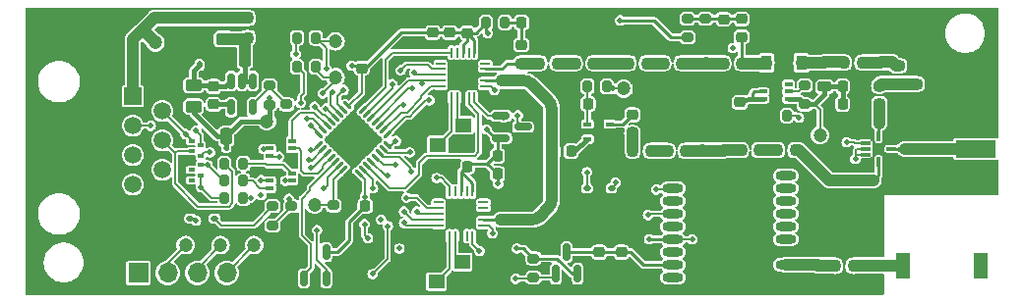
<source format=gbr>
%TF.GenerationSoftware,KiCad,Pcbnew,7.0.5-0*%
%TF.CreationDate,2024-01-25T09:03:23-08:00*%
%TF.ProjectId,transponder-11.9.0,7472616e-7370-46f6-9e64-65722d31312e,rev?*%
%TF.SameCoordinates,Original*%
%TF.FileFunction,Copper,L1,Top*%
%TF.FilePolarity,Positive*%
%FSLAX46Y46*%
G04 Gerber Fmt 4.6, Leading zero omitted, Abs format (unit mm)*
G04 Created by KiCad (PCBNEW 7.0.5-0) date 2024-01-25 09:03:23*
%MOMM*%
%LPD*%
G01*
G04 APERTURE LIST*
G04 Aperture macros list*
%AMRoundRect*
0 Rectangle with rounded corners*
0 $1 Rounding radius*
0 $2 $3 $4 $5 $6 $7 $8 $9 X,Y pos of 4 corners*
0 Add a 4 corners polygon primitive as box body*
4,1,4,$2,$3,$4,$5,$6,$7,$8,$9,$2,$3,0*
0 Add four circle primitives for the rounded corners*
1,1,$1+$1,$2,$3*
1,1,$1+$1,$4,$5*
1,1,$1+$1,$6,$7*
1,1,$1+$1,$8,$9*
0 Add four rect primitives between the rounded corners*
20,1,$1+$1,$2,$3,$4,$5,0*
20,1,$1+$1,$4,$5,$6,$7,0*
20,1,$1+$1,$6,$7,$8,$9,0*
20,1,$1+$1,$8,$9,$2,$3,0*%
%AMRotRect*
0 Rectangle, with rotation*
0 The origin of the aperture is its center*
0 $1 length*
0 $2 width*
0 $3 Rotation angle, in degrees counterclockwise*
0 Add horizontal line*
21,1,$1,$2,0,0,$3*%
%AMFreePoly0*
4,1,9,3.862500,-0.866500,0.737500,-0.866500,0.737500,-0.450000,-0.737500,-0.450000,-0.737500,0.450000,0.737500,0.450000,0.737500,0.866500,3.862500,0.866500,3.862500,-0.866500,3.862500,-0.866500,$1*%
G04 Aperture macros list end*
%TA.AperFunction,SMDPad,CuDef*%
%ADD10RoundRect,0.225000X-0.250000X0.225000X-0.250000X-0.225000X0.250000X-0.225000X0.250000X0.225000X0*%
%TD*%
%TA.AperFunction,SMDPad,CuDef*%
%ADD11C,1.200000*%
%TD*%
%TA.AperFunction,SMDPad,CuDef*%
%ADD12R,0.650000X0.400000*%
%TD*%
%TA.AperFunction,SMDPad,CuDef*%
%ADD13R,0.650000X0.350000*%
%TD*%
%TA.AperFunction,SMDPad,CuDef*%
%ADD14R,1.100000X1.700000*%
%TD*%
%TA.AperFunction,SMDPad,CuDef*%
%ADD15RoundRect,0.225000X0.250000X-0.225000X0.250000X0.225000X-0.250000X0.225000X-0.250000X-0.225000X0*%
%TD*%
%TA.AperFunction,SMDPad,CuDef*%
%ADD16RoundRect,0.225000X-0.225000X-0.250000X0.225000X-0.250000X0.225000X0.250000X-0.225000X0.250000X0*%
%TD*%
%TA.AperFunction,SMDPad,CuDef*%
%ADD17RoundRect,0.250000X-0.450000X0.262500X-0.450000X-0.262500X0.450000X-0.262500X0.450000X0.262500X0*%
%TD*%
%TA.AperFunction,SMDPad,CuDef*%
%ADD18RoundRect,0.006600X0.393400X0.103400X-0.393400X0.103400X-0.393400X-0.103400X0.393400X-0.103400X0*%
%TD*%
%TA.AperFunction,SMDPad,CuDef*%
%ADD19RoundRect,0.017600X0.092400X0.382400X-0.092400X0.382400X-0.092400X-0.382400X0.092400X-0.382400X0*%
%TD*%
%TA.AperFunction,SMDPad,CuDef*%
%ADD20R,0.760000X0.760000*%
%TD*%
%TA.AperFunction,SMDPad,CuDef*%
%ADD21RoundRect,0.225000X0.225000X0.250000X-0.225000X0.250000X-0.225000X-0.250000X0.225000X-0.250000X0*%
%TD*%
%TA.AperFunction,SMDPad,CuDef*%
%ADD22RoundRect,0.218750X0.381250X-0.218750X0.381250X0.218750X-0.381250X0.218750X-0.381250X-0.218750X0*%
%TD*%
%TA.AperFunction,SMDPad,CuDef*%
%ADD23RoundRect,0.200000X0.275000X-0.200000X0.275000X0.200000X-0.275000X0.200000X-0.275000X-0.200000X0*%
%TD*%
%TA.AperFunction,SMDPad,CuDef*%
%ADD24C,1.000000*%
%TD*%
%TA.AperFunction,SMDPad,CuDef*%
%ADD25R,1.400000X1.200000*%
%TD*%
%TA.AperFunction,SMDPad,CuDef*%
%ADD26RoundRect,0.218750X0.256250X-0.218750X0.256250X0.218750X-0.256250X0.218750X-0.256250X-0.218750X0*%
%TD*%
%TA.AperFunction,SMDPad,CuDef*%
%ADD27RoundRect,0.218750X-0.218750X-0.256250X0.218750X-0.256250X0.218750X0.256250X-0.218750X0.256250X0*%
%TD*%
%TA.AperFunction,SMDPad,CuDef*%
%ADD28RoundRect,0.150000X-0.587500X-0.150000X0.587500X-0.150000X0.587500X0.150000X-0.587500X0.150000X0*%
%TD*%
%TA.AperFunction,SMDPad,CuDef*%
%ADD29RoundRect,0.112500X0.112500X-0.187500X0.112500X0.187500X-0.112500X0.187500X-0.112500X-0.187500X0*%
%TD*%
%TA.AperFunction,SMDPad,CuDef*%
%ADD30RoundRect,0.200000X-0.275000X0.200000X-0.275000X-0.200000X0.275000X-0.200000X0.275000X0.200000X0*%
%TD*%
%TA.AperFunction,ComponentPad*%
%ADD31R,1.700000X1.700000*%
%TD*%
%TA.AperFunction,ComponentPad*%
%ADD32O,1.700000X1.700000*%
%TD*%
%TA.AperFunction,SMDPad,CuDef*%
%ADD33RoundRect,0.150000X0.150000X-0.587500X0.150000X0.587500X-0.150000X0.587500X-0.150000X-0.587500X0*%
%TD*%
%TA.AperFunction,SMDPad,CuDef*%
%ADD34O,1.800000X0.800000*%
%TD*%
%TA.AperFunction,SMDPad,CuDef*%
%ADD35R,0.508000X0.304800*%
%TD*%
%TA.AperFunction,ComponentPad*%
%ADD36R,1.500000X1.500000*%
%TD*%
%TA.AperFunction,ComponentPad*%
%ADD37C,1.500000*%
%TD*%
%TA.AperFunction,SMDPad,CuDef*%
%ADD38RoundRect,0.200000X0.200000X0.275000X-0.200000X0.275000X-0.200000X-0.275000X0.200000X-0.275000X0*%
%TD*%
%TA.AperFunction,SMDPad,CuDef*%
%ADD39RoundRect,0.218750X-0.256250X0.218750X-0.256250X-0.218750X0.256250X-0.218750X0.256250X0.218750X0*%
%TD*%
%TA.AperFunction,SMDPad,CuDef*%
%ADD40RoundRect,0.112500X0.187500X0.112500X-0.187500X0.112500X-0.187500X-0.112500X0.187500X-0.112500X0*%
%TD*%
%TA.AperFunction,SMDPad,CuDef*%
%ADD41RoundRect,0.200000X-0.200000X-0.275000X0.200000X-0.275000X0.200000X0.275000X-0.200000X0.275000X0*%
%TD*%
%TA.AperFunction,SMDPad,CuDef*%
%ADD42RoundRect,0.062500X0.309359X-0.220971X-0.220971X0.309359X-0.309359X0.220971X0.220971X-0.309359X0*%
%TD*%
%TA.AperFunction,SMDPad,CuDef*%
%ADD43RoundRect,0.062500X0.309359X0.220971X0.220971X0.309359X-0.309359X-0.220971X-0.220971X-0.309359X0*%
%TD*%
%TA.AperFunction,SMDPad,CuDef*%
%ADD44RotRect,3.450000X3.450000X135.000000*%
%TD*%
%TA.AperFunction,SMDPad,CuDef*%
%ADD45RoundRect,0.250000X-0.250000X-0.475000X0.250000X-0.475000X0.250000X0.475000X-0.250000X0.475000X0*%
%TD*%
%TA.AperFunction,SMDPad,CuDef*%
%ADD46RoundRect,0.062500X0.362500X0.062500X-0.362500X0.062500X-0.362500X-0.062500X0.362500X-0.062500X0*%
%TD*%
%TA.AperFunction,SMDPad,CuDef*%
%ADD47RoundRect,0.062500X0.062500X0.362500X-0.062500X0.362500X-0.062500X-0.362500X0.062500X-0.362500X0*%
%TD*%
%TA.AperFunction,ComponentPad*%
%ADD48C,0.500000*%
%TD*%
%TA.AperFunction,SMDPad,CuDef*%
%ADD49R,2.600000X2.600000*%
%TD*%
%TA.AperFunction,SMDPad,CuDef*%
%ADD50RoundRect,0.150000X0.150000X-0.512500X0.150000X0.512500X-0.150000X0.512500X-0.150000X-0.512500X0*%
%TD*%
%TA.AperFunction,SMDPad,CuDef*%
%ADD51R,1.168400X2.209800*%
%TD*%
%TA.AperFunction,SMDPad,CuDef*%
%ADD52R,3.500000X1.500000*%
%TD*%
%TA.AperFunction,SMDPad,CuDef*%
%ADD53R,0.900000X1.300000*%
%TD*%
%TA.AperFunction,SMDPad,CuDef*%
%ADD54FreePoly0,90.000000*%
%TD*%
%TA.AperFunction,SMDPad,CuDef*%
%ADD55RoundRect,0.218750X0.218750X0.256250X-0.218750X0.256250X-0.218750X-0.256250X0.218750X-0.256250X0*%
%TD*%
%TA.AperFunction,ViaPad*%
%ADD56C,0.500000*%
%TD*%
%TA.AperFunction,Conductor*%
%ADD57C,1.000000*%
%TD*%
%TA.AperFunction,Conductor*%
%ADD58C,0.254000*%
%TD*%
%TA.AperFunction,Conductor*%
%ADD59C,0.400000*%
%TD*%
%TA.AperFunction,Conductor*%
%ADD60C,0.152000*%
%TD*%
G04 APERTURE END LIST*
D10*
%TO.P,C35,1*%
%TO.N,GND*%
X136550000Y-92675000D03*
%TO.P,C35,2*%
%TO.N,+3.3V*%
X136550000Y-94225000D03*
%TD*%
%TO.P,C6,1*%
%TO.N,GND*%
X165900000Y-99775000D03*
%TO.P,C6,2*%
%TO.N,Net-(C4-Pad1)*%
X165900000Y-101325000D03*
%TD*%
D11*
%TO.P,TP18,1,P*%
%TO.N,GND*%
X164800000Y-96100000D03*
%TD*%
D12*
%TO.P,U3,1,Vcc*%
%TO.N,Net-(U3-Vcc)*%
X156000000Y-99050000D03*
%TO.P,U3,2,G*%
%TO.N,GND*%
X156000000Y-99700000D03*
%TO.P,U3,3*%
%TO.N,Net-(C1-Pad2)*%
X156000000Y-100350000D03*
%TO.P,U3,4,G*%
%TO.N,GND*%
X157900000Y-100350000D03*
%TO.P,U3,5,G*%
X157900000Y-99700000D03*
%TO.P,U3,6*%
%TO.N,Net-(C2-Pad1)*%
X157900000Y-99050000D03*
%TD*%
D11*
%TO.P,TP6,1,P*%
%TO.N,GND*%
X184800000Y-98700000D03*
%TD*%
D10*
%TO.P,C15,1*%
%TO.N,GND*%
X184350000Y-94050000D03*
%TO.P,C15,2*%
%TO.N,Net-(C15-Pad2)*%
X184350000Y-95600000D03*
%TD*%
D13*
%TO.P,IC1,1,VOUT*%
%TO.N,/Power/V_PA*%
X173300000Y-96900000D03*
%TO.P,IC1,2,ADJ/NC*%
%TO.N,Net-(IC1-ADJ{slash}NC)*%
X173300000Y-96250000D03*
%TO.P,IC1,3,PG*%
%TO.N,unconnected-(IC1-PG-Pad3)*%
X173300000Y-95600000D03*
%TO.P,IC1,4,GND_1*%
%TO.N,GND*%
X171100000Y-95600000D03*
%TO.P,IC1,5,EN*%
%TO.N,/Connections/V_IN*%
X171100000Y-96250000D03*
%TO.P,IC1,6,VIN*%
X171100000Y-96900000D03*
D14*
%TO.P,IC1,7,GND_2*%
%TO.N,GND*%
X172200000Y-96250000D03*
%TD*%
D15*
%TO.P,C19,1*%
%TO.N,GND*%
X167700000Y-91550000D03*
%TO.P,C19,2*%
%TO.N,Net-(C19-Pad2)*%
X167700000Y-90000000D03*
%TD*%
D16*
%TO.P,C21,1*%
%TO.N,/Receiver/TRX_OUT*%
X151850000Y-93800000D03*
%TO.P,C21,2*%
%TO.N,Net-(C21-Pad2)*%
X153400000Y-93800000D03*
%TD*%
D15*
%TO.P,C27,1*%
%TO.N,Net-(U6-BS)*%
X123800000Y-97350000D03*
%TO.P,C27,2*%
%TO.N,Net-(D1-K)*%
X123800000Y-95800000D03*
%TD*%
D17*
%TO.P,L13,1,1*%
%TO.N,/Connections/V_IN*%
X124700000Y-89887500D03*
%TO.P,L13,2,2*%
%TO.N,Net-(U6-EN)*%
X124700000Y-91712500D03*
%TD*%
D10*
%TO.P,C16,1*%
%TO.N,Net-(C15-Pad2)*%
X181100000Y-95750000D03*
%TO.P,C16,2*%
%TO.N,PA_OUT*%
X181100000Y-97300000D03*
%TD*%
D18*
%TO.P,U8,1,GND*%
%TO.N,GND*%
X182140000Y-101700000D03*
%TO.P,U8,2,RF1*%
%TO.N,Net-(TP1-P)*%
X182140000Y-101200000D03*
%TO.P,U8,3,GND*%
%TO.N,GND*%
X182140000Y-100700000D03*
D19*
%TO.P,U8,4,GND*%
X181540000Y-100100000D03*
%TO.P,U8,5,RF3*%
%TO.N,PA_OUT*%
X181040000Y-100100000D03*
%TO.P,U8,6,GND*%
%TO.N,GND*%
X180540000Y-100100000D03*
D18*
%TO.P,U8,7,CTRL*%
%TO.N,Net-(D4-K)*%
X179940000Y-100700000D03*
%TO.P,U8,8,EN*%
%TO.N,+3.3V*%
X179940000Y-101200000D03*
%TO.P,U8,9,VCC*%
X179940000Y-101700000D03*
D19*
%TO.P,U8,10,GND*%
%TO.N,GND*%
X180540000Y-102300000D03*
%TO.P,U8,11,RF2*%
%TO.N,/Receiver/RF_IN*%
X181040000Y-102300000D03*
%TO.P,U8,12,GND*%
%TO.N,GND*%
X181540000Y-102300000D03*
D20*
%TO.P,U8,13,GND*%
X181040000Y-101200000D03*
%TD*%
D21*
%TO.P,C20,1*%
%TO.N,GND*%
X151850000Y-90300000D03*
%TO.P,C20,2*%
%TO.N,Net-(C20-Pad2)*%
X150300000Y-90300000D03*
%TD*%
D11*
%TO.P,TP15,1,P*%
%TO.N,SWDIO*%
X121400000Y-109500000D03*
%TD*%
D16*
%TO.P,C1,1*%
%TO.N,Net-(U1-RXp)*%
X153025000Y-101400000D03*
%TO.P,C1,2*%
%TO.N,Net-(C1-Pad2)*%
X154575000Y-101400000D03*
%TD*%
D22*
%TO.P,L4,1,1*%
%TO.N,/Power/V_PA*%
X176400000Y-95825000D03*
%TO.P,L4,2,2*%
%TO.N,Net-(Q1-D)*%
X176400000Y-93700000D03*
%TD*%
D10*
%TO.P,C9,1*%
%TO.N,GND*%
X144150000Y-89600000D03*
%TO.P,C9,2*%
%TO.N,+3.3V*%
X144150000Y-91150000D03*
%TD*%
D11*
%TO.P,TP5,1,P*%
%TO.N,GND*%
X184800000Y-103600000D03*
%TD*%
D23*
%TO.P,R5,1*%
%TO.N,/Power/V_PA*%
X174700000Y-97350000D03*
%TO.P,R5,2*%
%TO.N,Net-(IC1-ADJ{slash}NC)*%
X174700000Y-95700000D03*
%TD*%
D21*
%TO.P,C23,1*%
%TO.N,GND*%
X179500000Y-97300000D03*
%TO.P,C23,2*%
%TO.N,/Power/V_PA*%
X177950000Y-97300000D03*
%TD*%
D24*
%TO.P,TP1,1,P*%
%TO.N,Net-(TP1-P)*%
X184800000Y-101200000D03*
%TD*%
D10*
%TO.P,C14,1*%
%TO.N,GND*%
X181200000Y-92200000D03*
%TO.P,C14,2*%
%TO.N,Net-(C14-Pad2)*%
X181200000Y-93750000D03*
%TD*%
D16*
%TO.P,C3,1*%
%TO.N,Net-(U3-Vcc)*%
X156050000Y-97300000D03*
%TO.P,C3,2*%
%TO.N,GND*%
X157600000Y-97300000D03*
%TD*%
%TO.P,C18,1*%
%TO.N,Net-(C18-Pad1)*%
X162550000Y-93800000D03*
%TO.P,C18,2*%
%TO.N,Net-(C17-Pad2)*%
X164100000Y-93800000D03*
%TD*%
D15*
%TO.P,C17,1*%
%TO.N,GND*%
X166200000Y-95300000D03*
%TO.P,C17,2*%
%TO.N,Net-(C17-Pad2)*%
X166200000Y-93750000D03*
%TD*%
D23*
%TO.P,R17,1*%
%TO.N,Net-(U10-G2)*%
X128900000Y-107800000D03*
%TO.P,R17,2*%
%TO.N,Net-(D3-K)*%
X128900000Y-106150000D03*
%TD*%
%TO.P,R7,1*%
%TO.N,+3.3V*%
X128642814Y-97359515D03*
%TO.P,R7,2*%
%TO.N,Net-(U6-FB)*%
X128642814Y-95709515D03*
%TD*%
D25*
%TO.P,Y2,1,1*%
%TO.N,Net-(U2-XOUT)*%
X143000000Y-112650000D03*
%TO.P,Y2,2,2*%
%TO.N,GND*%
X145200000Y-112650000D03*
%TO.P,Y2,3,3*%
%TO.N,Net-(U2-XIN)*%
X145200000Y-110950000D03*
%TO.P,Y2,4,4*%
%TO.N,GND*%
X143000000Y-110950000D03*
%TD*%
D12*
%TO.P,U9,1,S1*%
%TO.N,GND*%
X128650000Y-103300000D03*
%TO.P,U9,2,G1*%
%TO.N,/Connections/GPS_STATUS*%
X128650000Y-103950000D03*
%TO.P,U9,3,D2*%
%TO.N,Net-(U9-D2)*%
X128650000Y-104600000D03*
%TO.P,U9,4,S2*%
%TO.N,GND*%
X130550000Y-104600000D03*
%TO.P,U9,5,G2*%
%TO.N,/Connections/RX_STATUS*%
X130550000Y-103950000D03*
%TO.P,U9,6,D1*%
%TO.N,Net-(U9-D1)*%
X130550000Y-103300000D03*
%TD*%
D26*
%TO.P,L9,1,1*%
%TO.N,/Receiver/TRX_OUT*%
X150300000Y-93800000D03*
%TO.P,L9,2,2*%
%TO.N,Net-(C20-Pad2)*%
X150300000Y-92225000D03*
%TD*%
D17*
%TO.P,L12,1,1*%
%TO.N,Net-(D1-K)*%
X122075000Y-95700000D03*
%TO.P,L12,2,2*%
%TO.N,+3.3V*%
X122075000Y-97525000D03*
%TD*%
D27*
%TO.P,L11,1,1*%
%TO.N,Net-(C22-Pad2)*%
X159525000Y-93800000D03*
%TO.P,L11,2,2*%
%TO.N,Net-(C18-Pad1)*%
X161100000Y-93800000D03*
%TD*%
D28*
%TO.P,Q7,1,G*%
%TO.N,/Receiver/RFSW_CTRL*%
X148562500Y-98350000D03*
%TO.P,Q7,2,S*%
%TO.N,+3.3V*%
X148562500Y-100250000D03*
%TO.P,Q7,3,D*%
%TO.N,/Receiver/V_LNA*%
X150437500Y-99300000D03*
%TD*%
D27*
%TO.P,L7,1,1*%
%TO.N,Net-(C17-Pad2)*%
X167700000Y-93800000D03*
%TO.P,L7,2,2*%
%TO.N,Net-(Q1-G)*%
X169275000Y-93800000D03*
%TD*%
D29*
%TO.P,D1,1,K*%
%TO.N,Net-(D1-K)*%
X122600000Y-93950000D03*
%TO.P,D1,2,A*%
%TO.N,GND*%
X122600000Y-91850000D03*
%TD*%
D21*
%TO.P,C7,1*%
%TO.N,GND*%
X149800000Y-101800000D03*
%TO.P,C7,2*%
%TO.N,+3.3V*%
X148250000Y-101800000D03*
%TD*%
D30*
%TO.P,R2,1*%
%TO.N,Net-(C19-Pad2)*%
X166150000Y-89925000D03*
%TO.P,R2,2*%
%TO.N,GND*%
X166150000Y-91575000D03*
%TD*%
D27*
%TO.P,L1,1,1*%
%TO.N,Net-(C2-Pad2)*%
X159875000Y-101350000D03*
%TO.P,L1,2,2*%
%TO.N,Net-(C4-Pad2)*%
X161450000Y-101350000D03*
%TD*%
D11*
%TO.P,TP2,1,P*%
%TO.N,GND*%
X183200000Y-99200000D03*
%TD*%
D21*
%TO.P,C25,1*%
%TO.N,GND*%
X128300000Y-89900000D03*
%TO.P,C25,2*%
%TO.N,/Connections/V_IN*%
X126750000Y-89900000D03*
%TD*%
D31*
%TO.P,J2,1,Pin_1*%
%TO.N,+3.3V*%
X117325000Y-111900000D03*
D32*
%TO.P,J2,2,Pin_2*%
%TO.N,SWDIO*%
X119865000Y-111900000D03*
%TO.P,J2,3,Pin_3*%
%TO.N,SWCLK*%
X122405000Y-111900000D03*
%TO.P,J2,4,Pin_4*%
%TO.N,NRST*%
X124945000Y-111900000D03*
%TO.P,J2,5,Pin_5*%
%TO.N,GND*%
X127485000Y-111900000D03*
%TD*%
D33*
%TO.P,Q2,1,G*%
%TO.N,/GNSS/GPS_EN*%
X153250000Y-111975000D03*
%TO.P,Q2,2,S*%
%TO.N,+3.3V*%
X155150000Y-111975000D03*
%TO.P,Q2,3,D*%
%TO.N,Net-(Q2-D)*%
X154200000Y-110100000D03*
%TD*%
D15*
%TO.P,C30,1*%
%TO.N,GND*%
X157000000Y-111650000D03*
%TO.P,C30,2*%
%TO.N,Net-(Q2-D)*%
X157000000Y-110100000D03*
%TD*%
D26*
%TO.P,L8,1,1*%
%TO.N,Net-(Q1-G)*%
X169250000Y-91537500D03*
%TO.P,L8,2,2*%
%TO.N,Net-(C19-Pad2)*%
X169250000Y-89962500D03*
%TD*%
D23*
%TO.P,R8,1*%
%TO.N,Net-(U6-FB)*%
X130100000Y-97350000D03*
%TO.P,R8,2*%
%TO.N,GND*%
X130100000Y-95700000D03*
%TD*%
D34*
%TO.P,U4,1,GND*%
%TO.N,GND*%
X163350000Y-103500000D03*
%TO.P,U4,2,TXD1*%
%TO.N,/GNSS/GPS_OUT*%
X163350000Y-104600000D03*
%TO.P,U4,3,RXD1*%
%TO.N,unconnected-(U4-RXD1-Pad3)*%
X163350000Y-105700000D03*
%TO.P,U4,4,1PPS*%
%TO.N,/GNSS/GPS_1PPS*%
X163350000Y-106800000D03*
%TO.P,U4,5,STANDBY*%
%TO.N,unconnected-(U4-STANDBY-Pad5)*%
X163350000Y-107900000D03*
%TO.P,U4,6,V_BCKP*%
%TO.N,+3.3V*%
X163350000Y-109000000D03*
%TO.P,U4,7*%
%TO.N,N/C*%
X163350000Y-110100000D03*
%TO.P,U4,8,VCC*%
%TO.N,Net-(Q2-D)*%
X163350000Y-111200000D03*
%TO.P,U4,9,RESET*%
%TO.N,unconnected-(U4-RESET-Pad9)*%
X163350000Y-112300000D03*
%TO.P,U4,10,GND*%
%TO.N,GND*%
X173050000Y-112300000D03*
%TO.P,U4,11,RF_IN*%
%TO.N,Net-(U4-RF_IN)*%
X173050000Y-111200000D03*
%TO.P,U4,12,GND*%
%TO.N,GND*%
X173050000Y-110100000D03*
%TO.P,U4,13,ANTON*%
%TO.N,unconnected-(U4-ANTON-Pad13)*%
X173050000Y-109000000D03*
%TO.P,U4,14,VCC_RF*%
%TO.N,unconnected-(U4-VCC_RF-Pad14)*%
X173050000Y-107900000D03*
%TO.P,U4,15*%
%TO.N,N/C*%
X173050000Y-106800000D03*
%TO.P,U4,16*%
X173050000Y-105700000D03*
%TO.P,U4,17*%
X173050000Y-104600000D03*
%TO.P,U4,18,FORCE_ON*%
%TO.N,unconnected-(U4-FORCE_ON-Pad18)*%
X173050000Y-103500000D03*
%TD*%
D35*
%TO.P,CR1,1,1*%
%TO.N,/Connections/HOST_TX_OFF*%
X121900000Y-100500000D03*
%TO.P,CR1,2,2*%
%TO.N,/Connections/HOST_GPS_STATUS*%
X121900000Y-101400001D03*
%TO.P,CR1,3,3*%
%TO.N,GND*%
X121900000Y-102199999D03*
%TO.P,CR1,4,4*%
%TO.N,unconnected-(CR1-Pad4)*%
X121900000Y-103000000D03*
%TO.P,CR1,5,5*%
%TO.N,unconnected-(CR1-Pad5)*%
X121900000Y-103899998D03*
%TO.P,CR1,6,6*%
%TO.N,/Connections/HOST_TX_STATUS*%
X122699998Y-103499999D03*
%TO.P,CR1,7,7*%
%TO.N,/Connections/HOST_RX_STATUS*%
X122699998Y-102599998D03*
%TO.P,CR1,8,8*%
%TO.N,/Connections/HOST_UART_RX*%
X122699998Y-101800000D03*
%TO.P,CR1,9,9*%
%TO.N,/Connections/HOST_UART_TX*%
X122699998Y-100899999D03*
%TD*%
D25*
%TO.P,Y1,1,1*%
%TO.N,Net-(U1-XOUT)*%
X143100000Y-100850000D03*
%TO.P,Y1,2,2*%
%TO.N,GND*%
X145300000Y-100850000D03*
%TO.P,Y1,3,3*%
%TO.N,Net-(U1-XIN)*%
X145300000Y-99150000D03*
%TO.P,Y1,4,4*%
%TO.N,GND*%
X143100000Y-99150000D03*
%TD*%
D15*
%TO.P,C31,1*%
%TO.N,GND*%
X158900000Y-111650000D03*
%TO.P,C31,2*%
%TO.N,Net-(Q2-D)*%
X158900000Y-110100000D03*
%TD*%
D11*
%TO.P,TP7,1,P*%
%TO.N,GND*%
X186400000Y-103200000D03*
%TD*%
D36*
%TO.P,J1,1*%
%TO.N,/Connections/V_IN*%
X116850000Y-96650000D03*
D37*
%TO.P,J1,2*%
%TO.N,/Connections/HOST_TX_OFF*%
X119390000Y-97920000D03*
%TO.P,J1,3*%
%TO.N,/Connections/HOST_UART_TX*%
X116850000Y-99190000D03*
%TO.P,J1,4*%
%TO.N,/Connections/HOST_GPS_STATUS*%
X119390000Y-100460000D03*
%TO.P,J1,5*%
%TO.N,/Connections/HOST_UART_RX*%
X116850000Y-101730000D03*
%TO.P,J1,6*%
%TO.N,/Connections/HOST_RX_STATUS*%
X119390000Y-103000000D03*
%TO.P,J1,7*%
%TO.N,/Connections/HOST_TX_STATUS*%
X116850000Y-104270000D03*
%TO.P,J1,8*%
%TO.N,GND*%
X119390000Y-105540000D03*
%TD*%
D16*
%TO.P,C5,1*%
%TO.N,Net-(C4-Pad1)*%
X169225000Y-101300000D03*
%TO.P,C5,2*%
%TO.N,Net-(C5-Pad2)*%
X170775000Y-101300000D03*
%TD*%
D30*
%TO.P,R11,1*%
%TO.N,Net-(U10-G2)*%
X130500000Y-106150000D03*
%TO.P,R11,2*%
%TO.N,GND*%
X130500000Y-107800000D03*
%TD*%
D38*
%TO.P,R1,1*%
%TO.N,/Receiver/V_LNA*%
X157650000Y-95800000D03*
%TO.P,R1,2*%
%TO.N,Net-(U3-Vcc)*%
X156000000Y-95800000D03*
%TD*%
D39*
%TO.P,L3,1,1*%
%TO.N,GND*%
X167700000Y-99762500D03*
%TO.P,L3,2,2*%
%TO.N,Net-(C4-Pad1)*%
X167700000Y-101337500D03*
%TD*%
D11*
%TO.P,TP12,1,P*%
%TO.N,/Connections/MCU_UART_RX*%
X134300000Y-95000000D03*
%TD*%
D38*
%TO.P,R6,1*%
%TO.N,Net-(IC1-ADJ{slash}NC)*%
X173150000Y-98300000D03*
%TO.P,R6,2*%
%TO.N,GND*%
X171500000Y-98300000D03*
%TD*%
D21*
%TO.P,C4,1*%
%TO.N,Net-(C4-Pad1)*%
X164450000Y-101350000D03*
%TO.P,C4,2*%
%TO.N,Net-(C4-Pad2)*%
X162900000Y-101350000D03*
%TD*%
D11*
%TO.P,TP9,1,P*%
%TO.N,/Power/V_PA*%
X176000000Y-100000000D03*
%TD*%
%TO.P,TP11,1,P*%
%TO.N,/Connections/MCU_UART_TX*%
X134300000Y-91900000D03*
%TD*%
D40*
%TO.P,D4,1,K*%
%TO.N,Net-(D4-K)*%
X158050000Y-104600000D03*
%TO.P,D4,2,A*%
%TO.N,/Receiver/RFSW_CTRL*%
X155950000Y-104600000D03*
%TD*%
D10*
%TO.P,C10,1*%
%TO.N,GND*%
X142650000Y-89600000D03*
%TO.P,C10,2*%
%TO.N,+3.3V*%
X142650000Y-91150000D03*
%TD*%
D41*
%TO.P,R12,1*%
%TO.N,/Connections/HOST_UART_RX*%
X130975000Y-91600000D03*
%TO.P,R12,2*%
%TO.N,/Connections/MCU_UART_TX*%
X132625000Y-91600000D03*
%TD*%
D21*
%TO.P,C34,1*%
%TO.N,GND*%
X138400000Y-106125000D03*
%TO.P,C34,2*%
%TO.N,+3.3V*%
X136850000Y-106125000D03*
%TD*%
D11*
%TO.P,TP19,1,P*%
%TO.N,GND*%
X126700000Y-106900000D03*
%TD*%
D42*
%TO.P,U5,1,VDD*%
%TO.N,+3.3V*%
X136325126Y-103347146D03*
%TO.P,U5,2,PC14*%
%TO.N,/GNSS/GPS_EN*%
X136678679Y-102993592D03*
%TO.P,U5,3,PC15*%
%TO.N,/MCU/TRX_CKL*%
X137032233Y-102640039D03*
%TO.P,U5,4,NRST*%
%TO.N,NRST*%
X137385786Y-102286485D03*
%TO.P,U5,5,VDDA*%
%TO.N,+3.3V*%
X137739339Y-101932932D03*
%TO.P,U5,6,PA0*%
%TO.N,/MCU/RX_CS*%
X138092893Y-101579379D03*
%TO.P,U5,7,PA1*%
%TO.N,/Connections/RX_STATUS*%
X138446446Y-101225825D03*
%TO.P,U5,8,PA2*%
%TO.N,/GNSS/GPS_1PPS*%
X138800000Y-100872272D03*
D43*
%TO.P,U5,9,PA3*%
%TO.N,/GNSS/GPS_OUT*%
X138800000Y-99900000D03*
%TO.P,U5,10,PA4*%
%TO.N,/MCU/TRX_CS*%
X138446446Y-99546447D03*
%TO.P,U5,11,PA5*%
%TO.N,/MCU/SPI_SCK*%
X138092893Y-99192893D03*
%TO.P,U5,12,PA6*%
%TO.N,/MCU/SPI_MISO*%
X137739339Y-98839340D03*
%TO.P,U5,13,PA7*%
%TO.N,/MCU/SPI_MOSI*%
X137385786Y-98485787D03*
%TO.P,U5,14,PB0*%
%TO.N,/MCU/TRX_SDN*%
X137032233Y-98132233D03*
%TO.P,U5,15,PB1*%
%TO.N,/MCU/TRX_DATA*%
X136678679Y-97778680D03*
%TO.P,U5,16,VSS*%
%TO.N,GND*%
X136325126Y-97425126D03*
D42*
%TO.P,U5,17,VDD*%
%TO.N,+3.3V*%
X135352854Y-97425126D03*
%TO.P,U5,18,PA8*%
%TO.N,/MCU/V_PA_BIAS*%
X134999301Y-97778680D03*
%TO.P,U5,19,PA9*%
%TO.N,/Connections/MCU_UART_TX*%
X134645747Y-98132233D03*
%TO.P,U5,20,PA10*%
%TO.N,/Connections/MCU_UART_RX*%
X134292194Y-98485787D03*
%TO.P,U5,21,PA11*%
%TO.N,/Connections/GPS_STATUS*%
X133938641Y-98839340D03*
%TO.P,U5,22,PA12*%
%TO.N,/Connections/MCU_TX_OFF*%
X133585087Y-99192893D03*
%TO.P,U5,23,PA13*%
%TO.N,SWDIO*%
X133231534Y-99546447D03*
%TO.P,U5,24,PA14*%
%TO.N,SWCLK*%
X132877980Y-99900000D03*
D43*
%TO.P,U5,25,PA15*%
%TO.N,/MCU/RX_SDN*%
X132877980Y-100872272D03*
%TO.P,U5,26,PB3*%
%TO.N,/MCU/RX_CLK*%
X133231534Y-101225825D03*
%TO.P,U5,27,PB4*%
%TO.N,/MCU/RX_DATA*%
X133585087Y-101579379D03*
%TO.P,U5,28,PB5*%
%TO.N,/Connections/TX_STATUS*%
X133938641Y-101932932D03*
%TO.P,U5,29,PB6*%
%TO.N,Net-(U5-PB6)*%
X134292194Y-102286485D03*
%TO.P,U5,30,PB7*%
%TO.N,Net-(U5-PB7)*%
X134645747Y-102640039D03*
%TO.P,U5,31,PH3*%
%TO.N,Net-(TP14-P)*%
X134999301Y-102993592D03*
%TO.P,U5,32,VSS*%
%TO.N,GND*%
X135352854Y-103347146D03*
D44*
%TO.P,U5,33,VSS*%
X135838990Y-100386136D03*
%TD*%
D11*
%TO.P,TP8,1,P*%
%TO.N,+3.3V*%
X128400000Y-98800000D03*
%TD*%
D10*
%TO.P,C22,1*%
%TO.N,GND*%
X158000000Y-92250000D03*
%TO.P,C22,2*%
%TO.N,Net-(C22-Pad2)*%
X158000000Y-93800000D03*
%TD*%
D41*
%TO.P,R14,1*%
%TO.N,/Connections/HOST_GPS_STATUS*%
X124725000Y-102450000D03*
%TO.P,R14,2*%
%TO.N,Net-(U9-D1)*%
X126375000Y-102450000D03*
%TD*%
D11*
%TO.P,TP10,1,P*%
%TO.N,/Connections/V_IN*%
X118800000Y-92000000D03*
%TD*%
D41*
%TO.P,R15,1*%
%TO.N,/Connections/HOST_RX_STATUS*%
X124725000Y-103950000D03*
%TO.P,R15,2*%
%TO.N,Net-(U9-D2)*%
X126375000Y-103950000D03*
%TD*%
D15*
%TO.P,C32,1*%
%TO.N,GND*%
X175800000Y-112800000D03*
%TO.P,C32,2*%
%TO.N,Net-(U4-RF_IN)*%
X175800000Y-111250000D03*
%TD*%
D11*
%TO.P,TP16,1,P*%
%TO.N,SWCLK*%
X124400000Y-109500000D03*
%TD*%
%TO.P,TP17,1,P*%
%TO.N,NRST*%
X127300000Y-109500000D03*
%TD*%
D45*
%TO.P,C29,1*%
%TO.N,Net-(U6-EN)*%
X126500000Y-93400000D03*
%TO.P,C29,2*%
%TO.N,GND*%
X128400000Y-93400000D03*
%TD*%
%TO.P,C28,1*%
%TO.N,+3.3V*%
X124900000Y-100100000D03*
%TO.P,C28,2*%
%TO.N,GND*%
X126800000Y-100100000D03*
%TD*%
D27*
%TO.P,L5,1,1*%
%TO.N,Net-(Q1-D)*%
X178075000Y-93725000D03*
%TO.P,L5,2,2*%
%TO.N,Net-(C14-Pad2)*%
X179650000Y-93725000D03*
%TD*%
D12*
%TO.P,U10,1,S1*%
%TO.N,GND*%
X130550000Y-101800000D03*
%TO.P,U10,2,G1*%
%TO.N,/Connections/TX_STATUS*%
X130550000Y-101150000D03*
%TO.P,U10,3,D2*%
%TO.N,/Connections/MCU_TX_OFF*%
X130550000Y-100500000D03*
%TO.P,U10,4,S2*%
%TO.N,GND*%
X128650000Y-100500000D03*
%TO.P,U10,5,G2*%
%TO.N,Net-(U10-G2)*%
X128650000Y-101150000D03*
%TO.P,U10,6,D1*%
%TO.N,Net-(U10-D1)*%
X128650000Y-101800000D03*
%TD*%
D46*
%TO.P,U1,1,SDN*%
%TO.N,/MCU/TRX_SDN*%
X147200000Y-95800000D03*
%TO.P,U1,2,RXp*%
%TO.N,Net-(U1-RXp)*%
X147200000Y-95300000D03*
%TO.P,U1,3,RXn*%
%TO.N,GND*%
X147200000Y-94800000D03*
%TO.P,U1,4,TX*%
%TO.N,/Receiver/TRX_OUT*%
X147200000Y-94300000D03*
%TO.P,U1,5,NC*%
%TO.N,unconnected-(U1-NC-Pad5)*%
X147200000Y-93800000D03*
D47*
%TO.P,U1,6,VDD*%
%TO.N,+3.3V*%
X146275000Y-92875000D03*
%TO.P,U1,7,TXRAMP*%
%TO.N,unconnected-(U1-TXRAMP-Pad7)*%
X145775000Y-92875000D03*
%TO.P,U1,8,VDD*%
%TO.N,+3.3V*%
X145275000Y-92875000D03*
%TO.P,U1,9,GPIO0*%
%TO.N,unconnected-(U1-GPIO0-Pad9)*%
X144775000Y-92875000D03*
%TO.P,U1,10,GPIO1*%
%TO.N,/MCU/TRX_DATA*%
X144275000Y-92875000D03*
D46*
%TO.P,U1,11,~{IRQ}*%
%TO.N,unconnected-(U1-~{IRQ}-Pad11)*%
X143350000Y-93800000D03*
%TO.P,U1,12,SCLK*%
%TO.N,/MCU/SPI_SCK*%
X143350000Y-94300000D03*
%TO.P,U1,13,SDO*%
%TO.N,/MCU/SPI_MISO*%
X143350000Y-94800000D03*
%TO.P,U1,14,SDI*%
%TO.N,/MCU/SPI_MOSI*%
X143350000Y-95300000D03*
%TO.P,U1,15,~{SEL}*%
%TO.N,/MCU/TRX_CS*%
X143350000Y-95800000D03*
D47*
%TO.P,U1,16,XOUT*%
%TO.N,Net-(U1-XOUT)*%
X144275000Y-96725000D03*
%TO.P,U1,17,XIN*%
%TO.N,Net-(U1-XIN)*%
X144775000Y-96725000D03*
%TO.P,U1,18,GND*%
%TO.N,GND*%
X145275000Y-96725000D03*
%TO.P,U1,19,GPIO2*%
%TO.N,/MCU/TRX_CKL*%
X145775000Y-96725000D03*
%TO.P,U1,20,GPIO3*%
%TO.N,/Receiver/RFSW_CTRL*%
X146275000Y-96725000D03*
D48*
%TO.P,U1,21,GND*%
%TO.N,GND*%
X146325000Y-95850000D03*
X146325000Y-93750000D03*
D49*
X145275000Y-94800000D03*
D48*
X144225000Y-95850000D03*
X144225000Y-93750000D03*
%TD*%
D41*
%TO.P,R16,1*%
%TO.N,/Connections/HOST_TX_STATUS*%
X124725000Y-105425000D03*
%TO.P,R16,2*%
%TO.N,Net-(U10-D1)*%
X126375000Y-105425000D03*
%TD*%
D40*
%TO.P,D3,1,K*%
%TO.N,Net-(D3-K)*%
X123900000Y-107200000D03*
%TO.P,D3,2,A*%
%TO.N,/Connections/HOST_TX_OFF*%
X121800000Y-107200000D03*
%TD*%
D39*
%TO.P,L6,1,1*%
%TO.N,Net-(C14-Pad2)*%
X182800000Y-94012500D03*
%TO.P,L6,2,2*%
%TO.N,Net-(C15-Pad2)*%
X182800000Y-95587500D03*
%TD*%
D10*
%TO.P,C2,1*%
%TO.N,Net-(C2-Pad1)*%
X159850000Y-98250000D03*
%TO.P,C2,2*%
%TO.N,Net-(C2-Pad2)*%
X159850000Y-99800000D03*
%TD*%
D11*
%TO.P,TP4,1,P*%
%TO.N,GND*%
X186400000Y-99200000D03*
%TD*%
D16*
%TO.P,C11,1*%
%TO.N,GND*%
X144125000Y-102700000D03*
%TO.P,C11,2*%
%TO.N,+3.3V*%
X145675000Y-102700000D03*
%TD*%
D11*
%TO.P,TP13,1,P*%
%TO.N,/Receiver/V_LNA*%
X159100000Y-96000000D03*
%TD*%
D27*
%TO.P,L2,1,1*%
%TO.N,Net-(C5-Pad2)*%
X172312500Y-101300000D03*
%TO.P,L2,2,2*%
%TO.N,/Receiver/RF_IN*%
X173887500Y-101300000D03*
%TD*%
D50*
%TO.P,U6,1,BS*%
%TO.N,Net-(U6-BS)*%
X125300000Y-97600000D03*
%TO.P,U6,2,GND*%
%TO.N,GND*%
X126250000Y-97600000D03*
%TO.P,U6,3,FB*%
%TO.N,Net-(U6-FB)*%
X127200000Y-97600000D03*
%TO.P,U6,4,EN*%
%TO.N,Net-(U6-EN)*%
X127200000Y-95325000D03*
%TO.P,U6,5,IN*%
X126250000Y-95325000D03*
%TO.P,U6,6,SW*%
%TO.N,Net-(D1-K)*%
X125300000Y-95325000D03*
%TD*%
D41*
%TO.P,R13,1*%
%TO.N,/Connections/HOST_UART_TX*%
X130975000Y-94100000D03*
%TO.P,R13,2*%
%TO.N,/Connections/MCU_UART_RX*%
X132625000Y-94100000D03*
%TD*%
D30*
%TO.P,R9,1*%
%TO.N,+3.3V*%
X151350000Y-110650000D03*
%TO.P,R9,2*%
%TO.N,/GNSS/GPS_EN*%
X151350000Y-112300000D03*
%TD*%
D11*
%TO.P,TP14,1,P*%
%TO.N,Net-(TP14-P)*%
X132500000Y-106000000D03*
%TD*%
D23*
%TO.P,R3,1*%
%TO.N,/MCU/V_PA_BIAS*%
X164600000Y-91575000D03*
%TO.P,R3,2*%
%TO.N,Net-(C19-Pad2)*%
X164600000Y-89925000D03*
%TD*%
D10*
%TO.P,C8,1*%
%TO.N,GND*%
X145650000Y-89625000D03*
%TO.P,C8,2*%
%TO.N,+3.3V*%
X145650000Y-91175000D03*
%TD*%
D51*
%TO.P,AE1,1,1*%
%TO.N,Net-(AE1-Pad1)*%
X183134500Y-111300000D03*
%TO.P,AE1,2*%
%TO.N,N/C*%
X189865500Y-111300000D03*
%TD*%
D52*
%TO.P,J3,1*%
%TO.N,Net-(TP1-P)*%
X189427500Y-101200000D03*
%TO.P,J3,G1*%
%TO.N,GND*%
X189427500Y-103900000D03*
%TO.P,J3,G2*%
X189427500Y-98500000D03*
%TD*%
D50*
%TO.P,U7,1,SCL*%
%TO.N,Net-(U5-PB6)*%
X131600000Y-112375000D03*
%TO.P,U7,2,V_{SS}*%
%TO.N,GND*%
X132550000Y-112375000D03*
%TO.P,U7,3,SDA*%
%TO.N,Net-(U5-PB7)*%
X133500000Y-112375000D03*
%TO.P,U7,4,V_{CC}*%
%TO.N,+3.3V*%
X133500000Y-110100000D03*
%TO.P,U7,5,WP*%
%TO.N,GND*%
X131600000Y-110100000D03*
%TD*%
D15*
%TO.P,C33,1*%
%TO.N,GND*%
X180400000Y-112800000D03*
%TO.P,C33,2*%
%TO.N,Net-(AE1-Pad1)*%
X180400000Y-111250000D03*
%TD*%
D46*
%TO.P,U2,1,SDN*%
%TO.N,/MCU/RX_SDN*%
X147025000Y-107800000D03*
%TO.P,U2,2,RXp*%
%TO.N,Net-(U1-RXp)*%
X147025000Y-107300000D03*
%TO.P,U2,3,RXn*%
%TO.N,GND*%
X147025000Y-106800000D03*
%TO.P,U2,4,TX*%
%TO.N,unconnected-(U2-TX-Pad4)*%
X147025000Y-106300000D03*
%TO.P,U2,5,NC*%
%TO.N,unconnected-(U2-NC-Pad5)*%
X147025000Y-105800000D03*
D47*
%TO.P,U2,6,VDD*%
%TO.N,+3.3V*%
X146100000Y-104875000D03*
%TO.P,U2,7,TXRAMP*%
%TO.N,unconnected-(U2-TXRAMP-Pad7)*%
X145600000Y-104875000D03*
%TO.P,U2,8,VDD*%
%TO.N,+3.3V*%
X145100000Y-104875000D03*
%TO.P,U2,9,GPIO0*%
%TO.N,unconnected-(U2-GPIO0-Pad9)*%
X144600000Y-104875000D03*
%TO.P,U2,10,GPIO1*%
%TO.N,/MCU/RX_DATA*%
X144100000Y-104875000D03*
D46*
%TO.P,U2,11,~{IRQ}*%
%TO.N,unconnected-(U2-~{IRQ}-Pad11)*%
X143175000Y-105800000D03*
%TO.P,U2,12,SCLK*%
%TO.N,/MCU/SPI_SCK*%
X143175000Y-106300000D03*
%TO.P,U2,13,SDO*%
%TO.N,/MCU/SPI_MISO*%
X143175000Y-106800000D03*
%TO.P,U2,14,SDI*%
%TO.N,/MCU/SPI_MOSI*%
X143175000Y-107300000D03*
%TO.P,U2,15,~{SEL}*%
%TO.N,/MCU/RX_CS*%
X143175000Y-107800000D03*
D47*
%TO.P,U2,16,XOUT*%
%TO.N,Net-(U2-XOUT)*%
X144100000Y-108725000D03*
%TO.P,U2,17,XIN*%
%TO.N,Net-(U2-XIN)*%
X144600000Y-108725000D03*
%TO.P,U2,18,GND*%
%TO.N,GND*%
X145100000Y-108725000D03*
%TO.P,U2,19,GPIO2*%
%TO.N,unconnected-(U2-GPIO2-Pad19)*%
X145600000Y-108725000D03*
%TO.P,U2,20,GPIO3*%
%TO.N,/MCU/RX_CLK*%
X146100000Y-108725000D03*
D48*
%TO.P,U2,21,GND*%
%TO.N,GND*%
X146150000Y-107850000D03*
X146150000Y-105750000D03*
D49*
X145100000Y-106800000D03*
D48*
X144050000Y-107850000D03*
X144050000Y-105750000D03*
%TD*%
D27*
%TO.P,L10,1,1*%
%TO.N,Net-(C21-Pad2)*%
X154925000Y-93800000D03*
%TO.P,L10,2,2*%
%TO.N,Net-(C22-Pad2)*%
X156500000Y-93800000D03*
%TD*%
D53*
%TO.P,Q1,1,G*%
%TO.N,Net-(Q1-G)*%
X171400000Y-93750000D03*
D54*
%TO.P,Q1,2,S*%
%TO.N,GND*%
X172900000Y-93662500D03*
D53*
%TO.P,Q1,3,D*%
%TO.N,Net-(Q1-D)*%
X174400000Y-93750000D03*
%TD*%
D10*
%TO.P,C24,1*%
%TO.N,GND*%
X169100000Y-95625000D03*
%TO.P,C24,2*%
%TO.N,/Connections/V_IN*%
X169100000Y-97175000D03*
%TD*%
D21*
%TO.P,C12,1*%
%TO.N,GND*%
X149800000Y-103350000D03*
%TO.P,C12,2*%
%TO.N,+3.3V*%
X148250000Y-103350000D03*
%TD*%
%TO.P,C26,1*%
%TO.N,GND*%
X128300000Y-91600000D03*
%TO.P,C26,2*%
%TO.N,Net-(U6-EN)*%
X126750000Y-91600000D03*
%TD*%
D41*
%TO.P,R4,1*%
%TO.N,+3.3V*%
X147250000Y-90300000D03*
%TO.P,R4,2*%
%TO.N,Net-(C20-Pad2)*%
X148900000Y-90300000D03*
%TD*%
D30*
%TO.P,R10,1*%
%TO.N,Net-(TP14-P)*%
X134150000Y-106075000D03*
%TO.P,R10,2*%
%TO.N,GND*%
X134150000Y-107725000D03*
%TD*%
D21*
%TO.P,C13,1*%
%TO.N,GND*%
X179500000Y-95775000D03*
%TO.P,C13,2*%
%TO.N,/Power/V_PA*%
X177950000Y-95775000D03*
%TD*%
D55*
%TO.P,L14,1,1*%
%TO.N,Net-(AE1-Pad1)*%
X178887500Y-111300000D03*
%TO.P,L14,2,2*%
%TO.N,Net-(U4-RF_IN)*%
X177312500Y-111300000D03*
%TD*%
D11*
%TO.P,TP3,1,P*%
%TO.N,GND*%
X183200000Y-103200000D03*
%TD*%
D56*
%TO.N,GND*%
X175000000Y-100500000D03*
X144400000Y-94800000D03*
X184300000Y-100000000D03*
X164500000Y-102600000D03*
X134900000Y-101200000D03*
X150100000Y-106000000D03*
X145300000Y-95700000D03*
X181000000Y-101200000D03*
X155300000Y-99700000D03*
X161500000Y-98400000D03*
X122100000Y-91200000D03*
X145100000Y-105900000D03*
X164500000Y-92600000D03*
X114000000Y-90000000D03*
X179200000Y-104900000D03*
X151800000Y-92600000D03*
X169200000Y-100000000D03*
X173400000Y-110100000D03*
X181000000Y-109800000D03*
X182900000Y-102300000D03*
X156700000Y-103400000D03*
X183700000Y-96900000D03*
X161500000Y-100000000D03*
X185100000Y-96900000D03*
X158600000Y-95000000D03*
X186500000Y-96900000D03*
X176100000Y-104800000D03*
X172100000Y-112300000D03*
X189800000Y-104700000D03*
X114000000Y-108000000D03*
X176700000Y-92200000D03*
X167600000Y-92600000D03*
X159900000Y-102600000D03*
X145300000Y-100900000D03*
X126700000Y-96500000D03*
X182100000Y-102400000D03*
X135800000Y-102000000D03*
X172900000Y-94800000D03*
X185400000Y-95600000D03*
X178100000Y-110100000D03*
X186900000Y-94300000D03*
X153200000Y-107800000D03*
X181900000Y-103500000D03*
X163000000Y-100000000D03*
X181000000Y-107600000D03*
X143000000Y-111100000D03*
X172200000Y-96900000D03*
X121800000Y-102200000D03*
X158600000Y-97200000D03*
X114000000Y-93000000D03*
X185600000Y-102300000D03*
X151700000Y-98500000D03*
X177000000Y-112300000D03*
X166100000Y-92600000D03*
X184200000Y-93000000D03*
X175000000Y-92200000D03*
X176200000Y-94800000D03*
X179300000Y-112300000D03*
X184200000Y-102300000D03*
X175800000Y-110100000D03*
X184200000Y-104700000D03*
X154100000Y-98700000D03*
X160000000Y-92600000D03*
X140000000Y-113000000D03*
X191000000Y-96000000D03*
X154600000Y-95000000D03*
X158400000Y-102600000D03*
X182200000Y-99000000D03*
X161000000Y-113000000D03*
X171400000Y-110700000D03*
X172900000Y-92500000D03*
X178800000Y-98300000D03*
X179700000Y-99000000D03*
X167400000Y-102600000D03*
X170000000Y-95100000D03*
X191000000Y-90000000D03*
X172600000Y-102500000D03*
X151800000Y-108600000D03*
X172400000Y-92000000D03*
X148900000Y-92900000D03*
X147200000Y-101600000D03*
X179300000Y-110100000D03*
X150100000Y-108700000D03*
X177000000Y-90000000D03*
X176700000Y-102300000D03*
X173400000Y-92000000D03*
X177200000Y-104900000D03*
X188700000Y-104700000D03*
X142600000Y-102600000D03*
X161500000Y-95000000D03*
X173300000Y-112300000D03*
X158400000Y-101600000D03*
X178400000Y-94800000D03*
X181000000Y-106500000D03*
X173700000Y-100000000D03*
X182800000Y-92900000D03*
X127400000Y-101300000D03*
X182200000Y-97900000D03*
X160000000Y-95000000D03*
X181000000Y-108700000D03*
X148200000Y-93700000D03*
X109000000Y-98000000D03*
X182800000Y-92100000D03*
X178100000Y-112300000D03*
X140200000Y-92100000D03*
X170700000Y-100000000D03*
X137000000Y-91000000D03*
X183000000Y-100000000D03*
X163000000Y-90000000D03*
X183000000Y-104700000D03*
X158400000Y-100700000D03*
X152500000Y-95200000D03*
X109000000Y-113000000D03*
X177000000Y-110100000D03*
X154100000Y-97300000D03*
X151300000Y-105300000D03*
X153100000Y-90300000D03*
X172300000Y-90100000D03*
X148600000Y-96700000D03*
X143100000Y-99100000D03*
X170000000Y-102600000D03*
X164600000Y-95000000D03*
X109000000Y-103000000D03*
X153400000Y-92600000D03*
X178100000Y-102800000D03*
X180900000Y-105200000D03*
X172200000Y-95700000D03*
X157600000Y-101600000D03*
X174500000Y-112300000D03*
X153400000Y-96200000D03*
X150200000Y-96700000D03*
X157000000Y-113000000D03*
X154200000Y-103400000D03*
X114000000Y-103000000D03*
X163000000Y-92600000D03*
X151700000Y-100000000D03*
X170100000Y-92600000D03*
X177300000Y-94800000D03*
X156800000Y-106500000D03*
X180600000Y-94800000D03*
X170100000Y-98300000D03*
X165800000Y-98300000D03*
X172100000Y-110100000D03*
X154100000Y-100000000D03*
X134900000Y-99500000D03*
X135800000Y-98600000D03*
X182100000Y-99900000D03*
X160300000Y-97100000D03*
X125900000Y-96500000D03*
X157000000Y-99600000D03*
X137500000Y-100400000D03*
X146900000Y-103500000D03*
X145200000Y-112600000D03*
X167800000Y-98300000D03*
X166000000Y-102600000D03*
X159800000Y-104800000D03*
X172900000Y-91500000D03*
X173600000Y-94800000D03*
X172200000Y-94800000D03*
X177000000Y-107900000D03*
X144200000Y-106800000D03*
X129400000Y-91600000D03*
X172900000Y-90500000D03*
X141600000Y-92100000D03*
X148500000Y-106000000D03*
X185600000Y-100000000D03*
X164500000Y-100000000D03*
X171400000Y-92600000D03*
X154100000Y-106600000D03*
X114000000Y-113000000D03*
X179700000Y-98200000D03*
X173900000Y-102500000D03*
X136700000Y-99600000D03*
X156500000Y-92600000D03*
X185400000Y-94300000D03*
X181700000Y-104700000D03*
X146200000Y-94800000D03*
X146000000Y-106800000D03*
X114000000Y-98000000D03*
X175800000Y-112300000D03*
X172400000Y-91000000D03*
X179800000Y-92200000D03*
X179300000Y-107900000D03*
X186500000Y-104700000D03*
X173400000Y-90100000D03*
X145100000Y-106800000D03*
X187600000Y-104700000D03*
X172200000Y-100000000D03*
X178300000Y-92200000D03*
X180000000Y-96600000D03*
X129100000Y-94600000D03*
X190800000Y-104700000D03*
X158400000Y-99700000D03*
X177600000Y-101600000D03*
X180900000Y-112300000D03*
X188000000Y-96900000D03*
X161500000Y-92600000D03*
X191000000Y-93000000D03*
X145300000Y-93900000D03*
X109000000Y-90000000D03*
X175900000Y-101500000D03*
X168700000Y-102600000D03*
X175300000Y-104100000D03*
X167600000Y-95100000D03*
X176800000Y-100800000D03*
X136700000Y-101200000D03*
X179700000Y-99900000D03*
X155800000Y-101600000D03*
X172200000Y-96300000D03*
X174600000Y-110100000D03*
X180900000Y-113400000D03*
X151700000Y-101700000D03*
X161500000Y-102600000D03*
X171300000Y-102600000D03*
X186900000Y-102300000D03*
X154200000Y-105000000D03*
X148700000Y-108600000D03*
X182200000Y-96900000D03*
X151200000Y-97300000D03*
X163100000Y-102600000D03*
X135800000Y-100400000D03*
X179600000Y-102900000D03*
X171400000Y-111600000D03*
X155000000Y-92600000D03*
X157300000Y-100200000D03*
X151700000Y-103400000D03*
X145100000Y-107700000D03*
X156800000Y-95000000D03*
X185400000Y-104700000D03*
X179500000Y-94800000D03*
X189700000Y-96900000D03*
X186900000Y-100000000D03*
X157000000Y-100800000D03*
X173400000Y-91000000D03*
X134100000Y-100300000D03*
X145300000Y-94800000D03*
X163000000Y-95000000D03*
%TO.N,+3.3V*%
X136831443Y-105319230D03*
X124900000Y-101100000D03*
X148300000Y-104200000D03*
X161300000Y-109000000D03*
X135700000Y-94000000D03*
X149900000Y-109800000D03*
X179046220Y-102063024D03*
X165000000Y-109000000D03*
X147300000Y-99500000D03*
X139491490Y-102600000D03*
X128642814Y-96774500D03*
X147400000Y-91200000D03*
%TO.N,/Connections/MCU_UART_TX*%
X134049500Y-96300000D03*
X133500000Y-94276500D03*
%TO.N,/Connections/MCU_UART_RX*%
X133485172Y-97714828D03*
X133200000Y-96400000D03*
%TO.N,/Connections/GPS_STATUS*%
X132503578Y-97549831D03*
X127900000Y-103900000D03*
%TO.N,/Connections/HOST_TX_OFF*%
X121385000Y-99915000D03*
X122300000Y-107400000D03*
%TO.N,/Connections/HOST_TX_STATUS*%
X122700000Y-104500000D03*
%TO.N,/Connections/HOST_RX_STATUS*%
X123300000Y-102600000D03*
%TO.N,/Connections/HOST_UART_RX*%
X130875000Y-93000000D03*
X123500000Y-101500000D03*
%TO.N,/Connections/HOST_UART_TX*%
X131300000Y-97200000D03*
X122300000Y-99600000D03*
X118400000Y-99200000D03*
%TO.N,Net-(IC1-ADJ{slash}NC)*%
X174700000Y-95700000D03*
X174200000Y-98500000D03*
%TO.N,/Connections/V_IN*%
X122900000Y-89887500D03*
X169100000Y-97175000D03*
X168500000Y-92500000D03*
%TO.N,/GNSS/GPS_EN*%
X139800000Y-109800000D03*
X138206429Y-107296909D03*
X137525500Y-104600000D03*
X149800000Y-112400000D03*
%TO.N,/Receiver/V_LNA*%
X150000000Y-98300000D03*
X158200000Y-96000000D03*
%TO.N,/Connections/RX_STATUS*%
X140700000Y-101500000D03*
X129979145Y-103950224D03*
%TO.N,/MCU/V_PA_BIAS*%
X135000000Y-96100000D03*
X158800000Y-90100000D03*
%TO.N,/MCU/TRX_SDN*%
X147976500Y-96100000D03*
X139200000Y-95600000D03*
%TO.N,/MCU/SPI_SCK*%
X140400000Y-105400000D03*
X140166990Y-97366991D03*
X139900000Y-94400000D03*
%TO.N,/MCU/SPI_MISO*%
X141100000Y-94624500D03*
X140863438Y-95975500D03*
X141300000Y-106600000D03*
%TO.N,/Receiver/RFSW_CTRL*%
X148800000Y-98500000D03*
X155950000Y-103200000D03*
%TO.N,/MCU/SPI_MOSI*%
X141775998Y-95568700D03*
X140200000Y-106600000D03*
%TO.N,/MCU/RX_SDN*%
X132200000Y-101300000D03*
X147810996Y-108479266D03*
%TO.N,/GNSS/GPS_1PPS*%
X136800000Y-107700000D03*
X161200000Y-106900000D03*
X137100000Y-108925500D03*
X139491490Y-100500000D03*
%TO.N,/GNSS/GPS_OUT*%
X142375500Y-97000000D03*
X161900000Y-104700000D03*
%TO.N,/MCU/RX_DATA*%
X143000000Y-103700000D03*
X132209431Y-102800676D03*
%TO.N,/MCU/RX_CS*%
X140200000Y-107599503D03*
X140791812Y-103137929D03*
%TO.N,/MCU/RX_CLK*%
X132000000Y-102100000D03*
X146700000Y-110000000D03*
%TO.N,Net-(U10-D1)*%
X127000000Y-105400000D03*
X129437610Y-101861544D03*
%TO.N,Net-(U5-PB7)*%
X132700000Y-108200000D03*
X133300000Y-104625724D03*
%TO.N,Net-(U10-G2)*%
X128100000Y-101200000D03*
X130300000Y-105500000D03*
X127900000Y-105200000D03*
%TO.N,Net-(D4-K)*%
X178300000Y-100600000D03*
X158400000Y-104100000D03*
%TO.N,SWDIO*%
X131800000Y-98600000D03*
%TO.N,SWCLK*%
X132200000Y-99200000D03*
%TO.N,NRST*%
X138800000Y-107857677D03*
X137500000Y-112000000D03*
X138824980Y-103477484D03*
%TD*%
D57*
%TO.N,Net-(AE1-Pad1)*%
X180400000Y-111250000D02*
X182619000Y-111250000D01*
X182619000Y-111250000D02*
X182669000Y-111300000D01*
X178887500Y-111300000D02*
X178937500Y-111250000D01*
X178937500Y-111250000D02*
X180400000Y-111250000D01*
D58*
%TO.N,Net-(U1-RXp)*%
X148600000Y-95300000D02*
X147200000Y-95300000D01*
D57*
X152900000Y-105585786D02*
X152900000Y-98600000D01*
X150485786Y-95300000D02*
X148600000Y-95300000D01*
X151892893Y-107007107D02*
X152607107Y-106292893D01*
X152900000Y-98600000D02*
X152900000Y-97714214D01*
X148500000Y-107300000D02*
X151185786Y-107300000D01*
X152607107Y-97007107D02*
X151600000Y-96000000D01*
X151600000Y-96000000D02*
X151192893Y-95592893D01*
D58*
X148500000Y-107300000D02*
X147025000Y-107300000D01*
D57*
X152899990Y-97714214D02*
G75*
G03*
X152607107Y-97007107I-999990J14D01*
G01*
X151192900Y-95592886D02*
G75*
G03*
X150485786Y-95300000I-707100J-707114D01*
G01*
X151185786Y-107299990D02*
G75*
G03*
X151892893Y-107007107I14J999990D01*
G01*
X152607114Y-106292900D02*
G75*
G03*
X152900000Y-105585786I-707114J707100D01*
G01*
D59*
%TO.N,Net-(C1-Pad2)*%
X155950000Y-100350000D02*
X154900000Y-101400000D01*
X156000000Y-100350000D02*
X155950000Y-100350000D01*
X154900000Y-101400000D02*
X154575000Y-101400000D01*
D58*
%TO.N,Net-(C2-Pad1)*%
X157900000Y-99050000D02*
X159050000Y-99050000D01*
X159050000Y-99050000D02*
X159850000Y-98250000D01*
D57*
%TO.N,Net-(C2-Pad2)*%
X159875000Y-99825000D02*
X159850000Y-99800000D01*
X159875000Y-101350000D02*
X159875000Y-99825000D01*
D60*
%TO.N,Net-(U3-Vcc)*%
X156000000Y-97250000D02*
X156050000Y-97300000D01*
X156000000Y-99050000D02*
X156000000Y-97350000D01*
X156000000Y-97350000D02*
X156050000Y-97300000D01*
X156000000Y-95800000D02*
X156000000Y-97250000D01*
D57*
%TO.N,Net-(C4-Pad1)*%
X165912500Y-101337500D02*
X165900000Y-101325000D01*
X167737500Y-101300000D02*
X167700000Y-101337500D01*
X167700000Y-101337500D02*
X165912500Y-101337500D01*
X169225000Y-101300000D02*
X167737500Y-101300000D01*
X165875000Y-101350000D02*
X165900000Y-101325000D01*
X164450000Y-101350000D02*
X165875000Y-101350000D01*
%TO.N,Net-(C4-Pad2)*%
X162900000Y-101350000D02*
X161450000Y-101350000D01*
%TO.N,Net-(C5-Pad2)*%
X172312500Y-101300000D02*
X170775000Y-101300000D01*
D58*
%TO.N,+3.3V*%
X148250000Y-103350000D02*
X147350000Y-102450000D01*
X136325000Y-94000000D02*
X136550000Y-94225000D01*
X146100000Y-104150000D02*
X145100000Y-103150000D01*
X145550000Y-102700000D02*
X145100000Y-103150000D01*
X150500000Y-109800000D02*
X151350000Y-110650000D01*
D60*
X179100000Y-101700000D02*
X179100000Y-102009244D01*
D59*
X126200000Y-98800000D02*
X124900000Y-100100000D01*
D60*
X135352854Y-97425126D02*
X135474874Y-97425126D01*
D58*
X145275000Y-92225000D02*
X145275000Y-92875000D01*
X145100000Y-103150000D02*
X145100000Y-104875000D01*
X146275000Y-91800000D02*
X145650000Y-91175000D01*
X146275000Y-92875000D02*
X146275000Y-91800000D01*
D60*
X180000000Y-101200000D02*
X179200000Y-101200000D01*
D58*
X135700000Y-94000000D02*
X136325000Y-94000000D01*
D59*
X124100000Y-100100000D02*
X124900000Y-100100000D01*
D58*
X153337920Y-110650000D02*
X154662920Y-111975000D01*
X145650000Y-91175000D02*
X145650000Y-91850000D01*
X128642814Y-96774500D02*
X128642814Y-98200000D01*
D59*
X128642814Y-97359515D02*
X128642814Y-98200000D01*
D58*
X147250000Y-91050000D02*
X147400000Y-91200000D01*
X148250000Y-104150000D02*
X148300000Y-104200000D01*
X145675000Y-102700000D02*
X145550000Y-102700000D01*
D59*
X122075000Y-98075000D02*
X124100000Y-100100000D01*
D58*
X161300000Y-109000000D02*
X163350000Y-109000000D01*
D60*
X136850000Y-103872020D02*
X136850000Y-106125000D01*
D58*
X151350000Y-110650000D02*
X153337920Y-110650000D01*
X147350000Y-102450000D02*
X145925000Y-102450000D01*
D60*
X137739339Y-101932932D02*
X138406407Y-102600000D01*
D58*
X154662920Y-111975000D02*
X155150000Y-111975000D01*
X145650000Y-91175000D02*
X146375000Y-91175000D01*
X147250000Y-90300000D02*
X147250000Y-91050000D01*
D59*
X124900000Y-101100000D02*
X124900000Y-100100000D01*
D58*
X134500000Y-110100000D02*
X133500000Y-110100000D01*
D59*
X128642814Y-98200000D02*
X128642814Y-98657186D01*
D58*
X148250000Y-103350000D02*
X148250000Y-104150000D01*
X148000000Y-101800000D02*
X147350000Y-102450000D01*
X145925000Y-102450000D02*
X145675000Y-102700000D01*
D60*
X179100000Y-102009244D02*
X179046220Y-102063024D01*
D58*
X147300000Y-99500000D02*
X148050000Y-100250000D01*
X146100000Y-104875000D02*
X146100000Y-104150000D01*
X142650000Y-91150000D02*
X144150000Y-91150000D01*
X136550000Y-94225000D02*
X136875000Y-94225000D01*
X148562500Y-100250000D02*
X148250000Y-100562500D01*
X145625000Y-91150000D02*
X145650000Y-91175000D01*
D60*
X138406407Y-102600000D02*
X139491490Y-102600000D01*
X179200000Y-101200000D02*
X179100000Y-101300000D01*
D58*
X148050000Y-100250000D02*
X148562500Y-100250000D01*
D60*
X136325126Y-103347146D02*
X136850000Y-103872020D01*
D58*
X149900000Y-109800000D02*
X150500000Y-109800000D01*
X136875000Y-94225000D02*
X139950000Y-91150000D01*
X146375000Y-91175000D02*
X147250000Y-90300000D01*
X145650000Y-91850000D02*
X145275000Y-92225000D01*
D60*
X136550000Y-96350000D02*
X136550000Y-94225000D01*
D59*
X128500000Y-98800000D02*
X126200000Y-98800000D01*
D58*
X148250000Y-101800000D02*
X148000000Y-101800000D01*
X144150000Y-91150000D02*
X145625000Y-91150000D01*
X135500000Y-109100000D02*
X134500000Y-110100000D01*
X148250000Y-100562500D02*
X148250000Y-101800000D01*
D60*
X179100000Y-101300000D02*
X179100000Y-101700000D01*
X179100000Y-101700000D02*
X180000000Y-101700000D01*
D58*
X136850000Y-106125000D02*
X135500000Y-107475000D01*
D59*
X128642814Y-98657186D02*
X128500000Y-98800000D01*
D60*
X165000000Y-109000000D02*
X163350000Y-109000000D01*
D58*
X135500000Y-107475000D02*
X135500000Y-109100000D01*
D59*
X122075000Y-97525000D02*
X122075000Y-98075000D01*
D58*
X139950000Y-91150000D02*
X142650000Y-91150000D01*
D60*
X135474874Y-97425126D02*
X136550000Y-96350000D01*
%TO.N,/Connections/MCU_UART_TX*%
X132625000Y-91600000D02*
X133500000Y-92475000D01*
X132925000Y-91900000D02*
X132625000Y-91600000D01*
X133900000Y-97386486D02*
X133900000Y-96300000D01*
X134645747Y-98132233D02*
X133900000Y-97386486D01*
X134300000Y-91900000D02*
X132925000Y-91900000D01*
X133900000Y-96300000D02*
X134049500Y-96300000D01*
X133500000Y-92475000D02*
X133500000Y-94276500D01*
D57*
%TO.N,Net-(C14-Pad2)*%
X181250000Y-93700000D02*
X181200000Y-93750000D01*
X182800000Y-94012500D02*
X182568997Y-94012500D01*
X182568997Y-94012500D02*
X182256497Y-93700000D01*
X181175000Y-93725000D02*
X181200000Y-93750000D01*
X182256497Y-93700000D02*
X181250000Y-93700000D01*
X179650000Y-93725000D02*
X181175000Y-93725000D01*
%TO.N,Net-(C15-Pad2)*%
X182812500Y-95600000D02*
X182800000Y-95587500D01*
X181262500Y-95587500D02*
X181100000Y-95750000D01*
X184350000Y-95600000D02*
X182812500Y-95600000D01*
X182800000Y-95587500D02*
X181262500Y-95587500D01*
%TO.N,Net-(C17-Pad2)*%
X167700000Y-93800000D02*
X166250000Y-93800000D01*
X166250000Y-93800000D02*
X166200000Y-93750000D01*
X164100000Y-93800000D02*
X166150000Y-93800000D01*
X166150000Y-93800000D02*
X166200000Y-93750000D01*
%TO.N,Net-(C18-Pad1)*%
X161100000Y-93800000D02*
X162550000Y-93800000D01*
D58*
%TO.N,Net-(C19-Pad2)*%
X167737500Y-89962500D02*
X167700000Y-90000000D01*
X167625000Y-89925000D02*
X167700000Y-90000000D01*
X166150000Y-89925000D02*
X167625000Y-89925000D01*
X164600000Y-89925000D02*
X166150000Y-89925000D01*
X169250000Y-89962500D02*
X167737500Y-89962500D01*
%TO.N,Net-(C20-Pad2)*%
X148900000Y-90300000D02*
X150300000Y-90300000D01*
X150300000Y-90300000D02*
X150300000Y-92225000D01*
D60*
%TO.N,/Connections/MCU_UART_RX*%
X133485172Y-97714828D02*
X133521235Y-97714828D01*
X134300000Y-95000000D02*
X134300000Y-95300000D01*
X134300000Y-95300000D02*
X133200000Y-96400000D01*
X133521235Y-97714828D02*
X134292194Y-98485787D01*
X132625000Y-94345377D02*
X132625000Y-94100000D01*
X133279623Y-95000000D02*
X132625000Y-94345377D01*
X134300000Y-95000000D02*
X133279623Y-95000000D01*
D57*
%TO.N,Net-(C21-Pad2)*%
X154925000Y-93800000D02*
X153400000Y-93800000D01*
%TO.N,Net-(C22-Pad2)*%
X156500000Y-93800000D02*
X158000000Y-93800000D01*
X159525000Y-93800000D02*
X158000000Y-93800000D01*
D59*
%TO.N,/Power/V_PA*%
X174700000Y-97350000D02*
X175550000Y-97350000D01*
X174250000Y-96900000D02*
X174700000Y-97350000D01*
X173300000Y-96900000D02*
X174250000Y-96900000D01*
X176400000Y-96500000D02*
X176400000Y-95825000D01*
X177950000Y-97300000D02*
X177950000Y-95775000D01*
X177900000Y-95825000D02*
X177950000Y-95775000D01*
X176400000Y-95825000D02*
X177900000Y-95825000D01*
D60*
X176000000Y-97800000D02*
X175550000Y-97350000D01*
D59*
X175550000Y-97350000D02*
X176400000Y-96500000D01*
D60*
X176000000Y-100000000D02*
X176000000Y-97800000D01*
%TO.N,/Connections/GPS_STATUS*%
X133938641Y-98839340D02*
X133325301Y-98226000D01*
X127900000Y-103900000D02*
X128600000Y-103900000D01*
X133325301Y-98226000D02*
X133179747Y-98226000D01*
X128600000Y-103900000D02*
X128650000Y-103950000D01*
X133179747Y-98226000D02*
X132503578Y-97549831D01*
D57*
%TO.N,Net-(U6-EN)*%
X126500000Y-91850000D02*
X126750000Y-91600000D01*
D59*
X126500000Y-95075000D02*
X126250000Y-95325000D01*
X126500000Y-93400000D02*
X126500000Y-95075000D01*
D57*
X126500000Y-93400000D02*
X126500000Y-91850000D01*
D59*
X127200000Y-95325000D02*
X126250000Y-95325000D01*
D57*
X124700000Y-91712500D02*
X126637500Y-91712500D01*
X126637500Y-91712500D02*
X126750000Y-91600000D01*
D58*
%TO.N,Net-(U6-BS)*%
X125050000Y-97350000D02*
X125300000Y-97600000D01*
D59*
X123800000Y-97350000D02*
X125050000Y-97350000D01*
%TO.N,Net-(D1-K)*%
X124825000Y-95800000D02*
X125300000Y-95325000D01*
D58*
X123700000Y-95700000D02*
X123800000Y-95800000D01*
D59*
X122075000Y-95700000D02*
X123700000Y-95700000D01*
X122100000Y-94450000D02*
X122100000Y-95675000D01*
X122600000Y-93950000D02*
X122100000Y-94450000D01*
X123800000Y-95800000D02*
X124825000Y-95800000D01*
D58*
X122100000Y-95675000D02*
X122075000Y-95700000D01*
%TO.N,Net-(Q2-D)*%
X154200000Y-110100000D02*
X157000000Y-110100000D01*
X157000000Y-110100000D02*
X158900000Y-110100000D01*
X158900000Y-110100000D02*
X159700000Y-110100000D01*
X159700000Y-110100000D02*
X160800000Y-111200000D01*
X160800000Y-111200000D02*
X163350000Y-111200000D01*
D57*
%TO.N,Net-(U4-RF_IN)*%
X175800000Y-111250000D02*
X177262500Y-111250000D01*
X173050000Y-111200000D02*
X175750000Y-111200000D01*
X177262500Y-111250000D02*
X177312500Y-111300000D01*
X175750000Y-111200000D02*
X175800000Y-111250000D01*
D60*
%TO.N,/Connections/HOST_TX_OFF*%
X121900000Y-100430000D02*
X121900000Y-100500000D01*
X121385000Y-99915000D02*
X121900000Y-100430000D01*
X121800000Y-107200000D02*
X122100000Y-107200000D01*
X122100000Y-107200000D02*
X122300000Y-107400000D01*
X119390000Y-97920000D02*
X121385000Y-99915000D01*
%TO.N,/Connections/HOST_GPS_STATUS*%
X125122166Y-106176000D02*
X122476000Y-106176000D01*
X120500000Y-101570000D02*
X119390000Y-100460000D01*
X120669999Y-101400001D02*
X121900000Y-101400001D01*
X120500000Y-104200000D02*
X120500000Y-101570000D01*
X122476000Y-106176000D02*
X120500000Y-104200000D01*
X124725000Y-102450000D02*
X125401000Y-103126000D01*
X125401000Y-103126000D02*
X125401000Y-105897166D01*
X120669999Y-101400001D02*
X120500000Y-101570000D01*
X125401000Y-105897166D02*
X125122166Y-106176000D01*
%TO.N,/Connections/HOST_TX_STATUS*%
X123625000Y-105425000D02*
X122700000Y-104500000D01*
X122699998Y-103499999D02*
X122699998Y-104499998D01*
X124725000Y-105425000D02*
X123625000Y-105425000D01*
X122699998Y-104499998D02*
X122700000Y-104500000D01*
%TO.N,/Connections/HOST_RX_STATUS*%
X124725000Y-103950000D02*
X124650000Y-103950000D01*
X123299998Y-102599998D02*
X123300000Y-102600000D01*
X124650000Y-103950000D02*
X123300000Y-102600000D01*
X122699998Y-102599998D02*
X123299998Y-102599998D01*
%TO.N,/Connections/HOST_UART_RX*%
X130875000Y-91700000D02*
X130975000Y-91600000D01*
X122999998Y-101500000D02*
X122699998Y-101800000D01*
X123500000Y-101500000D02*
X122999998Y-101500000D01*
X130875000Y-93000000D02*
X130875000Y-91700000D01*
%TO.N,/Connections/HOST_UART_TX*%
X131300000Y-97200000D02*
X131300000Y-96650000D01*
X131300000Y-96650000D02*
X131550000Y-96400000D01*
X122300000Y-99600000D02*
X122699998Y-99999998D01*
X116850000Y-99190000D02*
X118390000Y-99190000D01*
X131550000Y-96400000D02*
X131550000Y-94675000D01*
X131550000Y-94675000D02*
X130975000Y-94100000D01*
X122699998Y-99999998D02*
X122699998Y-100899999D01*
X118390000Y-99190000D02*
X118400000Y-99200000D01*
%TO.N,Net-(IC1-ADJ{slash}NC)*%
X174000000Y-98300000D02*
X174200000Y-98500000D01*
X173150000Y-98300000D02*
X174000000Y-98300000D01*
X173300000Y-96250000D02*
X174150000Y-96250000D01*
X174150000Y-96250000D02*
X174700000Y-95700000D01*
D57*
%TO.N,/Connections/V_IN*%
X118712500Y-89887500D02*
X124700000Y-89887500D01*
X116850000Y-91750000D02*
X117550000Y-91050000D01*
X124700000Y-89887500D02*
X126737500Y-89887500D01*
X117550000Y-91050000D02*
X118712500Y-89887500D01*
D58*
X170350000Y-96250000D02*
X170200000Y-96400000D01*
D59*
X171100000Y-96900000D02*
X170200000Y-96900000D01*
D57*
X116850000Y-96650000D02*
X116850000Y-91750000D01*
X117850000Y-91050000D02*
X117550000Y-91050000D01*
D58*
X170200000Y-96400000D02*
X170200000Y-96900000D01*
X171100000Y-96250000D02*
X170350000Y-96250000D01*
D57*
X118800000Y-92000000D02*
X117850000Y-91050000D01*
X126737500Y-89887500D02*
X126750000Y-89900000D01*
D59*
X169875000Y-96900000D02*
X169100000Y-97175000D01*
X170200000Y-96900000D02*
X169875000Y-96900000D01*
D58*
%TO.N,/Receiver/RF_IN*%
X180600000Y-103900000D02*
X181040000Y-103460000D01*
D57*
X174200000Y-101300000D02*
X176800000Y-103900000D01*
X173887500Y-101300000D02*
X174200000Y-101300000D01*
D58*
X181040000Y-103460000D02*
X181040000Y-102240000D01*
D57*
X176800000Y-103900000D02*
X180600000Y-103900000D01*
%TO.N,Net-(Q1-D)*%
X178050000Y-93700000D02*
X178075000Y-93725000D01*
X176350000Y-93750000D02*
X176400000Y-93700000D01*
X174400000Y-93750000D02*
X176350000Y-93750000D01*
X176400000Y-93700000D02*
X178050000Y-93700000D01*
D58*
%TO.N,Net-(Q1-G)*%
X169250000Y-93775000D02*
X169275000Y-93800000D01*
D57*
X169275000Y-93800000D02*
X171350000Y-93800000D01*
X171350000Y-93800000D02*
X171400000Y-93750000D01*
D58*
X169250000Y-91537500D02*
X169250000Y-93775000D01*
D60*
%TO.N,/GNSS/GPS_EN*%
X151250000Y-112400000D02*
X151350000Y-112300000D01*
X151350000Y-112300000D02*
X152925000Y-112300000D01*
X152925000Y-112300000D02*
X153250000Y-111975000D01*
X137525500Y-103840413D02*
X137525500Y-104600000D01*
X136678679Y-102993592D02*
X137525500Y-103840413D01*
X149800000Y-112400000D02*
X151250000Y-112400000D01*
%TO.N,/Receiver/V_LNA*%
X159100000Y-96000000D02*
X157850000Y-96000000D01*
X157850000Y-96000000D02*
X157650000Y-95800000D01*
X158200000Y-96000000D02*
X158000000Y-95800000D01*
X158000000Y-95800000D02*
X157650000Y-95800000D01*
X150437500Y-99300000D02*
X150000000Y-98862500D01*
X150000000Y-98862500D02*
X150000000Y-98300000D01*
%TO.N,/Connections/RX_STATUS*%
X138446446Y-101225825D02*
X138742305Y-101521684D01*
X129979369Y-103950000D02*
X129979145Y-103950224D01*
X140678316Y-101521684D02*
X140700000Y-101500000D01*
X130550000Y-103950000D02*
X129979369Y-103950000D01*
X138742305Y-101521684D02*
X140678316Y-101521684D01*
%TO.N,Net-(U6-FB)*%
X128642814Y-95709515D02*
X128642814Y-95892814D01*
X127200000Y-97300000D02*
X128642814Y-95857186D01*
X128642814Y-95857186D02*
X128642814Y-95709515D01*
X128642814Y-95892814D02*
X130100000Y-97350000D01*
X127200000Y-97600000D02*
X127200000Y-97300000D01*
%TO.N,/Connections/TX_STATUS*%
X131345595Y-103058272D02*
X131345595Y-101368595D01*
X132754199Y-103326676D02*
X131613999Y-103326676D01*
X131613999Y-103326676D02*
X131345595Y-103058272D01*
X131345595Y-101368595D02*
X131127000Y-101150000D01*
X133938641Y-101932932D02*
X133200000Y-102671573D01*
X133200000Y-102880875D02*
X132754199Y-103326676D01*
X131127000Y-101150000D02*
X130550000Y-101150000D01*
X133200000Y-102671573D02*
X133200000Y-102880875D01*
D58*
%TO.N,/Receiver/TRX_OUT*%
X149100000Y-93800000D02*
X148600000Y-94300000D01*
X150300000Y-93800000D02*
X149100000Y-93800000D01*
D57*
X151850000Y-93800000D02*
X150300000Y-93800000D01*
D58*
X148600000Y-94300000D02*
X147200000Y-94300000D01*
D60*
%TO.N,/Connections/MCU_TX_OFF*%
X131226000Y-98074000D02*
X130550000Y-98750000D01*
X130550000Y-98750000D02*
X130550000Y-100500000D01*
X132466194Y-98074000D02*
X131226000Y-98074000D01*
X133585087Y-99192893D02*
X132466194Y-98074000D01*
%TO.N,/MCU/V_PA_BIAS*%
X134978680Y-97778680D02*
X134500000Y-97300000D01*
X134999301Y-97778680D02*
X134978680Y-97778680D01*
D58*
X163175000Y-91575000D02*
X161700000Y-90100000D01*
D60*
X134500000Y-96600000D02*
X135000000Y-96100000D01*
D58*
X161700000Y-90100000D02*
X158800000Y-90100000D01*
D60*
X134500000Y-97300000D02*
X134500000Y-96600000D01*
D58*
X164600000Y-91575000D02*
X163175000Y-91575000D01*
D60*
%TO.N,/MCU/TRX_SDN*%
X147676500Y-95800000D02*
X147976500Y-96100000D01*
X147200000Y-95800000D02*
X147676500Y-95800000D01*
X137032233Y-98132233D02*
X139200000Y-95964466D01*
X139200000Y-95964466D02*
X139200000Y-95600000D01*
%TO.N,/MCU/TRX_DATA*%
X138600000Y-93500000D02*
X139225000Y-92875000D01*
X139225000Y-92875000D02*
X144275000Y-92875000D01*
X136678679Y-97778680D02*
X138600000Y-95857359D01*
X138600000Y-95857359D02*
X138600000Y-93500000D01*
%TO.N,/MCU/SPI_SCK*%
X139900000Y-94400000D02*
X140351500Y-93948500D01*
X140400000Y-105400000D02*
X141300000Y-105400000D01*
X141300000Y-105400000D02*
X142200000Y-106300000D01*
X142248500Y-93948500D02*
X142600000Y-94300000D01*
X138092893Y-99192893D02*
X139918795Y-97366991D01*
X140351500Y-93948500D02*
X142248500Y-93948500D01*
X142200000Y-106300000D02*
X143175000Y-106300000D01*
X139918795Y-97366991D02*
X140166990Y-97366991D01*
X142600000Y-94300000D02*
X143350000Y-94300000D01*
%TO.N,Net-(U1-XOUT)*%
X144275000Y-96725000D02*
X144275000Y-99675000D01*
X144275000Y-99675000D02*
X143100000Y-100850000D01*
%TO.N,Net-(U1-XIN)*%
X144775000Y-96725000D02*
X144775000Y-98625000D01*
X144775000Y-98625000D02*
X145300000Y-99150000D01*
%TO.N,/MCU/SPI_MISO*%
X137739339Y-98839340D02*
X140603179Y-95975500D01*
X141500000Y-106800000D02*
X143175000Y-106800000D01*
X141300000Y-106600000D02*
X141500000Y-106800000D01*
X141100000Y-94624500D02*
X141275500Y-94800000D01*
X140603179Y-95975500D02*
X140863438Y-95975500D01*
X141275500Y-94800000D02*
X143350000Y-94800000D01*
%TO.N,/Receiver/RFSW_CTRL*%
X148650000Y-98350000D02*
X148800000Y-98500000D01*
X147450000Y-98350000D02*
X148562500Y-98350000D01*
X146275000Y-97175000D02*
X147450000Y-98350000D01*
X148562500Y-98350000D02*
X148650000Y-98350000D01*
X146275000Y-96725000D02*
X146275000Y-97175000D01*
X155950000Y-103200000D02*
X155950000Y-104600000D01*
%TO.N,/MCU/SPI_MOSI*%
X140900000Y-107300000D02*
X140200000Y-106600000D01*
X143175000Y-107300000D02*
X140900000Y-107300000D01*
X137385786Y-98485787D02*
X140571573Y-95300000D01*
X141775998Y-95324002D02*
X141800000Y-95300000D01*
X141800000Y-95300000D02*
X143350000Y-95300000D01*
X140571573Y-95300000D02*
X141800000Y-95300000D01*
X141775998Y-95568700D02*
X141775998Y-95324002D01*
%TO.N,/MCU/TRX_CS*%
X140446999Y-98042991D02*
X141700000Y-96789990D01*
X141700000Y-96600000D02*
X142500000Y-95800000D01*
X138446446Y-99546447D02*
X139949902Y-98042991D01*
X139949902Y-98042991D02*
X140446999Y-98042991D01*
X141700000Y-96789990D02*
X141700000Y-96600000D01*
X142500000Y-95800000D02*
X143350000Y-95800000D01*
%TO.N,/MCU/TRX_CKL*%
X146600000Y-98148000D02*
X145775000Y-97323000D01*
X146600000Y-101500000D02*
X146600000Y-98148000D01*
X146300000Y-101800000D02*
X146600000Y-101500000D01*
X138992194Y-104600000D02*
X140300000Y-104600000D01*
X145775000Y-97323000D02*
X145775000Y-96725000D01*
X142100000Y-101800000D02*
X146300000Y-101800000D01*
X141500000Y-102400000D02*
X142100000Y-101800000D01*
X141500000Y-103400000D02*
X141500000Y-102400000D01*
X137032233Y-102640039D02*
X138992194Y-104600000D01*
X140300000Y-104600000D02*
X141500000Y-103400000D01*
%TO.N,Net-(U2-XOUT)*%
X144100000Y-111550000D02*
X143000000Y-112650000D01*
X144100000Y-108725000D02*
X144100000Y-111550000D01*
%TO.N,Net-(U2-XIN)*%
X144600000Y-110350000D02*
X145200000Y-110950000D01*
X144600000Y-108725000D02*
X144600000Y-110350000D01*
%TO.N,/MCU/RX_SDN*%
X147810996Y-108479266D02*
X147810996Y-108110996D01*
X132450252Y-101300000D02*
X132877980Y-100872272D01*
X147500000Y-107800000D02*
X147025000Y-107800000D01*
X132200000Y-101300000D02*
X132450252Y-101300000D01*
X147810996Y-108110996D02*
X147500000Y-107800000D01*
%TO.N,/GNSS/GPS_1PPS*%
X137100000Y-108925500D02*
X136800000Y-108625500D01*
X163350000Y-106800000D02*
X161300000Y-106800000D01*
X161300000Y-106800000D02*
X161200000Y-106900000D01*
X138800000Y-100872272D02*
X139119218Y-100872272D01*
X139119218Y-100872272D02*
X139491490Y-100500000D01*
X136800000Y-108625500D02*
X136800000Y-107700000D01*
%TO.N,/GNSS/GPS_OUT*%
X140300000Y-98400000D02*
X140700000Y-98400000D01*
X163250000Y-104700000D02*
X163350000Y-104600000D01*
X161900000Y-104700000D02*
X163250000Y-104700000D01*
X140700000Y-98400000D02*
X141100000Y-98000000D01*
X142100000Y-97000000D02*
X142375500Y-97000000D01*
X141100000Y-98000000D02*
X142100000Y-97000000D01*
X138800000Y-99900000D02*
X140300000Y-98400000D01*
%TO.N,/MCU/RX_DATA*%
X143900000Y-104200000D02*
X143400000Y-103700000D01*
X143400000Y-103700000D02*
X143000000Y-103700000D01*
X144100000Y-104400000D02*
X143900000Y-104200000D01*
X132363790Y-102800676D02*
X133585087Y-101579379D01*
X132209431Y-102800676D02*
X132363790Y-102800676D01*
X144100000Y-104875000D02*
X144100000Y-104400000D01*
%TO.N,/MCU/RX_CS*%
X139773684Y-101873684D02*
X140700000Y-102800000D01*
X143175000Y-107800000D02*
X140400497Y-107800000D01*
X140700000Y-102800000D02*
X140700000Y-102900000D01*
X140400497Y-107800000D02*
X140200000Y-107599503D01*
X138387198Y-101873684D02*
X139773684Y-101873684D01*
X138092893Y-101579379D02*
X138387198Y-101873684D01*
%TO.N,/MCU/RX_CLK*%
X132233359Y-102224000D02*
X133231534Y-101225825D01*
X146100000Y-108725000D02*
X146100000Y-109400000D01*
X132124000Y-102224000D02*
X132233359Y-102224000D01*
X146100000Y-109400000D02*
X146700000Y-110000000D01*
X132000000Y-102100000D02*
X132124000Y-102224000D01*
%TO.N,Net-(U9-D1)*%
X126375000Y-102450000D02*
X128250000Y-102450000D01*
X128250000Y-102450000D02*
X128400000Y-102600000D01*
X128400000Y-102600000D02*
X129850000Y-102600000D01*
X129850000Y-102600000D02*
X130550000Y-103300000D01*
%TO.N,Net-(U9-D2)*%
X127800000Y-104600000D02*
X128650000Y-104600000D01*
X127150000Y-103950000D02*
X127800000Y-104600000D01*
X126375000Y-103950000D02*
X127150000Y-103950000D01*
%TO.N,Net-(U10-D1)*%
X129437610Y-101861544D02*
X128711544Y-101861544D01*
X126375000Y-105425000D02*
X126975000Y-105425000D01*
X128711544Y-101861544D02*
X128650000Y-101800000D01*
X126975000Y-105425000D02*
X127000000Y-105400000D01*
%TO.N,Net-(U5-PB6)*%
X132200000Y-111460045D02*
X131600000Y-112060045D01*
X134292194Y-102286485D02*
X132100000Y-104478679D01*
X131600000Y-112060045D02*
X131600000Y-112375000D01*
X132100000Y-104800000D02*
X131401000Y-105499000D01*
X132100000Y-104478679D02*
X132100000Y-104800000D01*
X131401000Y-108636045D02*
X132200000Y-109435045D01*
X131401000Y-105499000D02*
X131401000Y-108636045D01*
X132200000Y-109435045D02*
X132200000Y-111460045D01*
%TO.N,Net-(U5-PB7)*%
X133600000Y-103685786D02*
X133600000Y-104325724D01*
X133500000Y-111600000D02*
X133500000Y-112375000D01*
X134645747Y-102640039D02*
X133600000Y-103685786D01*
X132700000Y-110800000D02*
X133500000Y-111600000D01*
X132700000Y-108200000D02*
X132700000Y-110800000D01*
X133600000Y-104325724D02*
X133300000Y-104625724D01*
D59*
%TO.N,Net-(TP1-P)*%
X182800000Y-101200000D02*
X183100000Y-101200000D01*
D57*
X183300000Y-101200000D02*
X185000000Y-101200000D01*
X184800000Y-101200000D02*
X189427500Y-101200000D01*
D58*
X182080000Y-101200000D02*
X182800000Y-101200000D01*
D60*
%TO.N,Net-(TP14-P)*%
X132500000Y-106000000D02*
X134075000Y-106000000D01*
X134075000Y-106000000D02*
X134150000Y-106075000D01*
X134999301Y-102993592D02*
X134150000Y-103842893D01*
X134150000Y-103842893D02*
X134150000Y-106075000D01*
%TO.N,Net-(U10-G2)*%
X130500000Y-105700000D02*
X130300000Y-105500000D01*
X130500000Y-106150000D02*
X130500000Y-105700000D01*
X128600000Y-101200000D02*
X128650000Y-101150000D01*
X128900000Y-107800000D02*
X130500000Y-106200000D01*
X130500000Y-106200000D02*
X130500000Y-106150000D01*
X128100000Y-101200000D02*
X128600000Y-101200000D01*
%TO.N,Net-(D3-K)*%
X127274000Y-107776000D02*
X128900000Y-106150000D01*
X123900000Y-107200000D02*
X124476000Y-107776000D01*
X124476000Y-107776000D02*
X127274000Y-107776000D01*
D58*
%TO.N,PA_OUT*%
X181040000Y-99060000D02*
X181100000Y-99000000D01*
D57*
X181100000Y-99000000D02*
X181100000Y-97300000D01*
D58*
X181040000Y-100160000D02*
X181040000Y-99060000D01*
D60*
%TO.N,Net-(D4-K)*%
X178300000Y-100600000D02*
X178900000Y-100600000D01*
X158400000Y-104100000D02*
X158400000Y-104250000D01*
X158400000Y-104250000D02*
X158050000Y-104600000D01*
X179000000Y-100700000D02*
X180000000Y-100700000D01*
X178900000Y-100600000D02*
X179000000Y-100700000D01*
%TO.N,SWDIO*%
X132343877Y-98600000D02*
X131800000Y-98600000D01*
X119865000Y-111035000D02*
X119865000Y-111900000D01*
X133231534Y-99546447D02*
X132937228Y-99252141D01*
X121400000Y-109500000D02*
X119865000Y-111035000D01*
X132937228Y-99252141D02*
X132937228Y-99193351D01*
X132937228Y-99193351D02*
X132343877Y-98600000D01*
%TO.N,SWCLK*%
X124400000Y-109500000D02*
X122405000Y-111495000D01*
X132877980Y-99900000D02*
X132877980Y-99877980D01*
X122405000Y-111495000D02*
X122405000Y-111900000D01*
X132877980Y-99877980D02*
X132200000Y-99200000D01*
%TO.N,NRST*%
X124945000Y-111855000D02*
X124945000Y-111900000D01*
X138576785Y-103477484D02*
X138824980Y-103477484D01*
X138800000Y-110700000D02*
X137500000Y-112000000D01*
X137385786Y-102286485D02*
X138576785Y-103477484D01*
X127300000Y-109500000D02*
X124945000Y-111855000D01*
X138800000Y-107857677D02*
X138800000Y-110700000D01*
%TD*%
%TA.AperFunction,Conductor*%
%TO.N,GND*%
G36*
X138302607Y-93348195D02*
G01*
X138332033Y-93390220D01*
X138333148Y-93424263D01*
X138322902Y-93475770D01*
X138322900Y-93475784D01*
X138318084Y-93499997D01*
X138318084Y-93499999D01*
X138318084Y-93500000D01*
X138321686Y-93518110D01*
X138322059Y-93519983D01*
X138323500Y-93534615D01*
X138323500Y-95711762D01*
X138305953Y-95759971D01*
X138301533Y-95764795D01*
X136872682Y-97193645D01*
X136834282Y-97214171D01*
X136797031Y-97221580D01*
X136731998Y-97265034D01*
X136731995Y-97265037D01*
X136165037Y-97831996D01*
X136121579Y-97897033D01*
X136105972Y-97975500D01*
X136101168Y-97999651D01*
X136101337Y-98000500D01*
X136121579Y-98102267D01*
X136121580Y-98102268D01*
X136165036Y-98167305D01*
X136290054Y-98292322D01*
X136355091Y-98335779D01*
X136355090Y-98335779D01*
X136380103Y-98340754D01*
X136406065Y-98345918D01*
X136449925Y-98372532D01*
X136464993Y-98404844D01*
X136475133Y-98455820D01*
X136478020Y-98460140D01*
X136518590Y-98520858D01*
X136518591Y-98520859D01*
X136518592Y-98520860D01*
X136643607Y-98645874D01*
X136643609Y-98645876D01*
X136649033Y-98649500D01*
X136708645Y-98689332D01*
X136708644Y-98689332D01*
X136740262Y-98695621D01*
X136759618Y-98699471D01*
X136803478Y-98726085D01*
X136818546Y-98758397D01*
X136828686Y-98809375D01*
X136850661Y-98842262D01*
X136872143Y-98874412D01*
X136997161Y-98999429D01*
X137062198Y-99042886D01*
X137062197Y-99042886D01*
X137095148Y-99049440D01*
X137113171Y-99053025D01*
X137157031Y-99079639D01*
X137172099Y-99111951D01*
X137182239Y-99162927D01*
X137186213Y-99168874D01*
X137225696Y-99227965D01*
X137350714Y-99352982D01*
X137415751Y-99396439D01*
X137415750Y-99396439D01*
X137440763Y-99401414D01*
X137466725Y-99406578D01*
X137510585Y-99433192D01*
X137525653Y-99465504D01*
X137535793Y-99516480D01*
X137535794Y-99516481D01*
X137579250Y-99581518D01*
X137704268Y-99706535D01*
X137769305Y-99749992D01*
X137769304Y-99749992D01*
X137802255Y-99756546D01*
X137820278Y-99760131D01*
X137864138Y-99786745D01*
X137879206Y-99819057D01*
X137889346Y-99870035D01*
X137906771Y-99896112D01*
X137932803Y-99935072D01*
X138057821Y-100060089D01*
X138122858Y-100103546D01*
X138122857Y-100103546D01*
X138147870Y-100108521D01*
X138173832Y-100113685D01*
X138217692Y-100140299D01*
X138232760Y-100172611D01*
X138242900Y-100223587D01*
X138257320Y-100245167D01*
X138286357Y-100288625D01*
X138330834Y-100333102D01*
X138352517Y-100379598D01*
X138339239Y-100429153D01*
X138330836Y-100439167D01*
X138286361Y-100483643D01*
X138286357Y-100483648D01*
X138242901Y-100548683D01*
X138232760Y-100599660D01*
X138206144Y-100643519D01*
X138173834Y-100658585D01*
X138122858Y-100668725D01*
X138057821Y-100712182D01*
X138057818Y-100712184D01*
X137932804Y-100837199D01*
X137932801Y-100837203D01*
X137889346Y-100902237D01*
X137879206Y-100953213D01*
X137852590Y-100997072D01*
X137820281Y-101012139D01*
X137769304Y-101022280D01*
X137704268Y-101065736D01*
X137704265Y-101065738D01*
X137579251Y-101190753D01*
X137579248Y-101190757D01*
X137535794Y-101255790D01*
X137525653Y-101306767D01*
X137499037Y-101350626D01*
X137466727Y-101365692D01*
X137415751Y-101375832D01*
X137350714Y-101419289D01*
X137350711Y-101419291D01*
X137225697Y-101544306D01*
X137225694Y-101544310D01*
X137182240Y-101609343D01*
X137172099Y-101660320D01*
X137145483Y-101704179D01*
X137113174Y-101719245D01*
X137062197Y-101729386D01*
X136997161Y-101772842D01*
X136997158Y-101772844D01*
X136872144Y-101897859D01*
X136872141Y-101897863D01*
X136828686Y-101962897D01*
X136818546Y-102013873D01*
X136791930Y-102057732D01*
X136759621Y-102072799D01*
X136708644Y-102082940D01*
X136643608Y-102126396D01*
X136643605Y-102126398D01*
X136518591Y-102251413D01*
X136518588Y-102251417D01*
X136475134Y-102316450D01*
X136464993Y-102367427D01*
X136438377Y-102411286D01*
X136406067Y-102426352D01*
X136355091Y-102436492D01*
X136290054Y-102479949D01*
X136290051Y-102479951D01*
X136165037Y-102604966D01*
X136165034Y-102604970D01*
X136121579Y-102670004D01*
X136111439Y-102720980D01*
X136084823Y-102764839D01*
X136052514Y-102779906D01*
X136001537Y-102790047D01*
X135936501Y-102833503D01*
X135936498Y-102833505D01*
X135811484Y-102958520D01*
X135811481Y-102958524D01*
X135768026Y-103023558D01*
X135747615Y-103126175D01*
X135768026Y-103228792D01*
X135811480Y-103293826D01*
X135811483Y-103293829D01*
X136378442Y-103860787D01*
X136378441Y-103860787D01*
X136424387Y-103891488D01*
X136443479Y-103904245D01*
X136480728Y-103911654D01*
X136519130Y-103932180D01*
X136551533Y-103964583D01*
X136573215Y-104011079D01*
X136573500Y-104017616D01*
X136573500Y-104908534D01*
X136555953Y-104956743D01*
X136539053Y-104971625D01*
X136533396Y-104975261D01*
X136533395Y-104975261D01*
X136448559Y-105073169D01*
X136394747Y-105191000D01*
X136394746Y-105191002D01*
X136394746Y-105191004D01*
X136376310Y-105319230D01*
X136394746Y-105447456D01*
X136394746Y-105447457D01*
X136394747Y-105447459D01*
X136394936Y-105448103D01*
X136394906Y-105448567D01*
X136395510Y-105452765D01*
X136394631Y-105452891D01*
X136391678Y-105499302D01*
X136374532Y-105520876D01*
X136375954Y-105522298D01*
X136276471Y-105621780D01*
X136215281Y-105741873D01*
X136199500Y-105841512D01*
X136199500Y-106281279D01*
X136181953Y-106329488D01*
X136177533Y-106334312D01*
X135279696Y-107232148D01*
X135277284Y-107234358D01*
X135245250Y-107261239D01*
X135224346Y-107297446D01*
X135222588Y-107300206D01*
X135198608Y-107334453D01*
X135198603Y-107334464D01*
X135197371Y-107339060D01*
X135189887Y-107357130D01*
X135187502Y-107361260D01*
X135180244Y-107402425D01*
X135179536Y-107405619D01*
X135168713Y-107446013D01*
X135172357Y-107487670D01*
X135172500Y-107490940D01*
X135172500Y-108933279D01*
X135154953Y-108981488D01*
X135150533Y-108986312D01*
X134386313Y-109750533D01*
X134339817Y-109772215D01*
X134333280Y-109772500D01*
X134075500Y-109772500D01*
X134027291Y-109754953D01*
X134001639Y-109710524D01*
X134000500Y-109697500D01*
X134000500Y-109554235D01*
X134000499Y-109554234D01*
X133996024Y-109523523D01*
X133990573Y-109486107D01*
X133939198Y-109381017D01*
X133856483Y-109298302D01*
X133856480Y-109298300D01*
X133751392Y-109246926D01*
X133683265Y-109237000D01*
X133683260Y-109237000D01*
X133316740Y-109237000D01*
X133316735Y-109237000D01*
X133248607Y-109246926D01*
X133143519Y-109298300D01*
X133143515Y-109298303D01*
X133104531Y-109337287D01*
X133058035Y-109358968D01*
X133008480Y-109345689D01*
X132979054Y-109303664D01*
X132976499Y-109284258D01*
X132976499Y-108596807D01*
X132994046Y-108548601D01*
X132994817Y-108547696D01*
X132998047Y-108543968D01*
X132998049Y-108543967D01*
X133082882Y-108446063D01*
X133136697Y-108328226D01*
X133155133Y-108200000D01*
X133136697Y-108071774D01*
X133082882Y-107953937D01*
X132998049Y-107856033D01*
X132998048Y-107856032D01*
X132998047Y-107856031D01*
X132889068Y-107785995D01*
X132889066Y-107785994D01*
X132764772Y-107749500D01*
X132635228Y-107749500D01*
X132510933Y-107785994D01*
X132510931Y-107785995D01*
X132401952Y-107856031D01*
X132317116Y-107953939D01*
X132263304Y-108071770D01*
X132263303Y-108071772D01*
X132263303Y-108071774D01*
X132244867Y-108200000D01*
X132263303Y-108328226D01*
X132263303Y-108328227D01*
X132263304Y-108328229D01*
X132317116Y-108446060D01*
X132317117Y-108446061D01*
X132317118Y-108446063D01*
X132401951Y-108543967D01*
X132401952Y-108543967D01*
X132405181Y-108547694D01*
X132423490Y-108595619D01*
X132423499Y-108596808D01*
X132423499Y-109086448D01*
X132405952Y-109134657D01*
X132361523Y-109160309D01*
X132310999Y-109151400D01*
X132295466Y-109139481D01*
X131699467Y-108543482D01*
X131677785Y-108496986D01*
X131677500Y-108490449D01*
X131677500Y-106455937D01*
X131695047Y-106407728D01*
X131739476Y-106382076D01*
X131790000Y-106390985D01*
X131816004Y-106416035D01*
X131870181Y-106502259D01*
X131997740Y-106629818D01*
X132081727Y-106682590D01*
X132150478Y-106725789D01*
X132320745Y-106785368D01*
X132320748Y-106785368D01*
X132320749Y-106785369D01*
X132499996Y-106805565D01*
X132500000Y-106805565D01*
X132500004Y-106805565D01*
X132679250Y-106785369D01*
X132679250Y-106785368D01*
X132679255Y-106785368D01*
X132849522Y-106725789D01*
X133002262Y-106629816D01*
X133129816Y-106502262D01*
X133133023Y-106497159D01*
X133160894Y-106452802D01*
X133225789Y-106349522D01*
X133233764Y-106326729D01*
X133266249Y-106287020D01*
X133304556Y-106276500D01*
X133405690Y-106276500D01*
X133453899Y-106294047D01*
X133479551Y-106338476D01*
X133479764Y-106339750D01*
X133487844Y-106390772D01*
X133489354Y-106400303D01*
X133489354Y-106400304D01*
X133546912Y-106513269D01*
X133546950Y-106513342D01*
X133636658Y-106603050D01*
X133749696Y-106660646D01*
X133843481Y-106675500D01*
X134456518Y-106675499D01*
X134550304Y-106660646D01*
X134663342Y-106603050D01*
X134753050Y-106513342D01*
X134810646Y-106400304D01*
X134825500Y-106306519D01*
X134825499Y-105843482D01*
X134810646Y-105749696D01*
X134753050Y-105636658D01*
X134663342Y-105546950D01*
X134663341Y-105546949D01*
X134584667Y-105506863D01*
X134550304Y-105489354D01*
X134489766Y-105479765D01*
X134444896Y-105454893D01*
X134426511Y-105406997D01*
X134426500Y-105405689D01*
X134426500Y-103988488D01*
X134444047Y-103940279D01*
X134448456Y-103935466D01*
X134805297Y-103578624D01*
X134843696Y-103558100D01*
X134880948Y-103550691D01*
X134945984Y-103507235D01*
X135512943Y-102940275D01*
X135556400Y-102875239D01*
X135576812Y-102772621D01*
X135556400Y-102670004D01*
X135512944Y-102604967D01*
X135387926Y-102479950D01*
X135387922Y-102479947D01*
X135322888Y-102436492D01*
X135271911Y-102426352D01*
X135228052Y-102399736D01*
X135212985Y-102367424D01*
X135209878Y-102351806D01*
X135202846Y-102316451D01*
X135159390Y-102251414D01*
X135034372Y-102126397D01*
X135034368Y-102126394D01*
X134969334Y-102082939D01*
X134918358Y-102072799D01*
X134874499Y-102046183D01*
X134859432Y-102013871D01*
X134859422Y-102013823D01*
X134849293Y-101962897D01*
X134805837Y-101897860D01*
X134680819Y-101772843D01*
X134662136Y-101760359D01*
X134615781Y-101729385D01*
X134564805Y-101719245D01*
X134520946Y-101692629D01*
X134505879Y-101660317D01*
X134503028Y-101645986D01*
X134495740Y-101609344D01*
X134452284Y-101544307D01*
X134327266Y-101419290D01*
X134327262Y-101419287D01*
X134262228Y-101375832D01*
X134211251Y-101365692D01*
X134167392Y-101339076D01*
X134152325Y-101306764D01*
X134148041Y-101285229D01*
X134142186Y-101255791D01*
X134098730Y-101190754D01*
X133973712Y-101065737D01*
X133963579Y-101058966D01*
X133908674Y-101022279D01*
X133857698Y-101012139D01*
X133813839Y-100985523D01*
X133798772Y-100953211D01*
X133798289Y-100950785D01*
X133788633Y-100902237D01*
X133745177Y-100837200D01*
X133620159Y-100712183D01*
X133620155Y-100712180D01*
X133555121Y-100668725D01*
X133504144Y-100658585D01*
X133460285Y-100631969D01*
X133445218Y-100599657D01*
X133440349Y-100575181D01*
X133435079Y-100548684D01*
X133391623Y-100483647D01*
X133347144Y-100439168D01*
X133325462Y-100392672D01*
X133338741Y-100343117D01*
X133347139Y-100333107D01*
X133391622Y-100288625D01*
X133435079Y-100223588D01*
X133445219Y-100172611D01*
X133471832Y-100128753D01*
X133504144Y-100113685D01*
X133555122Y-100103546D01*
X133620159Y-100060090D01*
X133745176Y-99935072D01*
X133788633Y-99870035D01*
X133798772Y-99819059D01*
X133825386Y-99775199D01*
X133857698Y-99760131D01*
X133908675Y-99749992D01*
X133973712Y-99706536D01*
X134098729Y-99581518D01*
X134142186Y-99516481D01*
X134152326Y-99465504D01*
X134178939Y-99421646D01*
X134211251Y-99406578D01*
X134262229Y-99396439D01*
X134327266Y-99352983D01*
X134452283Y-99227965D01*
X134495740Y-99162928D01*
X134505880Y-99111951D01*
X134532493Y-99068093D01*
X134564805Y-99053025D01*
X134615782Y-99042886D01*
X134680819Y-98999430D01*
X134805836Y-98874412D01*
X134849293Y-98809375D01*
X134859432Y-98758399D01*
X134886046Y-98714539D01*
X134918358Y-98699471D01*
X134969335Y-98689332D01*
X135034372Y-98645876D01*
X135159389Y-98520858D01*
X135202846Y-98455821D01*
X135212986Y-98404844D01*
X135239599Y-98360986D01*
X135271911Y-98345918D01*
X135322889Y-98335779D01*
X135387926Y-98292323D01*
X135512943Y-98167305D01*
X135556400Y-98102268D01*
X135566539Y-98051292D01*
X135593153Y-98007432D01*
X135625465Y-97992364D01*
X135676442Y-97982225D01*
X135741479Y-97938769D01*
X135866496Y-97813751D01*
X135909953Y-97748714D01*
X135930365Y-97646097D01*
X135909953Y-97543479D01*
X135879099Y-97497303D01*
X135866905Y-97447470D01*
X135888425Y-97402603D01*
X136721039Y-96569989D01*
X136732398Y-96560667D01*
X136749345Y-96549345D01*
X136760045Y-96533331D01*
X136764770Y-96526258D01*
X136764772Y-96526258D01*
X136810457Y-96457885D01*
X136831917Y-96350000D01*
X136831917Y-96349999D01*
X136827941Y-96330010D01*
X136826500Y-96315379D01*
X136826500Y-94940662D01*
X136844047Y-94892453D01*
X136888476Y-94866801D01*
X136889633Y-94866607D01*
X136933126Y-94859719D01*
X137053220Y-94798528D01*
X137148528Y-94703220D01*
X137209719Y-94583126D01*
X137225500Y-94483488D01*
X137225500Y-94368719D01*
X137243047Y-94320511D01*
X137247467Y-94315687D01*
X138206556Y-93356598D01*
X138253052Y-93334916D01*
X138302607Y-93348195D01*
G37*
%TD.AperFunction*%
%TA.AperFunction,Conductor*%
G36*
X121495215Y-101692984D02*
G01*
X121495306Y-101692849D01*
X121495857Y-101693217D01*
X121498139Y-101694048D01*
X121500936Y-101696611D01*
X121567769Y-101741268D01*
X121626251Y-101752901D01*
X122170498Y-101752901D01*
X122218707Y-101770448D01*
X122244359Y-101814877D01*
X122245498Y-101827901D01*
X122245498Y-101972148D01*
X122257130Y-102030630D01*
X122301445Y-102096951D01*
X122301446Y-102096952D01*
X122362337Y-102137639D01*
X122392673Y-102179013D01*
X122389317Y-102230206D01*
X122362337Y-102262359D01*
X122301446Y-102303045D01*
X122301445Y-102303046D01*
X122257130Y-102369367D01*
X122245498Y-102427849D01*
X122245498Y-102572100D01*
X122227951Y-102620309D01*
X122183522Y-102645961D01*
X122170498Y-102647100D01*
X121626251Y-102647100D01*
X121567769Y-102658732D01*
X121501448Y-102703047D01*
X121501447Y-102703048D01*
X121457132Y-102769369D01*
X121445499Y-102827851D01*
X121445499Y-103172148D01*
X121457132Y-103230630D01*
X121501447Y-103296951D01*
X121501448Y-103296952D01*
X121567769Y-103341267D01*
X121626251Y-103352900D01*
X122170498Y-103352900D01*
X122218707Y-103370447D01*
X122244359Y-103414876D01*
X122245498Y-103427900D01*
X122245498Y-103472098D01*
X122227951Y-103520307D01*
X122183522Y-103545959D01*
X122170498Y-103547098D01*
X121626251Y-103547098D01*
X121567769Y-103558730D01*
X121501448Y-103603045D01*
X121501447Y-103603046D01*
X121457132Y-103669367D01*
X121445499Y-103727849D01*
X121445499Y-104072146D01*
X121457132Y-104130628D01*
X121501447Y-104196949D01*
X121501448Y-104196950D01*
X121567769Y-104241265D01*
X121626251Y-104252898D01*
X121626252Y-104252898D01*
X122173747Y-104252898D01*
X122173748Y-104252898D01*
X122188230Y-104250017D01*
X122238936Y-104257821D01*
X122272763Y-104296392D01*
X122273883Y-104347683D01*
X122271085Y-104354732D01*
X122263304Y-104371769D01*
X122263303Y-104371773D01*
X122263303Y-104371774D01*
X122244867Y-104500000D01*
X122263303Y-104628226D01*
X122263303Y-104628227D01*
X122263304Y-104628229D01*
X122317116Y-104746060D01*
X122317117Y-104746061D01*
X122317118Y-104746063D01*
X122401951Y-104843967D01*
X122401952Y-104843968D01*
X122510931Y-104914004D01*
X122510933Y-104914005D01*
X122635228Y-104950500D01*
X122728404Y-104950500D01*
X122776613Y-104968047D01*
X122781437Y-104972467D01*
X123405004Y-105596034D01*
X123414330Y-105607397D01*
X123424772Y-105623024D01*
X123425655Y-105624345D01*
X123447828Y-105639160D01*
X123447838Y-105639168D01*
X123464798Y-105650500D01*
X123517113Y-105685456D01*
X123517115Y-105685457D01*
X123597767Y-105701500D01*
X123597768Y-105701500D01*
X123625000Y-105706917D01*
X123644989Y-105702940D01*
X123659620Y-105701500D01*
X124055690Y-105701500D01*
X124103899Y-105719047D01*
X124129551Y-105763476D01*
X124129767Y-105764768D01*
X124137369Y-105812768D01*
X124127579Y-105863128D01*
X124087709Y-105895414D01*
X124063292Y-105899500D01*
X122621596Y-105899500D01*
X122573387Y-105881953D01*
X122568563Y-105877533D01*
X120798467Y-104107437D01*
X120776785Y-104060941D01*
X120776500Y-104054404D01*
X120776500Y-101751501D01*
X120794047Y-101703292D01*
X120838476Y-101677640D01*
X120851500Y-101676501D01*
X121449930Y-101676501D01*
X121495215Y-101692984D01*
G37*
%TD.AperFunction*%
%TA.AperFunction,Conductor*%
G36*
X130887998Y-97415780D02*
G01*
X130912460Y-97442676D01*
X130914216Y-97441548D01*
X130917115Y-97446059D01*
X130917117Y-97446061D01*
X130917118Y-97446063D01*
X131001107Y-97542993D01*
X131001952Y-97543968D01*
X131110931Y-97614004D01*
X131110933Y-97614005D01*
X131226131Y-97647829D01*
X131267444Y-97678246D01*
X131279540Y-97728103D01*
X131256758Y-97774071D01*
X131219631Y-97793350D01*
X131201784Y-97796900D01*
X131201770Y-97796902D01*
X131125294Y-97812115D01*
X131118115Y-97813542D01*
X131049743Y-97859228D01*
X131026657Y-97874652D01*
X131026653Y-97874656D01*
X131015329Y-97891602D01*
X131006005Y-97902963D01*
X130378963Y-98530005D01*
X130367602Y-98539329D01*
X130350656Y-98550653D01*
X130334257Y-98575193D01*
X130334238Y-98575223D01*
X130312254Y-98608126D01*
X130303822Y-98620745D01*
X130289542Y-98642115D01*
X130272902Y-98725770D01*
X130272900Y-98725784D01*
X130268084Y-98749997D01*
X130268084Y-98750003D01*
X130272058Y-98769986D01*
X130273499Y-98784615D01*
X130273499Y-100024801D01*
X130255952Y-100073010D01*
X130211523Y-100098662D01*
X130205866Y-100099438D01*
X130205264Y-100099497D01*
X130146769Y-100111132D01*
X130080448Y-100155447D01*
X130080447Y-100155448D01*
X130036132Y-100221769D01*
X130024500Y-100280251D01*
X130024500Y-100719748D01*
X130036132Y-100778231D01*
X130039540Y-100783330D01*
X130051735Y-100833162D01*
X130039544Y-100866663D01*
X130036132Y-100871768D01*
X130024500Y-100930251D01*
X130024500Y-101369748D01*
X130036132Y-101428230D01*
X130080447Y-101494551D01*
X130080448Y-101494552D01*
X130146769Y-101538867D01*
X130205251Y-101550500D01*
X130205252Y-101550500D01*
X130894749Y-101550500D01*
X130906382Y-101548185D01*
X130953231Y-101538867D01*
X130953233Y-101538865D01*
X130960054Y-101536041D01*
X130960617Y-101537401D01*
X131002250Y-101527209D01*
X131048265Y-101549894D01*
X131068933Y-101596850D01*
X131069094Y-101601764D01*
X131069094Y-102848235D01*
X131051547Y-102896444D01*
X131007118Y-102922096D01*
X130960116Y-102913808D01*
X130960054Y-102913959D01*
X130959373Y-102913677D01*
X130956594Y-102913187D01*
X130953407Y-102911205D01*
X130953232Y-102911133D01*
X130894749Y-102899500D01*
X130894748Y-102899500D01*
X130571596Y-102899500D01*
X130523387Y-102881953D01*
X130518563Y-102877533D01*
X130069993Y-102428963D01*
X130060666Y-102417598D01*
X130053579Y-102406992D01*
X130049345Y-102400655D01*
X130049344Y-102400654D01*
X130049343Y-102400653D01*
X130026261Y-102385229D01*
X130026259Y-102385229D01*
X130026258Y-102385228D01*
X129957885Y-102339543D01*
X129957875Y-102339541D01*
X129877233Y-102323500D01*
X129873618Y-102322781D01*
X129873618Y-102322780D01*
X129850002Y-102318084D01*
X129850001Y-102318084D01*
X129850000Y-102318084D01*
X129830014Y-102322059D01*
X129815385Y-102323500D01*
X129797648Y-102323500D01*
X129749439Y-102305953D01*
X129723787Y-102261524D01*
X129732696Y-102211000D01*
X129740966Y-102199386D01*
X129748016Y-102191250D01*
X129820492Y-102107607D01*
X129874307Y-101989770D01*
X129892743Y-101861544D01*
X129874307Y-101733318D01*
X129820492Y-101615481D01*
X129735659Y-101517577D01*
X129735658Y-101517576D01*
X129735657Y-101517575D01*
X129626678Y-101447539D01*
X129626676Y-101447538D01*
X129502382Y-101411044D01*
X129372838Y-101411044D01*
X129271629Y-101440760D01*
X129220429Y-101437506D01*
X129183300Y-101402102D01*
X129175500Y-101368798D01*
X129175500Y-100930251D01*
X129163867Y-100871769D01*
X129119552Y-100805448D01*
X129119551Y-100805447D01*
X129053230Y-100761132D01*
X128994749Y-100749500D01*
X128994748Y-100749500D01*
X128305252Y-100749500D01*
X128305250Y-100749500D01*
X128239581Y-100762562D01*
X128203822Y-100760965D01*
X128164772Y-100749500D01*
X128035228Y-100749500D01*
X127910933Y-100785994D01*
X127910931Y-100785995D01*
X127801952Y-100856031D01*
X127717116Y-100953939D01*
X127663304Y-101071770D01*
X127663303Y-101071772D01*
X127663303Y-101071774D01*
X127644867Y-101200000D01*
X127663303Y-101328226D01*
X127663303Y-101328227D01*
X127663304Y-101328229D01*
X127717116Y-101446060D01*
X127717117Y-101446061D01*
X127717118Y-101446063D01*
X127788159Y-101528050D01*
X127801952Y-101543968D01*
X127910931Y-101614004D01*
X127910933Y-101614005D01*
X128035228Y-101650500D01*
X128049500Y-101650500D01*
X128097709Y-101668047D01*
X128123361Y-101712476D01*
X128124500Y-101725500D01*
X128124500Y-102019748D01*
X128137254Y-102083868D01*
X128129449Y-102134574D01*
X128090878Y-102168401D01*
X128063695Y-102173500D01*
X127044310Y-102173500D01*
X126996101Y-102155953D01*
X126970449Y-102111524D01*
X126970233Y-102110232D01*
X126968130Y-102096952D01*
X126960646Y-102049696D01*
X126903050Y-101936658D01*
X126813342Y-101846950D01*
X126813342Y-101846949D01*
X126813341Y-101846949D01*
X126700304Y-101789354D01*
X126660988Y-101783127D01*
X126606519Y-101774500D01*
X126606518Y-101774500D01*
X126143482Y-101774500D01*
X126049696Y-101789354D01*
X126049695Y-101789354D01*
X125936658Y-101846949D01*
X125846949Y-101936658D01*
X125789354Y-102049695D01*
X125774500Y-102143481D01*
X125774500Y-102756517D01*
X125781303Y-102799467D01*
X125788534Y-102845129D01*
X125789354Y-102850303D01*
X125789354Y-102850304D01*
X125844869Y-102959259D01*
X125846950Y-102963342D01*
X125936658Y-103053050D01*
X126049696Y-103110646D01*
X126143481Y-103125500D01*
X126143484Y-103125499D01*
X126146155Y-103125923D01*
X126191026Y-103150795D01*
X126209412Y-103198691D01*
X126192709Y-103247199D01*
X126148734Y-103273622D01*
X126146156Y-103274077D01*
X126049695Y-103289354D01*
X125936658Y-103346949D01*
X125846949Y-103436658D01*
X125819326Y-103490873D01*
X125781805Y-103525862D01*
X125730572Y-103528547D01*
X125689600Y-103497672D01*
X125677500Y-103456824D01*
X125677500Y-103160615D01*
X125678941Y-103145983D01*
X125679442Y-103143463D01*
X125682916Y-103126000D01*
X125677593Y-103099241D01*
X125676334Y-103092909D01*
X125661457Y-103018115D01*
X125655542Y-103009263D01*
X125615771Y-102949741D01*
X125615770Y-102949740D01*
X125600345Y-102926655D01*
X125593522Y-102922096D01*
X125583397Y-102915330D01*
X125572034Y-102906004D01*
X125347466Y-102681436D01*
X125325784Y-102634940D01*
X125325499Y-102628403D01*
X125325499Y-102143482D01*
X125322131Y-102122215D01*
X125310646Y-102049696D01*
X125253050Y-101936658D01*
X125163342Y-101846950D01*
X125163342Y-101846949D01*
X125163341Y-101846949D01*
X125050304Y-101789354D01*
X125010988Y-101783127D01*
X124956519Y-101774500D01*
X124956518Y-101774500D01*
X124493482Y-101774500D01*
X124399696Y-101789354D01*
X124399695Y-101789354D01*
X124286658Y-101846949D01*
X124196949Y-101936658D01*
X124139354Y-102049695D01*
X124124500Y-102143481D01*
X124124500Y-102756517D01*
X124131303Y-102799467D01*
X124139354Y-102850304D01*
X124139354Y-102850305D01*
X124140278Y-102856134D01*
X124137778Y-102856529D01*
X124136333Y-102897804D01*
X124102000Y-102935926D01*
X124051195Y-102943060D01*
X124013764Y-102922734D01*
X123773620Y-102682590D01*
X123751938Y-102636094D01*
X123752416Y-102618889D01*
X123755133Y-102600000D01*
X123736697Y-102471774D01*
X123691483Y-102372771D01*
X123682883Y-102353939D01*
X123682882Y-102353938D01*
X123682882Y-102353937D01*
X123598049Y-102256033D01*
X123598048Y-102256032D01*
X123598047Y-102256031D01*
X123489068Y-102185995D01*
X123489066Y-102185994D01*
X123364772Y-102149500D01*
X123235228Y-102149500D01*
X123219831Y-102154021D01*
X123168631Y-102150765D01*
X123131502Y-102115361D01*
X123125818Y-102064374D01*
X123136342Y-102040391D01*
X123142865Y-102030631D01*
X123154498Y-101972148D01*
X123154498Y-101950822D01*
X123172045Y-101902613D01*
X123216474Y-101876961D01*
X123266998Y-101885870D01*
X123270001Y-101887700D01*
X123310931Y-101914004D01*
X123310934Y-101914005D01*
X123310933Y-101914005D01*
X123435228Y-101950500D01*
X123564772Y-101950500D01*
X123689066Y-101914005D01*
X123689066Y-101914004D01*
X123689069Y-101914004D01*
X123798049Y-101843967D01*
X123882882Y-101746063D01*
X123936697Y-101628226D01*
X123955133Y-101500000D01*
X123936697Y-101371774D01*
X123891483Y-101272771D01*
X123882883Y-101253939D01*
X123882882Y-101253938D01*
X123882882Y-101253937D01*
X123798049Y-101156033D01*
X123798048Y-101156032D01*
X123798047Y-101156031D01*
X123689068Y-101085995D01*
X123689066Y-101085994D01*
X123564772Y-101049500D01*
X123435228Y-101049500D01*
X123310933Y-101085994D01*
X123310931Y-101085995D01*
X123270046Y-101112271D01*
X123220003Y-101123574D01*
X123174403Y-101100065D01*
X123154583Y-101052745D01*
X123154498Y-101049177D01*
X123154498Y-100727850D01*
X123142865Y-100669368D01*
X123098550Y-100603047D01*
X123098549Y-100603046D01*
X123032227Y-100558730D01*
X123025403Y-100555904D01*
X123026463Y-100553343D01*
X122993003Y-100533034D01*
X122976498Y-100486095D01*
X122976498Y-100034617D01*
X122977939Y-100019985D01*
X122981915Y-99999998D01*
X122974184Y-99961133D01*
X122960455Y-99892113D01*
X122935569Y-99854869D01*
X122927513Y-99842812D01*
X122914167Y-99822836D01*
X122914155Y-99822821D01*
X122899343Y-99800653D01*
X122899342Y-99800652D01*
X122882395Y-99789328D01*
X122871032Y-99780002D01*
X122773620Y-99682590D01*
X122751938Y-99636094D01*
X122752416Y-99618889D01*
X122755133Y-99600000D01*
X122740439Y-99497805D01*
X122750946Y-99447593D01*
X122791273Y-99415880D01*
X122842550Y-99417507D01*
X122867709Y-99434102D01*
X123322919Y-99889311D01*
X123771950Y-100338342D01*
X123861658Y-100428050D01*
X123884834Y-100439858D01*
X123894863Y-100446003D01*
X123915910Y-100461296D01*
X123940654Y-100469335D01*
X123951512Y-100473833D01*
X123974696Y-100485646D01*
X123999664Y-100489599D01*
X124000385Y-100489714D01*
X124011831Y-100492461D01*
X124036567Y-100500499D01*
X124066930Y-100500499D01*
X124066954Y-100500500D01*
X124068481Y-100500500D01*
X124124500Y-100500500D01*
X124172709Y-100518047D01*
X124198361Y-100562476D01*
X124199500Y-100575500D01*
X124199500Y-100629272D01*
X124202353Y-100659696D01*
X124202355Y-100659705D01*
X124247205Y-100787879D01*
X124247206Y-100787880D01*
X124247207Y-100787882D01*
X124291281Y-100847601D01*
X124319616Y-100885994D01*
X124327850Y-100897150D01*
X124416525Y-100962595D01*
X124423925Y-100968056D01*
X124452295Y-101010801D01*
X124453626Y-101039073D01*
X124444899Y-101099775D01*
X124444867Y-101100000D01*
X124463303Y-101228226D01*
X124463303Y-101228227D01*
X124463304Y-101228229D01*
X124517116Y-101346060D01*
X124517117Y-101346061D01*
X124517118Y-101346063D01*
X124593893Y-101434667D01*
X124601952Y-101443968D01*
X124710931Y-101514004D01*
X124710933Y-101514005D01*
X124835228Y-101550500D01*
X124964772Y-101550500D01*
X125089066Y-101514005D01*
X125089066Y-101514004D01*
X125089069Y-101514004D01*
X125198049Y-101443967D01*
X125282882Y-101346063D01*
X125336697Y-101228226D01*
X125355133Y-101100000D01*
X125346373Y-101039074D01*
X125356881Y-100988860D01*
X125376074Y-100968057D01*
X125396187Y-100953213D01*
X125472150Y-100897150D01*
X125552793Y-100787882D01*
X125579281Y-100712183D01*
X125597644Y-100659705D01*
X125597644Y-100659704D01*
X125597646Y-100659699D01*
X125600500Y-100629266D01*
X125600499Y-99996957D01*
X125618046Y-99948749D01*
X125622454Y-99943937D01*
X126343925Y-99222467D01*
X126390422Y-99200785D01*
X126396959Y-99200500D01*
X127664792Y-99200500D01*
X127713001Y-99218047D01*
X127728294Y-99235595D01*
X127741137Y-99256033D01*
X127770183Y-99302261D01*
X127897740Y-99429818D01*
X128011020Y-99500996D01*
X128050478Y-99525789D01*
X128220745Y-99585368D01*
X128220748Y-99585368D01*
X128220749Y-99585369D01*
X128399996Y-99605565D01*
X128400000Y-99605565D01*
X128400004Y-99605565D01*
X128579250Y-99585369D01*
X128579250Y-99585368D01*
X128579255Y-99585368D01*
X128749522Y-99525789D01*
X128902262Y-99429816D01*
X129029816Y-99302262D01*
X129125789Y-99149522D01*
X129185368Y-98979255D01*
X129185369Y-98979250D01*
X129205565Y-98800004D01*
X129205565Y-98799995D01*
X129185369Y-98620749D01*
X129185368Y-98620745D01*
X129169443Y-98575235D01*
X129125789Y-98450478D01*
X129110510Y-98426162D01*
X129054810Y-98337514D01*
X129043314Y-98297612D01*
X129043314Y-98168480D01*
X129043314Y-98085996D01*
X129043314Y-97991017D01*
X129060859Y-97942811D01*
X129084260Y-97924197D01*
X129156156Y-97887565D01*
X129245864Y-97797857D01*
X129303460Y-97684819D01*
X129303460Y-97684817D01*
X129306139Y-97679560D01*
X129308318Y-97680670D01*
X129333880Y-97647939D01*
X129384060Y-97637260D01*
X129429363Y-97661335D01*
X129440464Y-97677482D01*
X129446321Y-97688978D01*
X129496091Y-97786658D01*
X129496950Y-97788342D01*
X129586658Y-97878050D01*
X129699696Y-97935646D01*
X129793481Y-97950500D01*
X130406518Y-97950499D01*
X130500304Y-97935646D01*
X130613342Y-97878050D01*
X130703050Y-97788342D01*
X130760646Y-97675304D01*
X130775500Y-97581519D01*
X130775499Y-97480730D01*
X130793045Y-97432523D01*
X130837475Y-97406872D01*
X130887998Y-97415780D01*
G37*
%TD.AperFunction*%
%TA.AperFunction,Conductor*%
G36*
X146989000Y-99834538D02*
G01*
X147000618Y-99842812D01*
X147001951Y-99843967D01*
X147110931Y-99914004D01*
X147110933Y-99914005D01*
X147235228Y-99950500D01*
X147256280Y-99950500D01*
X147304489Y-99968047D01*
X147309313Y-99972467D01*
X147602533Y-100265687D01*
X147624215Y-100312183D01*
X147624500Y-100318720D01*
X147624500Y-100433265D01*
X147634426Y-100501392D01*
X147685800Y-100606480D01*
X147685802Y-100606483D01*
X147768516Y-100689197D01*
X147768519Y-100689199D01*
X147878840Y-100743132D01*
X147877700Y-100745462D01*
X147910513Y-100770331D01*
X147922500Y-100811005D01*
X147922500Y-101078716D01*
X147904953Y-101126925D01*
X147881549Y-101145542D01*
X147771780Y-101201471D01*
X147676471Y-101296780D01*
X147615281Y-101416873D01*
X147599500Y-101516512D01*
X147599500Y-101706279D01*
X147581953Y-101754488D01*
X147577533Y-101759312D01*
X147236313Y-102100533D01*
X147189817Y-102122215D01*
X147183280Y-102122500D01*
X146557256Y-102122500D01*
X146509047Y-102104953D01*
X146483395Y-102060524D01*
X146492304Y-102010000D01*
X146495587Y-102005721D01*
X146495240Y-102005489D01*
X146499920Y-101998484D01*
X146510667Y-101982398D01*
X146519989Y-101971039D01*
X146771039Y-101719989D01*
X146782398Y-101710667D01*
X146799345Y-101699345D01*
X146813673Y-101677901D01*
X146814770Y-101676258D01*
X146814772Y-101676258D01*
X146860457Y-101607885D01*
X146861895Y-101600656D01*
X146861982Y-101600221D01*
X146871662Y-101551555D01*
X146876500Y-101527233D01*
X146876500Y-101527228D01*
X146881916Y-101500000D01*
X146877941Y-101480015D01*
X146876500Y-101465384D01*
X146876500Y-99899490D01*
X146894047Y-99851281D01*
X146938476Y-99825629D01*
X146989000Y-99834538D01*
G37*
%TD.AperFunction*%
%TA.AperFunction,Conductor*%
G36*
X146278706Y-99805332D02*
G01*
X146315766Y-99840809D01*
X146323500Y-99873980D01*
X146323500Y-101354404D01*
X146305953Y-101402613D01*
X146301533Y-101407437D01*
X146207437Y-101501533D01*
X146160941Y-101523215D01*
X146154404Y-101523500D01*
X144075500Y-101523500D01*
X144027291Y-101505953D01*
X144001639Y-101461524D01*
X144000500Y-101448500D01*
X144000500Y-100371595D01*
X144018047Y-100323386D01*
X144022456Y-100318573D01*
X144406547Y-99934481D01*
X144453043Y-99912800D01*
X144501247Y-99925154D01*
X144521769Y-99938867D01*
X144580251Y-99950500D01*
X144580252Y-99950500D01*
X146019749Y-99950500D01*
X146048989Y-99944683D01*
X146078231Y-99938867D01*
X146144552Y-99894552D01*
X146186140Y-99832311D01*
X146227513Y-99801976D01*
X146278706Y-99805332D01*
G37*
%TD.AperFunction*%
%TA.AperFunction,Conductor*%
G36*
X141976925Y-91495047D02*
G01*
X141995541Y-91518450D01*
X142001574Y-91530289D01*
X142049935Y-91625205D01*
X142051472Y-91628220D01*
X142146780Y-91723528D01*
X142266874Y-91784719D01*
X142366512Y-91800500D01*
X142933488Y-91800500D01*
X143033126Y-91784719D01*
X143153220Y-91723528D01*
X143248528Y-91628220D01*
X143304458Y-91518450D01*
X143341979Y-91483462D01*
X143371284Y-91477500D01*
X143428716Y-91477500D01*
X143476925Y-91495047D01*
X143495541Y-91518450D01*
X143501574Y-91530289D01*
X143549935Y-91625205D01*
X143551472Y-91628220D01*
X143646780Y-91723528D01*
X143766874Y-91784719D01*
X143866512Y-91800500D01*
X144433488Y-91800500D01*
X144533126Y-91784719D01*
X144653220Y-91723528D01*
X144748528Y-91628220D01*
X144804458Y-91518450D01*
X144841979Y-91483462D01*
X144871284Y-91477500D01*
X144917717Y-91477500D01*
X144965926Y-91495047D01*
X144989047Y-91529327D01*
X144990280Y-91533123D01*
X144990280Y-91533124D01*
X144990281Y-91533126D01*
X145017343Y-91586238D01*
X145051471Y-91653219D01*
X145146780Y-91748528D01*
X145148564Y-91749437D01*
X145149684Y-91750638D01*
X145151557Y-91751999D01*
X145151292Y-91752362D01*
X145183553Y-91786957D01*
X145186238Y-91838190D01*
X145167548Y-91869296D01*
X145054696Y-91982148D01*
X145052284Y-91984358D01*
X145020250Y-92011239D01*
X144999346Y-92047446D01*
X144997588Y-92050206D01*
X144973608Y-92084453D01*
X144973603Y-92084464D01*
X144972371Y-92089060D01*
X144964887Y-92107130D01*
X144962502Y-92111260D01*
X144955244Y-92152425D01*
X144954536Y-92155619D01*
X144944155Y-92194365D01*
X144914729Y-92236391D01*
X144867085Y-92249157D01*
X144867085Y-92249500D01*
X144865808Y-92249500D01*
X144865174Y-92249670D01*
X144864367Y-92249595D01*
X144863401Y-92249500D01*
X144686599Y-92249500D01*
X144609883Y-92264759D01*
X144609883Y-92264760D01*
X144566666Y-92293635D01*
X144516833Y-92305828D01*
X144483334Y-92293635D01*
X144440119Y-92264761D01*
X144440117Y-92264760D01*
X144440114Y-92264759D01*
X144440113Y-92264759D01*
X144363401Y-92249500D01*
X144186599Y-92249500D01*
X144109883Y-92264759D01*
X144109882Y-92264760D01*
X144022888Y-92322888D01*
X143964759Y-92409883D01*
X143949500Y-92486598D01*
X143949500Y-92523500D01*
X143931953Y-92571709D01*
X143887524Y-92597361D01*
X143874500Y-92598500D01*
X139259615Y-92598500D01*
X139244985Y-92597059D01*
X139225000Y-92593084D01*
X139224999Y-92593084D01*
X139224997Y-92593084D01*
X139200784Y-92597900D01*
X139200758Y-92597904D01*
X139149263Y-92608147D01*
X139098557Y-92600342D01*
X139064731Y-92561770D01*
X139063613Y-92510479D01*
X139081597Y-92481556D01*
X140063687Y-91499467D01*
X140110184Y-91477785D01*
X140116721Y-91477500D01*
X141928716Y-91477500D01*
X141976925Y-91495047D01*
G37*
%TD.AperFunction*%
%TA.AperFunction,Conductor*%
G36*
X191372709Y-89018047D02*
G01*
X191398361Y-89062476D01*
X191399500Y-89075500D01*
X191399500Y-100216881D01*
X191381953Y-100265090D01*
X191337524Y-100290742D01*
X191287000Y-100281833D01*
X191282833Y-100279241D01*
X191255732Y-100261133D01*
X191197249Y-100249500D01*
X191197248Y-100249500D01*
X187657752Y-100249500D01*
X187657751Y-100249500D01*
X187599269Y-100261132D01*
X187532948Y-100305447D01*
X187532947Y-100305448D01*
X187488632Y-100371769D01*
X187477000Y-100430246D01*
X187476844Y-100431842D01*
X187476569Y-100432413D01*
X187476281Y-100433866D01*
X187475908Y-100433791D01*
X187454662Y-100478102D01*
X187407935Y-100499281D01*
X187402204Y-100499500D01*
X183257624Y-100499500D01*
X183131128Y-100514860D01*
X183131125Y-100514860D01*
X182972075Y-100575179D01*
X182972071Y-100575181D01*
X182832070Y-100671817D01*
X182728707Y-100788489D01*
X182684307Y-100812831D01*
X182674697Y-100814353D01*
X182576621Y-100864326D01*
X182542572Y-100872500D01*
X182051348Y-100872500D01*
X181966261Y-100887503D01*
X181966259Y-100887504D01*
X181961399Y-100888361D01*
X181948375Y-100889500D01*
X181726203Y-100889500D01*
X181665795Y-100901515D01*
X181597289Y-100947289D01*
X181551515Y-101015795D01*
X181539500Y-101076203D01*
X181539500Y-101323796D01*
X181551515Y-101384204D01*
X181551515Y-101384205D01*
X181551516Y-101384206D01*
X181597289Y-101452711D01*
X181665794Y-101498484D01*
X181673411Y-101499999D01*
X181726203Y-101510500D01*
X181726204Y-101510500D01*
X181948375Y-101510500D01*
X181961399Y-101511639D01*
X181966259Y-101512495D01*
X181966261Y-101512497D01*
X182051348Y-101527500D01*
X182542572Y-101527500D01*
X182576620Y-101535673D01*
X182674696Y-101585646D01*
X182684299Y-101587166D01*
X182728707Y-101611509D01*
X182818156Y-101712476D01*
X182832071Y-101728183D01*
X182972070Y-101824818D01*
X182972074Y-101824819D01*
X182972075Y-101824820D01*
X182992331Y-101832502D01*
X183131128Y-101885140D01*
X183257628Y-101900500D01*
X184714944Y-101900500D01*
X184757628Y-101900500D01*
X187402204Y-101900500D01*
X187450413Y-101918047D01*
X187476065Y-101962476D01*
X187476844Y-101968158D01*
X187477000Y-101969753D01*
X187488632Y-102028230D01*
X187532947Y-102094551D01*
X187532948Y-102094552D01*
X187599269Y-102138867D01*
X187657751Y-102150500D01*
X187657752Y-102150500D01*
X191197249Y-102150500D01*
X191216742Y-102146622D01*
X191255731Y-102138867D01*
X191282833Y-102120757D01*
X191332664Y-102108564D01*
X191378677Y-102131254D01*
X191399339Y-102178212D01*
X191399500Y-102183118D01*
X191399500Y-105125000D01*
X191381953Y-105173209D01*
X191337524Y-105198861D01*
X191324500Y-105200000D01*
X181500000Y-105200000D01*
X181500000Y-110474500D01*
X181482453Y-110522709D01*
X181438024Y-110548361D01*
X181425000Y-110549500D01*
X178959800Y-110549500D01*
X178957554Y-110549432D01*
X178900631Y-110545989D01*
X178894895Y-110545642D01*
X178894894Y-110545642D01*
X178886399Y-110547198D01*
X178833145Y-110556956D01*
X178830908Y-110557296D01*
X178768632Y-110564859D01*
X178768628Y-110564860D01*
X178754987Y-110570032D01*
X178741925Y-110573673D01*
X178727569Y-110576305D01*
X178727567Y-110576305D01*
X178727563Y-110576307D01*
X178670337Y-110602062D01*
X178668245Y-110602928D01*
X178605330Y-110626790D01*
X178605166Y-110626359D01*
X178587924Y-110632074D01*
X178537582Y-110640048D01*
X178419249Y-110700341D01*
X178325341Y-110794249D01*
X178265049Y-110912579D01*
X178265047Y-110912585D01*
X178251066Y-111000857D01*
X178245383Y-111019904D01*
X178233221Y-111046927D01*
X178213805Y-111090068D01*
X178183142Y-111257394D01*
X178183142Y-111257396D01*
X178183142Y-111257397D01*
X178193414Y-111427197D01*
X178193414Y-111427199D01*
X178244020Y-111589603D01*
X178245884Y-111593744D01*
X178245550Y-111593893D01*
X178253816Y-111616511D01*
X178265048Y-111687416D01*
X178265048Y-111687417D01*
X178265048Y-111687418D01*
X178265049Y-111687420D01*
X178271205Y-111699501D01*
X178314791Y-111785045D01*
X178325342Y-111805751D01*
X178419249Y-111899658D01*
X178537580Y-111959951D01*
X178635754Y-111975500D01*
X178689244Y-111975500D01*
X178711555Y-111978895D01*
X178760304Y-111994086D01*
X178930106Y-112004358D01*
X179067255Y-111979225D01*
X179080882Y-111976728D01*
X179094400Y-111975500D01*
X179139246Y-111975500D01*
X179237420Y-111959951D01*
X179238795Y-111959249D01*
X179239929Y-111958673D01*
X179273975Y-111950500D01*
X180357628Y-111950500D01*
X181425000Y-111950500D01*
X181473209Y-111968047D01*
X181498861Y-112012476D01*
X181500000Y-112025500D01*
X181500000Y-113724500D01*
X181482453Y-113772709D01*
X181438024Y-113798361D01*
X181425000Y-113799500D01*
X107675500Y-113799500D01*
X107627291Y-113781953D01*
X107601639Y-113737524D01*
X107600500Y-113724500D01*
X107600500Y-113269748D01*
X142099500Y-113269748D01*
X142111132Y-113328230D01*
X142155447Y-113394551D01*
X142155448Y-113394552D01*
X142221769Y-113438867D01*
X142280251Y-113450500D01*
X142280252Y-113450500D01*
X143719749Y-113450500D01*
X143748989Y-113444683D01*
X143778231Y-113438867D01*
X143844552Y-113394552D01*
X143888867Y-113328231D01*
X143900500Y-113269748D01*
X143900500Y-112400000D01*
X149344867Y-112400000D01*
X149363303Y-112528226D01*
X149363303Y-112528227D01*
X149363304Y-112528229D01*
X149417116Y-112646060D01*
X149417117Y-112646061D01*
X149417118Y-112646063D01*
X149497076Y-112738341D01*
X149501952Y-112743968D01*
X149610931Y-112814004D01*
X149610933Y-112814005D01*
X149735228Y-112850500D01*
X149864772Y-112850500D01*
X149989066Y-112814005D01*
X149989066Y-112814004D01*
X149989069Y-112814004D01*
X150098049Y-112743967D01*
X150134079Y-112702385D01*
X150178909Y-112677442D01*
X150190760Y-112676500D01*
X150669479Y-112676500D01*
X150717688Y-112694047D01*
X150736304Y-112717450D01*
X150746947Y-112738339D01*
X150746950Y-112738341D01*
X150746950Y-112738342D01*
X150836658Y-112828050D01*
X150949696Y-112885646D01*
X151043481Y-112900500D01*
X151656518Y-112900499D01*
X151750304Y-112885646D01*
X151863342Y-112828050D01*
X151953050Y-112738342D01*
X152010646Y-112625304D01*
X152010646Y-112625302D01*
X152013325Y-112620045D01*
X152015332Y-112621067D01*
X152041254Y-112587894D01*
X152080994Y-112576500D01*
X152681829Y-112576500D01*
X152730038Y-112594047D01*
X152755690Y-112638476D01*
X152756045Y-112640686D01*
X152759426Y-112663893D01*
X152810800Y-112768980D01*
X152810802Y-112768983D01*
X152893517Y-112851698D01*
X152998607Y-112903073D01*
X153066734Y-112912999D01*
X153066735Y-112913000D01*
X153066740Y-112913000D01*
X153433265Y-112913000D01*
X153433265Y-112912999D01*
X153501393Y-112903073D01*
X153606483Y-112851698D01*
X153689198Y-112768983D01*
X153740573Y-112663893D01*
X153750499Y-112595764D01*
X153750500Y-112595764D01*
X153750500Y-111706800D01*
X153768047Y-111658591D01*
X153812476Y-111632939D01*
X153863000Y-111641848D01*
X153878532Y-111653766D01*
X154151089Y-111926324D01*
X154420077Y-112195312D01*
X154422289Y-112197726D01*
X154449158Y-112229749D01*
X154449159Y-112229750D01*
X154485365Y-112250653D01*
X154488117Y-112252405D01*
X154522377Y-112276394D01*
X154526969Y-112277624D01*
X154545063Y-112285119D01*
X154549181Y-112287497D01*
X154587523Y-112294257D01*
X154631953Y-112319909D01*
X154649500Y-112368118D01*
X154649500Y-112595765D01*
X154659426Y-112663892D01*
X154710800Y-112768980D01*
X154710802Y-112768983D01*
X154793517Y-112851698D01*
X154898607Y-112903073D01*
X154966734Y-112912999D01*
X154966735Y-112913000D01*
X154966740Y-112913000D01*
X155333265Y-112913000D01*
X155333265Y-112912999D01*
X155401393Y-112903073D01*
X155506483Y-112851698D01*
X155589198Y-112768983D01*
X155640573Y-112663893D01*
X155650499Y-112595764D01*
X155650500Y-112595764D01*
X155650500Y-111354235D01*
X155650499Y-111354234D01*
X155647284Y-111332171D01*
X155640573Y-111286107D01*
X155589198Y-111181017D01*
X155506483Y-111098302D01*
X155506480Y-111098300D01*
X155401392Y-111046926D01*
X155333265Y-111037000D01*
X155333260Y-111037000D01*
X154966740Y-111037000D01*
X154966735Y-111037000D01*
X154898607Y-111046926D01*
X154793519Y-111098300D01*
X154793516Y-111098302D01*
X154710802Y-111181016D01*
X154710800Y-111181019D01*
X154659426Y-111286107D01*
X154652714Y-111332171D01*
X154628400Y-111377347D01*
X154580735Y-111396324D01*
X154532024Y-111380223D01*
X154525465Y-111374390D01*
X154317107Y-111166033D01*
X154295425Y-111119537D01*
X154308703Y-111069982D01*
X154350728Y-111040556D01*
X154370140Y-111038000D01*
X154383265Y-111038000D01*
X154383265Y-111037999D01*
X154451393Y-111028073D01*
X154556483Y-110976698D01*
X154639198Y-110893983D01*
X154690573Y-110788893D01*
X154700499Y-110720765D01*
X154700500Y-110720765D01*
X154700500Y-110502500D01*
X154718047Y-110454291D01*
X154762476Y-110428639D01*
X154775500Y-110427500D01*
X156278716Y-110427500D01*
X156326925Y-110445047D01*
X156345542Y-110468451D01*
X156400495Y-110576304D01*
X156401472Y-110578220D01*
X156496780Y-110673528D01*
X156616874Y-110734719D01*
X156716512Y-110750500D01*
X157283488Y-110750500D01*
X157383126Y-110734719D01*
X157503220Y-110673528D01*
X157598528Y-110578220D01*
X157654458Y-110468450D01*
X157691979Y-110433462D01*
X157721284Y-110427500D01*
X158178716Y-110427500D01*
X158226925Y-110445047D01*
X158245542Y-110468451D01*
X158300495Y-110576304D01*
X158301472Y-110578220D01*
X158396780Y-110673528D01*
X158516874Y-110734719D01*
X158616512Y-110750500D01*
X159183488Y-110750500D01*
X159283126Y-110734719D01*
X159403220Y-110673528D01*
X159498528Y-110578220D01*
X159524753Y-110526749D01*
X159562274Y-110491761D01*
X159613506Y-110489076D01*
X159644611Y-110507765D01*
X160102401Y-110965556D01*
X160557157Y-111420312D01*
X160559369Y-111422726D01*
X160586238Y-111454749D01*
X160586239Y-111454750D01*
X160622445Y-111475653D01*
X160625197Y-111477405D01*
X160659457Y-111501394D01*
X160664049Y-111502624D01*
X160682142Y-111510119D01*
X160686258Y-111512496D01*
X160686259Y-111512496D01*
X160686261Y-111512497D01*
X160723930Y-111519138D01*
X160727437Y-111519757D01*
X160730612Y-111520460D01*
X160771016Y-111531287D01*
X160771016Y-111531286D01*
X160771017Y-111531287D01*
X160812670Y-111527643D01*
X160815940Y-111527500D01*
X162307400Y-111527500D01*
X162355609Y-111545047D01*
X162366895Y-111556836D01*
X162412686Y-111616511D01*
X162421719Y-111628283D01*
X162421720Y-111628284D01*
X162502800Y-111690499D01*
X162530365Y-111733767D01*
X162523669Y-111784631D01*
X162502800Y-111809501D01*
X162421720Y-111871715D01*
X162421719Y-111871716D01*
X162325462Y-111997161D01*
X162264955Y-112143238D01*
X162264954Y-112143242D01*
X162244318Y-112299996D01*
X162244318Y-112300003D01*
X162264954Y-112456757D01*
X162264955Y-112456761D01*
X162325462Y-112602838D01*
X162325463Y-112602840D01*
X162325464Y-112602841D01*
X162421718Y-112728282D01*
X162547159Y-112824536D01*
X162547160Y-112824536D01*
X162547161Y-112824537D01*
X162693238Y-112885044D01*
X162693242Y-112885045D01*
X162804684Y-112899716D01*
X162810639Y-112900500D01*
X162810645Y-112900500D01*
X163889355Y-112900500D01*
X163889361Y-112900500D01*
X163934549Y-112894551D01*
X164006757Y-112885045D01*
X164006759Y-112885044D01*
X164006762Y-112885044D01*
X164152841Y-112824536D01*
X164278282Y-112728282D01*
X164374536Y-112602841D01*
X164435044Y-112456762D01*
X164435045Y-112456757D01*
X164455682Y-112300003D01*
X164455682Y-112299996D01*
X164435045Y-112143242D01*
X164435044Y-112143238D01*
X164374537Y-111997161D01*
X164374536Y-111997160D01*
X164374536Y-111997159D01*
X164278282Y-111871718D01*
X164197197Y-111809500D01*
X164169634Y-111766233D01*
X164176330Y-111715369D01*
X164197196Y-111690500D01*
X164278282Y-111628282D01*
X164374536Y-111502841D01*
X164435044Y-111356762D01*
X164436525Y-111345515D01*
X164455682Y-111200003D01*
X171944318Y-111200003D01*
X171964954Y-111356757D01*
X171964955Y-111356761D01*
X172025462Y-111502838D01*
X172025463Y-111502840D01*
X172025464Y-111502841D01*
X172121718Y-111628282D01*
X172247159Y-111724536D01*
X172247160Y-111724536D01*
X172247161Y-111724537D01*
X172393238Y-111785044D01*
X172393242Y-111785045D01*
X172504684Y-111799716D01*
X172510639Y-111800500D01*
X172663469Y-111800500D01*
X172706076Y-111813778D01*
X172722070Y-111824818D01*
X172722072Y-111824818D01*
X172722076Y-111824821D01*
X172817823Y-111861132D01*
X172881128Y-111885140D01*
X173007628Y-111900500D01*
X175516512Y-111900500D01*
X175522433Y-111900500D01*
X175553214Y-111907108D01*
X175590069Y-111923695D01*
X175604421Y-111926325D01*
X175617497Y-111929970D01*
X175631128Y-111935140D01*
X175693450Y-111942707D01*
X175695617Y-111943036D01*
X175757394Y-111954358D01*
X175820054Y-111950567D01*
X175822300Y-111950500D01*
X176926025Y-111950500D01*
X176960071Y-111958673D01*
X176962574Y-111959948D01*
X176962580Y-111959951D01*
X177060754Y-111975500D01*
X177105601Y-111975500D01*
X177119120Y-111976728D01*
X177269894Y-112004358D01*
X177439696Y-111994086D01*
X177488444Y-111978895D01*
X177510756Y-111975500D01*
X177564246Y-111975500D01*
X177662420Y-111959951D01*
X177780751Y-111899658D01*
X177874658Y-111805751D01*
X177934951Y-111687420D01*
X177946181Y-111616510D01*
X177954449Y-111593896D01*
X177954115Y-111593746D01*
X177955976Y-111589609D01*
X177955975Y-111589609D01*
X177955978Y-111589606D01*
X178006586Y-111427196D01*
X178016858Y-111257394D01*
X177986195Y-111090069D01*
X177954614Y-111019900D01*
X177948933Y-111000862D01*
X177934951Y-110912580D01*
X177874658Y-110794249D01*
X177780751Y-110700342D01*
X177780750Y-110700341D01*
X177713809Y-110666233D01*
X177662420Y-110640049D01*
X177662418Y-110640048D01*
X177662417Y-110640048D01*
X177612073Y-110632073D01*
X177594834Y-110626358D01*
X177594671Y-110626790D01*
X177531765Y-110602932D01*
X177529673Y-110602066D01*
X177472431Y-110576304D01*
X177472426Y-110576303D01*
X177458080Y-110573674D01*
X177445009Y-110570031D01*
X177431372Y-110564860D01*
X177431370Y-110564859D01*
X177431367Y-110564859D01*
X177369091Y-110557296D01*
X177366853Y-110556956D01*
X177319944Y-110548361D01*
X177305106Y-110545642D01*
X177305104Y-110545642D01*
X177294594Y-110546277D01*
X177242445Y-110549432D01*
X177240200Y-110549500D01*
X176027568Y-110549500D01*
X175996787Y-110542892D01*
X175959931Y-110526304D01*
X175959926Y-110526303D01*
X175945580Y-110523674D01*
X175932509Y-110520031D01*
X175918872Y-110514860D01*
X175918870Y-110514859D01*
X175918867Y-110514859D01*
X175856591Y-110507296D01*
X175854353Y-110506956D01*
X175812306Y-110499251D01*
X175792606Y-110495642D01*
X175792604Y-110495642D01*
X175782094Y-110496277D01*
X175729945Y-110499432D01*
X175727700Y-110499500D01*
X173007624Y-110499500D01*
X172881128Y-110514860D01*
X172881125Y-110514860D01*
X172722076Y-110575178D01*
X172722064Y-110575185D01*
X172706076Y-110586222D01*
X172663469Y-110599500D01*
X172510639Y-110599500D01*
X172510635Y-110599500D01*
X172510624Y-110599501D01*
X172393242Y-110614954D01*
X172393238Y-110614955D01*
X172247161Y-110675462D01*
X172121718Y-110771718D01*
X172025462Y-110897161D01*
X171964955Y-111043238D01*
X171964954Y-111043242D01*
X171944318Y-111199996D01*
X171944318Y-111200003D01*
X164455682Y-111200003D01*
X164455682Y-111199996D01*
X164435045Y-111043242D01*
X164435044Y-111043238D01*
X164374537Y-110897161D01*
X164374536Y-110897160D01*
X164374536Y-110897159D01*
X164278282Y-110771718D01*
X164197197Y-110709500D01*
X164169634Y-110666233D01*
X164176330Y-110615369D01*
X164197196Y-110590500D01*
X164278282Y-110528282D01*
X164374536Y-110402841D01*
X164435044Y-110256762D01*
X164435045Y-110256757D01*
X164455682Y-110100003D01*
X164455682Y-110099996D01*
X164435045Y-109943242D01*
X164435044Y-109943238D01*
X164374537Y-109797161D01*
X164374536Y-109797160D01*
X164374536Y-109797159D01*
X164278282Y-109671718D01*
X164197197Y-109609500D01*
X164169634Y-109566233D01*
X164176330Y-109515369D01*
X164197196Y-109490500D01*
X164278282Y-109428282D01*
X164372232Y-109305842D01*
X164415501Y-109278278D01*
X164431734Y-109276500D01*
X164609240Y-109276500D01*
X164657449Y-109294047D01*
X164665916Y-109302380D01*
X164694389Y-109335240D01*
X164701952Y-109343968D01*
X164810931Y-109414004D01*
X164810933Y-109414005D01*
X164935228Y-109450500D01*
X165064772Y-109450500D01*
X165189066Y-109414005D01*
X165189066Y-109414004D01*
X165189069Y-109414004D01*
X165298049Y-109343967D01*
X165382882Y-109246063D01*
X165436697Y-109128226D01*
X165455133Y-109000003D01*
X171944318Y-109000003D01*
X171964954Y-109156757D01*
X171964955Y-109156761D01*
X172025462Y-109302838D01*
X172025463Y-109302840D01*
X172025464Y-109302841D01*
X172121718Y-109428282D01*
X172247159Y-109524536D01*
X172247160Y-109524536D01*
X172247161Y-109524537D01*
X172393238Y-109585044D01*
X172393242Y-109585045D01*
X172501851Y-109599343D01*
X172510639Y-109600500D01*
X172510645Y-109600500D01*
X173589355Y-109600500D01*
X173589361Y-109600500D01*
X173626306Y-109595636D01*
X173706757Y-109585045D01*
X173706759Y-109585044D01*
X173706762Y-109585044D01*
X173852841Y-109524536D01*
X173978282Y-109428282D01*
X174074536Y-109302841D01*
X174135044Y-109156762D01*
X174135750Y-109151400D01*
X174155682Y-109000003D01*
X174155682Y-108999996D01*
X174135045Y-108843242D01*
X174135044Y-108843238D01*
X174074537Y-108697161D01*
X174074536Y-108697160D01*
X174074536Y-108697159D01*
X173978282Y-108571718D01*
X173978280Y-108571717D01*
X173978280Y-108571716D01*
X173978279Y-108571715D01*
X173897199Y-108509500D01*
X173869634Y-108466232D01*
X173876330Y-108415368D01*
X173897197Y-108390500D01*
X173978282Y-108328282D01*
X174074536Y-108202841D01*
X174135044Y-108056762D01*
X174135045Y-108056757D01*
X174155682Y-107900003D01*
X174155682Y-107899996D01*
X174135045Y-107743242D01*
X174135044Y-107743238D01*
X174074537Y-107597161D01*
X174074536Y-107597160D01*
X174074536Y-107597159D01*
X173978282Y-107471718D01*
X173978280Y-107471717D01*
X173978280Y-107471716D01*
X173978279Y-107471715D01*
X173897199Y-107409500D01*
X173869634Y-107366232D01*
X173876330Y-107315368D01*
X173897197Y-107290500D01*
X173978282Y-107228282D01*
X174074536Y-107102841D01*
X174135044Y-106956762D01*
X174135547Y-106952942D01*
X174155682Y-106800003D01*
X174155682Y-106799996D01*
X174135045Y-106643242D01*
X174135044Y-106643238D01*
X174074537Y-106497161D01*
X174074536Y-106497160D01*
X174074536Y-106497159D01*
X173978282Y-106371718D01*
X173978280Y-106371717D01*
X173978280Y-106371716D01*
X173978279Y-106371715D01*
X173897199Y-106309500D01*
X173869634Y-106266232D01*
X173876330Y-106215368D01*
X173897197Y-106190500D01*
X173978282Y-106128282D01*
X174074536Y-106002841D01*
X174135044Y-105856762D01*
X174135045Y-105856757D01*
X174155682Y-105700003D01*
X174155682Y-105699996D01*
X174135045Y-105543242D01*
X174135044Y-105543238D01*
X174074537Y-105397161D01*
X174074536Y-105397160D01*
X174074536Y-105397159D01*
X173978282Y-105271718D01*
X173897197Y-105209500D01*
X173869634Y-105166233D01*
X173876330Y-105115369D01*
X173897196Y-105090500D01*
X173978282Y-105028282D01*
X174074536Y-104902841D01*
X174135044Y-104756762D01*
X174135414Y-104753953D01*
X174155682Y-104600003D01*
X174155682Y-104599996D01*
X174135045Y-104443242D01*
X174135044Y-104443238D01*
X174074537Y-104297161D01*
X174074536Y-104297160D01*
X174074536Y-104297159D01*
X173978282Y-104171718D01*
X173897197Y-104109500D01*
X173869634Y-104066233D01*
X173876330Y-104015369D01*
X173897196Y-103990500D01*
X173978282Y-103928282D01*
X174074536Y-103802841D01*
X174135044Y-103656762D01*
X174136000Y-103649500D01*
X174155682Y-103500003D01*
X174155682Y-103499996D01*
X174135045Y-103343242D01*
X174135044Y-103343238D01*
X174074537Y-103197161D01*
X174074536Y-103197160D01*
X174074536Y-103197159D01*
X173978282Y-103071718D01*
X173852841Y-102975464D01*
X173852840Y-102975463D01*
X173852838Y-102975462D01*
X173706761Y-102914955D01*
X173706757Y-102914954D01*
X173589375Y-102899501D01*
X173589364Y-102899500D01*
X173589361Y-102899500D01*
X172510639Y-102899500D01*
X172510635Y-102899500D01*
X172510624Y-102899501D01*
X172393242Y-102914954D01*
X172393238Y-102914955D01*
X172247161Y-102975462D01*
X172121718Y-103071718D01*
X172025462Y-103197161D01*
X171964955Y-103343238D01*
X171964954Y-103343242D01*
X171944318Y-103499996D01*
X171944318Y-103500003D01*
X171964954Y-103656757D01*
X171964955Y-103656761D01*
X172025462Y-103802838D01*
X172025463Y-103802840D01*
X172025464Y-103802841D01*
X172121717Y-103928281D01*
X172121719Y-103928283D01*
X172121720Y-103928284D01*
X172202800Y-103990499D01*
X172230365Y-104033767D01*
X172223669Y-104084631D01*
X172202800Y-104109501D01*
X172121720Y-104171715D01*
X172121719Y-104171716D01*
X172025462Y-104297161D01*
X171964955Y-104443238D01*
X171964954Y-104443242D01*
X171944318Y-104599996D01*
X171944318Y-104600003D01*
X171964954Y-104756757D01*
X171964955Y-104756761D01*
X172025462Y-104902838D01*
X172025463Y-104902840D01*
X172025464Y-104902841D01*
X172121717Y-105028281D01*
X172121719Y-105028283D01*
X172121720Y-105028284D01*
X172202800Y-105090499D01*
X172230365Y-105133767D01*
X172223669Y-105184631D01*
X172202800Y-105209501D01*
X172121720Y-105271715D01*
X172121719Y-105271716D01*
X172025462Y-105397161D01*
X171964955Y-105543238D01*
X171964954Y-105543242D01*
X171944318Y-105699996D01*
X171944318Y-105700003D01*
X171964954Y-105856757D01*
X171964955Y-105856761D01*
X172025462Y-106002838D01*
X172025463Y-106002840D01*
X172025464Y-106002841D01*
X172113184Y-106117160D01*
X172121719Y-106128283D01*
X172121720Y-106128284D01*
X172202800Y-106190499D01*
X172230365Y-106233767D01*
X172223669Y-106284631D01*
X172202800Y-106309501D01*
X172121720Y-106371715D01*
X172121719Y-106371716D01*
X172025462Y-106497161D01*
X171964955Y-106643238D01*
X171964954Y-106643242D01*
X171944318Y-106799996D01*
X171944318Y-106800003D01*
X171964954Y-106956757D01*
X171964955Y-106956761D01*
X172025462Y-107102838D01*
X172025463Y-107102840D01*
X172025464Y-107102841D01*
X172111031Y-107214354D01*
X172121719Y-107228283D01*
X172121720Y-107228284D01*
X172202800Y-107290499D01*
X172230365Y-107333767D01*
X172223669Y-107384631D01*
X172202800Y-107409501D01*
X172121720Y-107471715D01*
X172121719Y-107471716D01*
X172025462Y-107597161D01*
X171964955Y-107743238D01*
X171964954Y-107743242D01*
X171944318Y-107899996D01*
X171944318Y-107900003D01*
X171964954Y-108056757D01*
X171964955Y-108056761D01*
X172025462Y-108202838D01*
X172025463Y-108202840D01*
X172025464Y-108202841D01*
X172121717Y-108328281D01*
X172121719Y-108328283D01*
X172121720Y-108328284D01*
X172202800Y-108390499D01*
X172230365Y-108433767D01*
X172223669Y-108484631D01*
X172202800Y-108509501D01*
X172121720Y-108571715D01*
X172121719Y-108571716D01*
X172025462Y-108697161D01*
X171964955Y-108843238D01*
X171964954Y-108843242D01*
X171944318Y-108999996D01*
X171944318Y-109000003D01*
X165455133Y-109000003D01*
X165455133Y-109000000D01*
X165436697Y-108871774D01*
X165382882Y-108753937D01*
X165298049Y-108656033D01*
X165298048Y-108656032D01*
X165298047Y-108656031D01*
X165189068Y-108585995D01*
X165189066Y-108585994D01*
X165064772Y-108549500D01*
X164935228Y-108549500D01*
X164810933Y-108585994D01*
X164810931Y-108585995D01*
X164701952Y-108656031D01*
X164695673Y-108663278D01*
X164665920Y-108697614D01*
X164621091Y-108722558D01*
X164609240Y-108723500D01*
X164431734Y-108723500D01*
X164383525Y-108705953D01*
X164372232Y-108694157D01*
X164278282Y-108571718D01*
X164197197Y-108509500D01*
X164169634Y-108466233D01*
X164176330Y-108415369D01*
X164197196Y-108390500D01*
X164278282Y-108328282D01*
X164374536Y-108202841D01*
X164435044Y-108056762D01*
X164435045Y-108056757D01*
X164455682Y-107900003D01*
X164455682Y-107899996D01*
X164435045Y-107743242D01*
X164435044Y-107743238D01*
X164374537Y-107597161D01*
X164374536Y-107597160D01*
X164374536Y-107597159D01*
X164278282Y-107471718D01*
X164197197Y-107409500D01*
X164169634Y-107366233D01*
X164176330Y-107315369D01*
X164197196Y-107290500D01*
X164278282Y-107228282D01*
X164374536Y-107102841D01*
X164435044Y-106956762D01*
X164435547Y-106952942D01*
X164455682Y-106800003D01*
X164455682Y-106799996D01*
X164435045Y-106643242D01*
X164435044Y-106643238D01*
X164374537Y-106497161D01*
X164374536Y-106497160D01*
X164374536Y-106497159D01*
X164278282Y-106371718D01*
X164197197Y-106309500D01*
X164169634Y-106266233D01*
X164176330Y-106215369D01*
X164197196Y-106190500D01*
X164278282Y-106128282D01*
X164374536Y-106002841D01*
X164435044Y-105856762D01*
X164435045Y-105856757D01*
X164455682Y-105700003D01*
X164455682Y-105699996D01*
X164435045Y-105543242D01*
X164435044Y-105543238D01*
X164374537Y-105397161D01*
X164374536Y-105397160D01*
X164374536Y-105397159D01*
X164278282Y-105271718D01*
X164197197Y-105209500D01*
X164169634Y-105166233D01*
X164176330Y-105115369D01*
X164197196Y-105090500D01*
X164278282Y-105028282D01*
X164374536Y-104902841D01*
X164435044Y-104756762D01*
X164435414Y-104753953D01*
X164455682Y-104600003D01*
X164455682Y-104599996D01*
X164435045Y-104443242D01*
X164435044Y-104443238D01*
X164374537Y-104297161D01*
X164374536Y-104297160D01*
X164374536Y-104297159D01*
X164278282Y-104171718D01*
X164152841Y-104075464D01*
X164152840Y-104075463D01*
X164152838Y-104075462D01*
X164006761Y-104014955D01*
X164006757Y-104014954D01*
X163889375Y-103999501D01*
X163889364Y-103999500D01*
X163889361Y-103999500D01*
X162810639Y-103999500D01*
X162810635Y-103999500D01*
X162810624Y-103999501D01*
X162693242Y-104014954D01*
X162693238Y-104014955D01*
X162547161Y-104075462D01*
X162421718Y-104171718D01*
X162325461Y-104297163D01*
X162313666Y-104325638D01*
X162279006Y-104363462D01*
X162228142Y-104370158D01*
X162203360Y-104357691D01*
X162202562Y-104358933D01*
X162089068Y-104285995D01*
X162089066Y-104285994D01*
X161964772Y-104249500D01*
X161835228Y-104249500D01*
X161710933Y-104285994D01*
X161710931Y-104285995D01*
X161601952Y-104356031D01*
X161517116Y-104453939D01*
X161463304Y-104571770D01*
X161463303Y-104571772D01*
X161463303Y-104571774D01*
X161444867Y-104700000D01*
X161463303Y-104828226D01*
X161463303Y-104828227D01*
X161463304Y-104828229D01*
X161517116Y-104946060D01*
X161517117Y-104946061D01*
X161517118Y-104946063D01*
X161588359Y-105028281D01*
X161601952Y-105043968D01*
X161710931Y-105114004D01*
X161710933Y-105114005D01*
X161835228Y-105150500D01*
X161964772Y-105150500D01*
X162089066Y-105114005D01*
X162089066Y-105114004D01*
X162089069Y-105114004D01*
X162198049Y-105043967D01*
X162234079Y-105002385D01*
X162278909Y-104977442D01*
X162290760Y-104976500D01*
X162344999Y-104976500D01*
X162393208Y-104994047D01*
X162404498Y-105005841D01*
X162410157Y-105013216D01*
X162421716Y-105028280D01*
X162421720Y-105028284D01*
X162502800Y-105090499D01*
X162530365Y-105133767D01*
X162523669Y-105184631D01*
X162502800Y-105209501D01*
X162421720Y-105271715D01*
X162421719Y-105271716D01*
X162325462Y-105397161D01*
X162264955Y-105543238D01*
X162264954Y-105543242D01*
X162244318Y-105699996D01*
X162244318Y-105700003D01*
X162264954Y-105856757D01*
X162264955Y-105856761D01*
X162325462Y-106002838D01*
X162325463Y-106002840D01*
X162325464Y-106002841D01*
X162421718Y-106128282D01*
X162502801Y-106190499D01*
X162530365Y-106233765D01*
X162523669Y-106284630D01*
X162502801Y-106309500D01*
X162421718Y-106371717D01*
X162387712Y-106416035D01*
X162329793Y-106491518D01*
X162327768Y-106494157D01*
X162284499Y-106521722D01*
X162268266Y-106523500D01*
X161469449Y-106523500D01*
X161428902Y-106511595D01*
X161389069Y-106485996D01*
X161389066Y-106485995D01*
X161389066Y-106485994D01*
X161264772Y-106449500D01*
X161135228Y-106449500D01*
X161010933Y-106485994D01*
X161010931Y-106485995D01*
X160901952Y-106556031D01*
X160817116Y-106653939D01*
X160763304Y-106771770D01*
X160763303Y-106771772D01*
X160763303Y-106771774D01*
X160744867Y-106900000D01*
X160763303Y-107028226D01*
X160763303Y-107028227D01*
X160763304Y-107028229D01*
X160817116Y-107146060D01*
X160817117Y-107146061D01*
X160817118Y-107146063D01*
X160876292Y-107214354D01*
X160901952Y-107243968D01*
X161010931Y-107314004D01*
X161010933Y-107314005D01*
X161135228Y-107350500D01*
X161264772Y-107350500D01*
X161389066Y-107314005D01*
X161389066Y-107314004D01*
X161389069Y-107314004D01*
X161498049Y-107243967D01*
X161582882Y-107146063D01*
X161587988Y-107134883D01*
X161594628Y-107120344D01*
X161630615Y-107083781D01*
X161662850Y-107076500D01*
X162268266Y-107076500D01*
X162316475Y-107094047D01*
X162327765Y-107105840D01*
X162421718Y-107228282D01*
X162502801Y-107290499D01*
X162530365Y-107333765D01*
X162523669Y-107384630D01*
X162502801Y-107409500D01*
X162421718Y-107471717D01*
X162325462Y-107597161D01*
X162264955Y-107743238D01*
X162264954Y-107743242D01*
X162244318Y-107899996D01*
X162244318Y-107900003D01*
X162264954Y-108056757D01*
X162264955Y-108056761D01*
X162325462Y-108202838D01*
X162325463Y-108202840D01*
X162325464Y-108202841D01*
X162421717Y-108328281D01*
X162421719Y-108328283D01*
X162421720Y-108328284D01*
X162502800Y-108390499D01*
X162530365Y-108433767D01*
X162523669Y-108484631D01*
X162502800Y-108509501D01*
X162421720Y-108571715D01*
X162421719Y-108571716D01*
X162410763Y-108585995D01*
X162366899Y-108643158D01*
X162323633Y-108670722D01*
X162307400Y-108672500D01*
X161645026Y-108672500D01*
X161603545Y-108657401D01*
X161602561Y-108658933D01*
X161598045Y-108656031D01*
X161522518Y-108607492D01*
X161489068Y-108585995D01*
X161489066Y-108585994D01*
X161364772Y-108549500D01*
X161235228Y-108549500D01*
X161110933Y-108585994D01*
X161110931Y-108585995D01*
X161001952Y-108656031D01*
X160917116Y-108753939D01*
X160863304Y-108871770D01*
X160863303Y-108871772D01*
X160863303Y-108871774D01*
X160844867Y-109000000D01*
X160863303Y-109128226D01*
X160863303Y-109128227D01*
X160863304Y-109128229D01*
X160917116Y-109246060D01*
X160917117Y-109246061D01*
X160917118Y-109246063D01*
X160987690Y-109327509D01*
X161001952Y-109343968D01*
X161110931Y-109414004D01*
X161110933Y-109414005D01*
X161235228Y-109450500D01*
X161364772Y-109450500D01*
X161489066Y-109414005D01*
X161489066Y-109414004D01*
X161489069Y-109414004D01*
X161598049Y-109343967D01*
X161598049Y-109343966D01*
X161602561Y-109341067D01*
X161603701Y-109342841D01*
X161643838Y-109327509D01*
X161645026Y-109327500D01*
X162307400Y-109327500D01*
X162355609Y-109345047D01*
X162366895Y-109356836D01*
X162410763Y-109414005D01*
X162421719Y-109428283D01*
X162421720Y-109428284D01*
X162502800Y-109490499D01*
X162530365Y-109533767D01*
X162523669Y-109584631D01*
X162502800Y-109609501D01*
X162421720Y-109671715D01*
X162421719Y-109671716D01*
X162325462Y-109797161D01*
X162264955Y-109943238D01*
X162264954Y-109943242D01*
X162244318Y-110099996D01*
X162244318Y-110100003D01*
X162264954Y-110256757D01*
X162264955Y-110256761D01*
X162325462Y-110402838D01*
X162325463Y-110402840D01*
X162325464Y-110402841D01*
X162421717Y-110528281D01*
X162421719Y-110528283D01*
X162421720Y-110528284D01*
X162502800Y-110590499D01*
X162530365Y-110633767D01*
X162523669Y-110684631D01*
X162502800Y-110709501D01*
X162421720Y-110771715D01*
X162421719Y-110771716D01*
X162408540Y-110788892D01*
X162366899Y-110843158D01*
X162323633Y-110870722D01*
X162307400Y-110872500D01*
X160966721Y-110872500D01*
X160918512Y-110854953D01*
X160913688Y-110850533D01*
X159942852Y-109879698D01*
X159940641Y-109877285D01*
X159913761Y-109845251D01*
X159913760Y-109845250D01*
X159877541Y-109824338D01*
X159874781Y-109822580D01*
X159840543Y-109798605D01*
X159840540Y-109798604D01*
X159835942Y-109797372D01*
X159817863Y-109789883D01*
X159813741Y-109787503D01*
X159813737Y-109787502D01*
X159772563Y-109780242D01*
X159769371Y-109779534D01*
X159759184Y-109776805D01*
X159728987Y-109768713D01*
X159728982Y-109768713D01*
X159687330Y-109772357D01*
X159684060Y-109772500D01*
X159621284Y-109772500D01*
X159573075Y-109754953D01*
X159554458Y-109731549D01*
X159498528Y-109621780D01*
X159403219Y-109526471D01*
X159283126Y-109465281D01*
X159183488Y-109449500D01*
X158616512Y-109449500D01*
X158516873Y-109465281D01*
X158396780Y-109526471D01*
X158301471Y-109621780D01*
X158245542Y-109731549D01*
X158208021Y-109766538D01*
X158178716Y-109772500D01*
X157721284Y-109772500D01*
X157673075Y-109754953D01*
X157654458Y-109731549D01*
X157598528Y-109621780D01*
X157503219Y-109526471D01*
X157383126Y-109465281D01*
X157283488Y-109449500D01*
X156716512Y-109449500D01*
X156616873Y-109465281D01*
X156496780Y-109526471D01*
X156401471Y-109621780D01*
X156345542Y-109731549D01*
X156308021Y-109766538D01*
X156278716Y-109772500D01*
X154775500Y-109772500D01*
X154727291Y-109754953D01*
X154701639Y-109710524D01*
X154700500Y-109697500D01*
X154700500Y-109479234D01*
X154690573Y-109411107D01*
X154639199Y-109306019D01*
X154639197Y-109306016D01*
X154556483Y-109223302D01*
X154556480Y-109223300D01*
X154451392Y-109171926D01*
X154383265Y-109162000D01*
X154383260Y-109162000D01*
X154016740Y-109162000D01*
X154016735Y-109162000D01*
X153948607Y-109171926D01*
X153843519Y-109223300D01*
X153843516Y-109223302D01*
X153760802Y-109306016D01*
X153760800Y-109306019D01*
X153709426Y-109411107D01*
X153699500Y-109479234D01*
X153699500Y-110365354D01*
X153681953Y-110413563D01*
X153637524Y-110439215D01*
X153587000Y-110430306D01*
X153567047Y-110413563D01*
X153551681Y-110395251D01*
X153551680Y-110395250D01*
X153515461Y-110374338D01*
X153512701Y-110372580D01*
X153478463Y-110348605D01*
X153478460Y-110348604D01*
X153473862Y-110347372D01*
X153455783Y-110339883D01*
X153451661Y-110337503D01*
X153451657Y-110337502D01*
X153410483Y-110330242D01*
X153407291Y-110329534D01*
X153400491Y-110327712D01*
X153366907Y-110318713D01*
X153366902Y-110318713D01*
X153325250Y-110322357D01*
X153321980Y-110322500D01*
X152055487Y-110322500D01*
X152007278Y-110304953D01*
X151988661Y-110281549D01*
X151976031Y-110256762D01*
X151953050Y-110211658D01*
X151863342Y-110121950D01*
X151863341Y-110121949D01*
X151750304Y-110064354D01*
X151656519Y-110049500D01*
X151243721Y-110049500D01*
X151195512Y-110031953D01*
X151190688Y-110027533D01*
X150742852Y-109579698D01*
X150740641Y-109577285D01*
X150713761Y-109545251D01*
X150713760Y-109545250D01*
X150677541Y-109524338D01*
X150674781Y-109522580D01*
X150640543Y-109498605D01*
X150640540Y-109498604D01*
X150635942Y-109497372D01*
X150617863Y-109489883D01*
X150613741Y-109487503D01*
X150613737Y-109487502D01*
X150572563Y-109480242D01*
X150569371Y-109479534D01*
X150562571Y-109477712D01*
X150528987Y-109468713D01*
X150528982Y-109468713D01*
X150487330Y-109472357D01*
X150484060Y-109472500D01*
X150245026Y-109472500D01*
X150203545Y-109457401D01*
X150202561Y-109458933D01*
X150198045Y-109456031D01*
X150132652Y-109414005D01*
X150089068Y-109385995D01*
X150089066Y-109385994D01*
X149964772Y-109349500D01*
X149835228Y-109349500D01*
X149710933Y-109385994D01*
X149710931Y-109385995D01*
X149601952Y-109456031D01*
X149517116Y-109553939D01*
X149463304Y-109671770D01*
X149463303Y-109671772D01*
X149463303Y-109671774D01*
X149459604Y-109697500D01*
X149445068Y-109798605D01*
X149444867Y-109800000D01*
X149463303Y-109928226D01*
X149463303Y-109928227D01*
X149463304Y-109928229D01*
X149517116Y-110046060D01*
X149517117Y-110046061D01*
X149517118Y-110046063D01*
X149589689Y-110129816D01*
X149601952Y-110143968D01*
X149710931Y-110214004D01*
X149710933Y-110214005D01*
X149835228Y-110250500D01*
X149964772Y-110250500D01*
X150089066Y-110214005D01*
X150089066Y-110214004D01*
X150089069Y-110214004D01*
X150198049Y-110143967D01*
X150198049Y-110143966D01*
X150202561Y-110141067D01*
X150203701Y-110142841D01*
X150243838Y-110127509D01*
X150245026Y-110127500D01*
X150333280Y-110127500D01*
X150381489Y-110145047D01*
X150386313Y-110149467D01*
X150652533Y-110415687D01*
X150674215Y-110462183D01*
X150674500Y-110468720D01*
X150674500Y-110881517D01*
X150682582Y-110932546D01*
X150688811Y-110971878D01*
X150689354Y-110975303D01*
X150689354Y-110975304D01*
X150744555Y-111083643D01*
X150746950Y-111088342D01*
X150836658Y-111178050D01*
X150949696Y-111235646D01*
X151043481Y-111250500D01*
X151656518Y-111250499D01*
X151750304Y-111235646D01*
X151863342Y-111178050D01*
X151953050Y-111088342D01*
X151988661Y-111018450D01*
X152026182Y-110983462D01*
X152055487Y-110977500D01*
X152833253Y-110977500D01*
X152881462Y-110995047D01*
X152907114Y-111039476D01*
X152898205Y-111090000D01*
X152886286Y-111105533D01*
X152810802Y-111181016D01*
X152810800Y-111181019D01*
X152759426Y-111286107D01*
X152749500Y-111354234D01*
X152749500Y-111948500D01*
X152731953Y-111996709D01*
X152687524Y-112022361D01*
X152674500Y-112023500D01*
X152080994Y-112023500D01*
X152032785Y-112005953D01*
X152014756Y-111979225D01*
X152013325Y-111979955D01*
X152010646Y-111974697D01*
X152010646Y-111974696D01*
X151953050Y-111861658D01*
X151863342Y-111771950D01*
X151863341Y-111771949D01*
X151750304Y-111714354D01*
X151750303Y-111714354D01*
X151656519Y-111699500D01*
X151656518Y-111699500D01*
X151043482Y-111699500D01*
X150949696Y-111714354D01*
X150949695Y-111714354D01*
X150836658Y-111771949D01*
X150746949Y-111861658D01*
X150689354Y-111974696D01*
X150675806Y-112060233D01*
X150650933Y-112105104D01*
X150603037Y-112123489D01*
X150601729Y-112123500D01*
X150190760Y-112123500D01*
X150142551Y-112105953D01*
X150134083Y-112097619D01*
X150098049Y-112056033D01*
X150098048Y-112056032D01*
X150098047Y-112056031D01*
X149989068Y-111985995D01*
X149989066Y-111985994D01*
X149864772Y-111949500D01*
X149735228Y-111949500D01*
X149610933Y-111985994D01*
X149610931Y-111985995D01*
X149501952Y-112056031D01*
X149417116Y-112153939D01*
X149363304Y-112271770D01*
X149363303Y-112271772D01*
X149363303Y-112271774D01*
X149344867Y-112400000D01*
X143900500Y-112400000D01*
X143900500Y-112171595D01*
X143918047Y-112123386D01*
X143922456Y-112118573D01*
X144271039Y-111769989D01*
X144282398Y-111760667D01*
X144299345Y-111749345D01*
X144300303Y-111747910D01*
X144302087Y-111746602D01*
X144304569Y-111744121D01*
X144304950Y-111744502D01*
X144341675Y-111717573D01*
X144392868Y-111720926D01*
X144404334Y-111727217D01*
X144421768Y-111738867D01*
X144480251Y-111750500D01*
X144480252Y-111750500D01*
X145919749Y-111750500D01*
X145951817Y-111744121D01*
X145978231Y-111738867D01*
X146044552Y-111694552D01*
X146088867Y-111628231D01*
X146100500Y-111569748D01*
X146100500Y-110330252D01*
X146095589Y-110305565D01*
X146088867Y-110271769D01*
X146044552Y-110205448D01*
X146044551Y-110205447D01*
X145978230Y-110161132D01*
X145919749Y-110149500D01*
X145919748Y-110149500D01*
X144951500Y-110149500D01*
X144903291Y-110131953D01*
X144877639Y-110087524D01*
X144876500Y-110074500D01*
X144876500Y-109263363D01*
X144889140Y-109221695D01*
X144910240Y-109190117D01*
X144925500Y-109113401D01*
X144925500Y-109113400D01*
X145274500Y-109113400D01*
X145289759Y-109190116D01*
X145289760Y-109190117D01*
X145347888Y-109277112D01*
X145434883Y-109335240D01*
X145511599Y-109350500D01*
X145688400Y-109350499D01*
X145730118Y-109342201D01*
X145780823Y-109350006D01*
X145814650Y-109388577D01*
X145818308Y-109401129D01*
X145822781Y-109423619D01*
X145833754Y-109478781D01*
X145839543Y-109507885D01*
X145885228Y-109576259D01*
X145900653Y-109599343D01*
X145900654Y-109599344D01*
X145900655Y-109599345D01*
X145915856Y-109609502D01*
X145917598Y-109610666D01*
X145928963Y-109619993D01*
X146226378Y-109917408D01*
X146248060Y-109963904D01*
X146247582Y-109981112D01*
X146245643Y-109994600D01*
X146244867Y-110000000D01*
X146263303Y-110128226D01*
X146263303Y-110128227D01*
X146263304Y-110128229D01*
X146317116Y-110246060D01*
X146317117Y-110246061D01*
X146317118Y-110246063D01*
X146390066Y-110330251D01*
X146401952Y-110343968D01*
X146510931Y-110414004D01*
X146510933Y-110414005D01*
X146635228Y-110450500D01*
X146764772Y-110450500D01*
X146889066Y-110414005D01*
X146889066Y-110414004D01*
X146889069Y-110414004D01*
X146998049Y-110343967D01*
X147082882Y-110246063D01*
X147136697Y-110128226D01*
X147155133Y-110000000D01*
X147136697Y-109871774D01*
X147082882Y-109753937D01*
X146998049Y-109656033D01*
X146998048Y-109656032D01*
X146998047Y-109656031D01*
X146889068Y-109585995D01*
X146889066Y-109585994D01*
X146764772Y-109549500D01*
X146671596Y-109549500D01*
X146623387Y-109531953D01*
X146618563Y-109527533D01*
X146402055Y-109311025D01*
X146380373Y-109264529D01*
X146392728Y-109216324D01*
X146410240Y-109190117D01*
X146425500Y-109113401D01*
X146425499Y-108336600D01*
X146423844Y-108328281D01*
X146410240Y-108259883D01*
X146410239Y-108259882D01*
X146352112Y-108172888D01*
X146275957Y-108122003D01*
X146265116Y-108114759D01*
X146188401Y-108099500D01*
X146011599Y-108099500D01*
X145934883Y-108114759D01*
X145934883Y-108114760D01*
X145891666Y-108143635D01*
X145841833Y-108155828D01*
X145808334Y-108143635D01*
X145765119Y-108114761D01*
X145765117Y-108114760D01*
X145765114Y-108114759D01*
X145765113Y-108114759D01*
X145688401Y-108099500D01*
X145511599Y-108099500D01*
X145434883Y-108114759D01*
X145434882Y-108114760D01*
X145347888Y-108172888D01*
X145289759Y-108259883D01*
X145274500Y-108336598D01*
X145274500Y-109113400D01*
X144925500Y-109113400D01*
X144925499Y-108336600D01*
X144923844Y-108328281D01*
X144910240Y-108259883D01*
X144910239Y-108259882D01*
X144852112Y-108172888D01*
X144775957Y-108122003D01*
X144765116Y-108114759D01*
X144688401Y-108099500D01*
X144511599Y-108099500D01*
X144434883Y-108114759D01*
X144434883Y-108114760D01*
X144391666Y-108143635D01*
X144341833Y-108155828D01*
X144308334Y-108143635D01*
X144265119Y-108114761D01*
X144265117Y-108114760D01*
X144265114Y-108114759D01*
X144265113Y-108114759D01*
X144188401Y-108099500D01*
X144011599Y-108099500D01*
X143934883Y-108114759D01*
X143934882Y-108114760D01*
X143847888Y-108172888D01*
X143789759Y-108259883D01*
X143774500Y-108336598D01*
X143774500Y-109113400D01*
X143789759Y-109190116D01*
X143810860Y-109221695D01*
X143823500Y-109263363D01*
X143823500Y-111404404D01*
X143805953Y-111452613D01*
X143801533Y-111457437D01*
X143431437Y-111827533D01*
X143384941Y-111849215D01*
X143378404Y-111849500D01*
X142280251Y-111849500D01*
X142221769Y-111861132D01*
X142155448Y-111905447D01*
X142155447Y-111905448D01*
X142111132Y-111971769D01*
X142099500Y-112030251D01*
X142099500Y-113269748D01*
X107600500Y-113269748D01*
X107600500Y-112769748D01*
X116274500Y-112769748D01*
X116286132Y-112828230D01*
X116330447Y-112894551D01*
X116330448Y-112894552D01*
X116396769Y-112938867D01*
X116455251Y-112950500D01*
X116455252Y-112950500D01*
X118194749Y-112950500D01*
X118223989Y-112944683D01*
X118253231Y-112938867D01*
X118319552Y-112894552D01*
X118363867Y-112828231D01*
X118375500Y-112769748D01*
X118375500Y-111900000D01*
X118809417Y-111900000D01*
X118829699Y-112105930D01*
X118829699Y-112105932D01*
X118829700Y-112105934D01*
X118889768Y-112303954D01*
X118948592Y-112414005D01*
X118987315Y-112486450D01*
X119082831Y-112602838D01*
X119118590Y-112646410D01*
X119278550Y-112777685D01*
X119461046Y-112875232D01*
X119659066Y-112935300D01*
X119865000Y-112955583D01*
X120070934Y-112935300D01*
X120268954Y-112875232D01*
X120451450Y-112777685D01*
X120611410Y-112646410D01*
X120742685Y-112486450D01*
X120840232Y-112303954D01*
X120900300Y-112105934D01*
X120920583Y-111900000D01*
X121349417Y-111900000D01*
X121369699Y-112105930D01*
X121369699Y-112105932D01*
X121369700Y-112105934D01*
X121429768Y-112303954D01*
X121488592Y-112414005D01*
X121527315Y-112486450D01*
X121622831Y-112602838D01*
X121658590Y-112646410D01*
X121818550Y-112777685D01*
X122001046Y-112875232D01*
X122199066Y-112935300D01*
X122405000Y-112955583D01*
X122610934Y-112935300D01*
X122808954Y-112875232D01*
X122991450Y-112777685D01*
X123151410Y-112646410D01*
X123282685Y-112486450D01*
X123380232Y-112303954D01*
X123440300Y-112105934D01*
X123460583Y-111900000D01*
X123889417Y-111900000D01*
X123889954Y-111905448D01*
X123909699Y-112105930D01*
X123909699Y-112105932D01*
X123909700Y-112105934D01*
X123969768Y-112303954D01*
X124028592Y-112414005D01*
X124067315Y-112486450D01*
X124162831Y-112602838D01*
X124198590Y-112646410D01*
X124358550Y-112777685D01*
X124541046Y-112875232D01*
X124739066Y-112935300D01*
X124945000Y-112955583D01*
X125150934Y-112935300D01*
X125348954Y-112875232D01*
X125531450Y-112777685D01*
X125691410Y-112646410D01*
X125822685Y-112486450D01*
X125920232Y-112303954D01*
X125980300Y-112105934D01*
X126000583Y-111900000D01*
X125980300Y-111694066D01*
X125920232Y-111496046D01*
X125910271Y-111477411D01*
X125867992Y-111398313D01*
X125860741Y-111347525D01*
X125881101Y-111309927D01*
X126928092Y-110262936D01*
X126974587Y-110241255D01*
X127005891Y-110245178D01*
X127120745Y-110285368D01*
X127120752Y-110285368D01*
X127120753Y-110285369D01*
X127299996Y-110305565D01*
X127300000Y-110305565D01*
X127300004Y-110305565D01*
X127479250Y-110285369D01*
X127479250Y-110285368D01*
X127479255Y-110285368D01*
X127649522Y-110225789D01*
X127802262Y-110129816D01*
X127929816Y-110002262D01*
X128025789Y-109849522D01*
X128085368Y-109679255D01*
X128086211Y-109671774D01*
X128105565Y-109500004D01*
X128105565Y-109499995D01*
X128085369Y-109320749D01*
X128085368Y-109320748D01*
X128085368Y-109320745D01*
X128025789Y-109150478D01*
X127964996Y-109053726D01*
X127929818Y-108997740D01*
X127802259Y-108870181D01*
X127649524Y-108774212D01*
X127649522Y-108774211D01*
X127591582Y-108753937D01*
X127479255Y-108714632D01*
X127479253Y-108714631D01*
X127479251Y-108714631D01*
X127479250Y-108714630D01*
X127300004Y-108694435D01*
X127299996Y-108694435D01*
X127120749Y-108714630D01*
X127120748Y-108714631D01*
X126950477Y-108774211D01*
X126950475Y-108774212D01*
X126797740Y-108870181D01*
X126797736Y-108870184D01*
X126670184Y-108997736D01*
X126670181Y-108997740D01*
X126574212Y-109150475D01*
X126574211Y-109150477D01*
X126514631Y-109320748D01*
X126514630Y-109320749D01*
X126494435Y-109499995D01*
X126494435Y-109500004D01*
X126514630Y-109679250D01*
X126514631Y-109679251D01*
X126514631Y-109679253D01*
X126514632Y-109679255D01*
X126536543Y-109741874D01*
X126554819Y-109794103D01*
X126554180Y-109845402D01*
X126537061Y-109871907D01*
X125476422Y-110932546D01*
X125429926Y-110954228D01*
X125388035Y-110945657D01*
X125348954Y-110924768D01*
X125150934Y-110864700D01*
X125150932Y-110864699D01*
X125150930Y-110864699D01*
X124973788Y-110847252D01*
X124945000Y-110844417D01*
X124944999Y-110844417D01*
X124739069Y-110864699D01*
X124541045Y-110924768D01*
X124541044Y-110924769D01*
X124358549Y-111022315D01*
X124198590Y-111153589D01*
X124198589Y-111153590D01*
X124067315Y-111313549D01*
X123969769Y-111496044D01*
X123969768Y-111496045D01*
X123909699Y-111694069D01*
X123890530Y-111888703D01*
X123889417Y-111900000D01*
X123460583Y-111900000D01*
X123440300Y-111694066D01*
X123380232Y-111496046D01*
X123282685Y-111313550D01*
X123188234Y-111198461D01*
X123171215Y-111150065D01*
X123189287Y-111102050D01*
X123193165Y-111097863D01*
X124028092Y-110262936D01*
X124074587Y-110241255D01*
X124105891Y-110245178D01*
X124220745Y-110285368D01*
X124220752Y-110285368D01*
X124220753Y-110285369D01*
X124399996Y-110305565D01*
X124400000Y-110305565D01*
X124400004Y-110305565D01*
X124579250Y-110285369D01*
X124579250Y-110285368D01*
X124579255Y-110285368D01*
X124749522Y-110225789D01*
X124902262Y-110129816D01*
X125029816Y-110002262D01*
X125125789Y-109849522D01*
X125185368Y-109679255D01*
X125186211Y-109671774D01*
X125205565Y-109500004D01*
X125205565Y-109499995D01*
X125185369Y-109320749D01*
X125185368Y-109320748D01*
X125185368Y-109320745D01*
X125125789Y-109150478D01*
X125064996Y-109053726D01*
X125029818Y-108997740D01*
X124902259Y-108870181D01*
X124749524Y-108774212D01*
X124749522Y-108774211D01*
X124691582Y-108753937D01*
X124579255Y-108714632D01*
X124579253Y-108714631D01*
X124579251Y-108714631D01*
X124579250Y-108714630D01*
X124400004Y-108694435D01*
X124399996Y-108694435D01*
X124220749Y-108714630D01*
X124220748Y-108714631D01*
X124050477Y-108774211D01*
X124050475Y-108774212D01*
X123897740Y-108870181D01*
X123897736Y-108870184D01*
X123770184Y-108997736D01*
X123770181Y-108997740D01*
X123674212Y-109150475D01*
X123674211Y-109150477D01*
X123614631Y-109320748D01*
X123614630Y-109320749D01*
X123594435Y-109499995D01*
X123594435Y-109500004D01*
X123614630Y-109679250D01*
X123614631Y-109679251D01*
X123614631Y-109679253D01*
X123614632Y-109679255D01*
X123636543Y-109741874D01*
X123654819Y-109794103D01*
X123654180Y-109845402D01*
X123637061Y-109871907D01*
X122666363Y-110842605D01*
X122619867Y-110864287D01*
X122605979Y-110864211D01*
X122405000Y-110844417D01*
X122199069Y-110864699D01*
X122001045Y-110924768D01*
X122001044Y-110924769D01*
X121818549Y-111022315D01*
X121658590Y-111153589D01*
X121658589Y-111153590D01*
X121527315Y-111313549D01*
X121429769Y-111496044D01*
X121429768Y-111496045D01*
X121369699Y-111694069D01*
X121349417Y-111900000D01*
X120920583Y-111900000D01*
X120900300Y-111694066D01*
X120840232Y-111496046D01*
X120742685Y-111313550D01*
X120611410Y-111153590D01*
X120548608Y-111102050D01*
X120451452Y-111022316D01*
X120429828Y-111010758D01*
X120421548Y-111006332D01*
X120387305Y-110968132D01*
X120385627Y-110916856D01*
X120403870Y-110887158D01*
X121028092Y-110262936D01*
X121074587Y-110241255D01*
X121105891Y-110245178D01*
X121220745Y-110285368D01*
X121220752Y-110285368D01*
X121220753Y-110285369D01*
X121399996Y-110305565D01*
X121400000Y-110305565D01*
X121400004Y-110305565D01*
X121579250Y-110285369D01*
X121579250Y-110285368D01*
X121579255Y-110285368D01*
X121749522Y-110225789D01*
X121902262Y-110129816D01*
X122029816Y-110002262D01*
X122125789Y-109849522D01*
X122185368Y-109679255D01*
X122186211Y-109671774D01*
X122205565Y-109500004D01*
X122205565Y-109499995D01*
X122185369Y-109320749D01*
X122185368Y-109320748D01*
X122185368Y-109320745D01*
X122125789Y-109150478D01*
X122064996Y-109053726D01*
X122029818Y-108997740D01*
X121902259Y-108870181D01*
X121749524Y-108774212D01*
X121749522Y-108774211D01*
X121691582Y-108753937D01*
X121579255Y-108714632D01*
X121579253Y-108714631D01*
X121579251Y-108714631D01*
X121579250Y-108714630D01*
X121400004Y-108694435D01*
X121399996Y-108694435D01*
X121220749Y-108714630D01*
X121220748Y-108714631D01*
X121050477Y-108774211D01*
X121050475Y-108774212D01*
X120897740Y-108870181D01*
X120897736Y-108870184D01*
X120770184Y-108997736D01*
X120770181Y-108997740D01*
X120674212Y-109150475D01*
X120674211Y-109150477D01*
X120614631Y-109320748D01*
X120614630Y-109320749D01*
X120594435Y-109499995D01*
X120594435Y-109500004D01*
X120614630Y-109679250D01*
X120614631Y-109679251D01*
X120614631Y-109679253D01*
X120614632Y-109679255D01*
X120636543Y-109741874D01*
X120654819Y-109794103D01*
X120654180Y-109845402D01*
X120637061Y-109871907D01*
X119693963Y-110815005D01*
X119682602Y-110824329D01*
X119665656Y-110835653D01*
X119665654Y-110835655D01*
X119657894Y-110847268D01*
X119617309Y-110877365D01*
X119461052Y-110924765D01*
X119461044Y-110924769D01*
X119278549Y-111022315D01*
X119118590Y-111153589D01*
X119118589Y-111153590D01*
X118987315Y-111313549D01*
X118889769Y-111496044D01*
X118889768Y-111496045D01*
X118829699Y-111694069D01*
X118809417Y-111900000D01*
X118375500Y-111900000D01*
X118375500Y-111030252D01*
X118373921Y-111022316D01*
X118363867Y-110971769D01*
X118319552Y-110905448D01*
X118319551Y-110905447D01*
X118253230Y-110861132D01*
X118194749Y-110849500D01*
X118194748Y-110849500D01*
X116455252Y-110849500D01*
X116455251Y-110849500D01*
X116396769Y-110861132D01*
X116330448Y-110905447D01*
X116330447Y-110905448D01*
X116286132Y-110971769D01*
X116274500Y-111030251D01*
X116274500Y-112769748D01*
X107600500Y-112769748D01*
X107600500Y-111000003D01*
X109182245Y-111000003D01*
X109201429Y-111256010D01*
X109213735Y-111309925D01*
X109258560Y-111506317D01*
X109352040Y-111744502D01*
X109352358Y-111745310D01*
X109480722Y-111967643D01*
X109480728Y-111967651D01*
X109640792Y-112168366D01*
X109828995Y-112342994D01*
X109933149Y-112414004D01*
X110041123Y-112487619D01*
X110272434Y-112599013D01*
X110517764Y-112674687D01*
X110771621Y-112712951D01*
X110771630Y-112712951D01*
X110771632Y-112712952D01*
X110771633Y-112712952D01*
X111028367Y-112712952D01*
X111028368Y-112712952D01*
X111028369Y-112712951D01*
X111028378Y-112712951D01*
X111187609Y-112688949D01*
X111282236Y-112674687D01*
X111527566Y-112599013D01*
X111758878Y-112487619D01*
X111971003Y-112342995D01*
X112159204Y-112168370D01*
X112319276Y-111967646D01*
X112447644Y-111745306D01*
X112541440Y-111506317D01*
X112598569Y-111256018D01*
X112602768Y-111199996D01*
X112617755Y-111000003D01*
X112617755Y-110999996D01*
X112598570Y-110743989D01*
X112598569Y-110743985D01*
X112598569Y-110743982D01*
X112541440Y-110493683D01*
X112447644Y-110254694D01*
X112319276Y-110032354D01*
X112248212Y-109943242D01*
X112159207Y-109831633D01*
X111971004Y-109657005D01*
X111758878Y-109512381D01*
X111733177Y-109500004D01*
X111527566Y-109400987D01*
X111527563Y-109400986D01*
X111527561Y-109400985D01*
X111360649Y-109349500D01*
X111282236Y-109325313D01*
X111282234Y-109325312D01*
X111282235Y-109325312D01*
X111028378Y-109287048D01*
X111028368Y-109287048D01*
X110771632Y-109287048D01*
X110771621Y-109287048D01*
X110517765Y-109325312D01*
X110272438Y-109400985D01*
X110041122Y-109512381D01*
X109828995Y-109657005D01*
X109640792Y-109831633D01*
X109480728Y-110032348D01*
X109480722Y-110032356D01*
X109352358Y-110254689D01*
X109352356Y-110254693D01*
X109352356Y-110254694D01*
X109294214Y-110402838D01*
X109258560Y-110493683D01*
X109201429Y-110743989D01*
X109182245Y-110999996D01*
X109182245Y-111000003D01*
X107600500Y-111000003D01*
X107600500Y-106944939D01*
X108699500Y-106944939D01*
X108739694Y-107211599D01*
X108739720Y-107211772D01*
X108796164Y-107394760D01*
X108817866Y-107465117D01*
X108819262Y-107469641D01*
X108894320Y-107625500D01*
X108936349Y-107712774D01*
X109088365Y-107935742D01*
X109204084Y-108060457D01*
X109264435Y-108125500D01*
X109271918Y-108133564D01*
X109396864Y-108233205D01*
X109482898Y-108301815D01*
X109652961Y-108400000D01*
X109716602Y-108436743D01*
X109967799Y-108535332D01*
X109967801Y-108535332D01*
X109967805Y-108535334D01*
X110230897Y-108595383D01*
X110230900Y-108595383D01*
X110230904Y-108595384D01*
X110432621Y-108610500D01*
X110432624Y-108610500D01*
X110567379Y-108610500D01*
X110769095Y-108595384D01*
X110769097Y-108595383D01*
X110769103Y-108595383D01*
X111032195Y-108535334D01*
X111283398Y-108436743D01*
X111517102Y-108301815D01*
X111728085Y-108133561D01*
X111911635Y-107935741D01*
X112063651Y-107712775D01*
X112180738Y-107469641D01*
X112217898Y-107349170D01*
X121299500Y-107349170D01*
X121299501Y-107349179D01*
X121305501Y-107394761D01*
X121352149Y-107494798D01*
X121430201Y-107572850D01*
X121430200Y-107572850D01*
X121482336Y-107597161D01*
X121530240Y-107619499D01*
X121575821Y-107625500D01*
X121865047Y-107625499D01*
X121913256Y-107643046D01*
X121921728Y-107651385D01*
X122001948Y-107743964D01*
X122001951Y-107743967D01*
X122110931Y-107814004D01*
X122110933Y-107814005D01*
X122235228Y-107850500D01*
X122364772Y-107850500D01*
X122489066Y-107814005D01*
X122489066Y-107814004D01*
X122489069Y-107814004D01*
X122598049Y-107743967D01*
X122682882Y-107646063D01*
X122736697Y-107528226D01*
X122755133Y-107400000D01*
X122747825Y-107349170D01*
X123399500Y-107349170D01*
X123399501Y-107349179D01*
X123405501Y-107394761D01*
X123452149Y-107494798D01*
X123530201Y-107572850D01*
X123530200Y-107572850D01*
X123582336Y-107597161D01*
X123630240Y-107619499D01*
X123675821Y-107625500D01*
X123903403Y-107625499D01*
X123951612Y-107643045D01*
X123956436Y-107647466D01*
X124256004Y-107947034D01*
X124265330Y-107958397D01*
X124274018Y-107971399D01*
X124276655Y-107975345D01*
X124298824Y-107990158D01*
X124298832Y-107990164D01*
X124318209Y-108003111D01*
X124368113Y-108036456D01*
X124368115Y-108036457D01*
X124424616Y-108047696D01*
X124450420Y-108052829D01*
X124450437Y-108052831D01*
X124476000Y-108057916D01*
X124495985Y-108053940D01*
X124510615Y-108052500D01*
X127239385Y-108052500D01*
X127254014Y-108053940D01*
X127274000Y-108057916D01*
X127301229Y-108052500D01*
X127301233Y-108052500D01*
X127381885Y-108036457D01*
X127431791Y-108003111D01*
X127435701Y-108000499D01*
X127458380Y-107985345D01*
X127458383Y-107985342D01*
X127461314Y-107983383D01*
X127473345Y-107975345D01*
X127484669Y-107958397D01*
X127493989Y-107947039D01*
X128668563Y-106772466D01*
X128715059Y-106750784D01*
X128721596Y-106750499D01*
X129206518Y-106750499D01*
X129300304Y-106735646D01*
X129413342Y-106678050D01*
X129503050Y-106588342D01*
X129560646Y-106475304D01*
X129575500Y-106381519D01*
X129575499Y-105918482D01*
X129560646Y-105824696D01*
X129503050Y-105711658D01*
X129413342Y-105621950D01*
X129413341Y-105621949D01*
X129300304Y-105564354D01*
X129300303Y-105564354D01*
X129206519Y-105549500D01*
X129206518Y-105549500D01*
X128593482Y-105549500D01*
X128499696Y-105564354D01*
X128499695Y-105564354D01*
X128386658Y-105621949D01*
X128296949Y-105711658D01*
X128239354Y-105824695D01*
X128224500Y-105918481D01*
X128224500Y-106381517D01*
X128225763Y-106389490D01*
X128215969Y-106439850D01*
X128204718Y-106454250D01*
X127181437Y-107477533D01*
X127134941Y-107499215D01*
X127128404Y-107499500D01*
X124621596Y-107499500D01*
X124573387Y-107481953D01*
X124568563Y-107477533D01*
X124422465Y-107331435D01*
X124400783Y-107284939D01*
X124400498Y-107278424D01*
X124400499Y-107050822D01*
X124394499Y-107005240D01*
X124347850Y-106905201D01*
X124269799Y-106827150D01*
X124269798Y-106827149D01*
X124269799Y-106827149D01*
X124169761Y-106780501D01*
X124169759Y-106780500D01*
X124124190Y-106774501D01*
X124124183Y-106774500D01*
X124124179Y-106774500D01*
X124124173Y-106774500D01*
X123675829Y-106774500D01*
X123675820Y-106774501D01*
X123630238Y-106780501D01*
X123530201Y-106827149D01*
X123452149Y-106905201D01*
X123405501Y-107005238D01*
X123405500Y-107005240D01*
X123399501Y-107050809D01*
X123399500Y-107050826D01*
X123399500Y-107349170D01*
X122747825Y-107349170D01*
X122736697Y-107271774D01*
X122689615Y-107168679D01*
X122682883Y-107153939D01*
X122682882Y-107153938D01*
X122682882Y-107153937D01*
X122598049Y-107056033D01*
X122598048Y-107056032D01*
X122598047Y-107056031D01*
X122489068Y-106985995D01*
X122489066Y-106985994D01*
X122364772Y-106949500D01*
X122316287Y-106949500D01*
X122268078Y-106931953D01*
X122251652Y-106910547D01*
X122251613Y-106910575D01*
X122250975Y-106909664D01*
X122248314Y-106906196D01*
X122247850Y-106905201D01*
X122169798Y-106827149D01*
X122169799Y-106827149D01*
X122069761Y-106780501D01*
X122069759Y-106780500D01*
X122024190Y-106774501D01*
X122024183Y-106774500D01*
X122024179Y-106774500D01*
X122024173Y-106774500D01*
X121575829Y-106774500D01*
X121575820Y-106774501D01*
X121530238Y-106780501D01*
X121430201Y-106827149D01*
X121352149Y-106905201D01*
X121305501Y-107005238D01*
X121305500Y-107005240D01*
X121299501Y-107050809D01*
X121299500Y-107050826D01*
X121299500Y-107349170D01*
X112217898Y-107349170D01*
X112260280Y-107211772D01*
X112284663Y-107050000D01*
X112300499Y-106944939D01*
X112300500Y-106944927D01*
X112300500Y-106675072D01*
X112300499Y-106675060D01*
X112272834Y-106491518D01*
X112260280Y-106408228D01*
X112180738Y-106150359D01*
X112063651Y-105907226D01*
X111965644Y-105763476D01*
X111911634Y-105684257D01*
X111745192Y-105504876D01*
X111728085Y-105486439D01*
X111728083Y-105486438D01*
X111728081Y-105486435D01*
X111517107Y-105318189D01*
X111517099Y-105318183D01*
X111283397Y-105183256D01*
X111032200Y-105084667D01*
X110769095Y-105024615D01*
X110567379Y-105009500D01*
X110567376Y-105009500D01*
X110432624Y-105009500D01*
X110432621Y-105009500D01*
X110230904Y-105024615D01*
X109967799Y-105084667D01*
X109716602Y-105183256D01*
X109482900Y-105318183D01*
X109482892Y-105318189D01*
X109271918Y-105486435D01*
X109088365Y-105684257D01*
X108936349Y-105907224D01*
X108819261Y-106150361D01*
X108739719Y-106408231D01*
X108699500Y-106675060D01*
X108699500Y-106944939D01*
X107600500Y-106944939D01*
X107600500Y-104270000D01*
X115894901Y-104270000D01*
X115895656Y-104277664D01*
X115913252Y-104456332D01*
X115967601Y-104635494D01*
X115967603Y-104635500D01*
X115967604Y-104635501D01*
X116055864Y-104800625D01*
X116174643Y-104945357D01*
X116319375Y-105064136D01*
X116484499Y-105152396D01*
X116484503Y-105152397D01*
X116484505Y-105152398D01*
X116663667Y-105206747D01*
X116691631Y-105209501D01*
X116850000Y-105225099D01*
X117019625Y-105208392D01*
X117036332Y-105206747D01*
X117169887Y-105166233D01*
X117215501Y-105152396D01*
X117380625Y-105064136D01*
X117525357Y-104945357D01*
X117644136Y-104800625D01*
X117732396Y-104635501D01*
X117759099Y-104547475D01*
X117786747Y-104456332D01*
X117789519Y-104428182D01*
X117805099Y-104270000D01*
X117789088Y-104107437D01*
X117786747Y-104083667D01*
X117732398Y-103904505D01*
X117732397Y-103904503D01*
X117732396Y-103904499D01*
X117644136Y-103739375D01*
X117525357Y-103594643D01*
X117380625Y-103475864D01*
X117215501Y-103387604D01*
X117215500Y-103387603D01*
X117215494Y-103387601D01*
X117036332Y-103333252D01*
X116850000Y-103314901D01*
X116663667Y-103333252D01*
X116484505Y-103387601D01*
X116484496Y-103387605D01*
X116336321Y-103466806D01*
X116319375Y-103475864D01*
X116174643Y-103594643D01*
X116055864Y-103739375D01*
X116055862Y-103739377D01*
X116055863Y-103739377D01*
X115967605Y-103904496D01*
X115967601Y-103904505D01*
X115913252Y-104083667D01*
X115895139Y-104267587D01*
X115894901Y-104270000D01*
X107600500Y-104270000D01*
X107600500Y-103000000D01*
X118434901Y-103000000D01*
X118435857Y-103009703D01*
X118453252Y-103186332D01*
X118507601Y-103365494D01*
X118507603Y-103365500D01*
X118507604Y-103365501D01*
X118595864Y-103530625D01*
X118714643Y-103675357D01*
X118859375Y-103794136D01*
X119024499Y-103882396D01*
X119024503Y-103882397D01*
X119024505Y-103882398D01*
X119203667Y-103936747D01*
X119234331Y-103939766D01*
X119390000Y-103955099D01*
X119559625Y-103938392D01*
X119576332Y-103936747D01*
X119703674Y-103898117D01*
X119755501Y-103882396D01*
X119920625Y-103794136D01*
X120065357Y-103675357D01*
X120090524Y-103644690D01*
X120134671Y-103618556D01*
X120185289Y-103626913D01*
X120218693Y-103665851D01*
X120223500Y-103692270D01*
X120223499Y-104165384D01*
X120222059Y-104180012D01*
X120218084Y-104200000D01*
X120218084Y-104200002D01*
X120222781Y-104223619D01*
X120238105Y-104300655D01*
X120239542Y-104307884D01*
X120239543Y-104307885D01*
X120285228Y-104376259D01*
X120300653Y-104399343D01*
X120300654Y-104399344D01*
X120300655Y-104399345D01*
X120315293Y-104409126D01*
X120317598Y-104410666D01*
X120328963Y-104419993D01*
X122256004Y-106347034D01*
X122265330Y-106358397D01*
X122276655Y-106375345D01*
X122296610Y-106388679D01*
X122296611Y-106388679D01*
X122296646Y-106388703D01*
X122297824Y-106389490D01*
X122299740Y-106390770D01*
X122299742Y-106390772D01*
X122329203Y-106410457D01*
X122368115Y-106436457D01*
X122450420Y-106452829D01*
X122450437Y-106452831D01*
X122476000Y-106457916D01*
X122495985Y-106453940D01*
X122510615Y-106452500D01*
X125087551Y-106452500D01*
X125102180Y-106453940D01*
X125122166Y-106457916D01*
X125149395Y-106452500D01*
X125149399Y-106452500D01*
X125230051Y-106436457D01*
X125268963Y-106410457D01*
X125298424Y-106390772D01*
X125298425Y-106390770D01*
X125301971Y-106388401D01*
X125306548Y-106385343D01*
X125306549Y-106385342D01*
X125311437Y-106382076D01*
X125321511Y-106375345D01*
X125332835Y-106358397D01*
X125342155Y-106347039D01*
X125572039Y-106117155D01*
X125583398Y-106107833D01*
X125600345Y-106096511D01*
X125615770Y-106073425D01*
X125615772Y-106073424D01*
X125661457Y-106005051D01*
X125669003Y-105967115D01*
X125669401Y-105965115D01*
X125678219Y-105920785D01*
X125678220Y-105920779D01*
X125680889Y-105907363D01*
X125707504Y-105863504D01*
X125756085Y-105847015D01*
X125803900Y-105865610D01*
X125821273Y-105887948D01*
X125844670Y-105933869D01*
X125846950Y-105938342D01*
X125936658Y-106028050D01*
X126049696Y-106085646D01*
X126143481Y-106100500D01*
X126606518Y-106100499D01*
X126700304Y-106085646D01*
X126813342Y-106028050D01*
X126903050Y-105938342D01*
X126926942Y-105891450D01*
X126964463Y-105856462D01*
X126993768Y-105850500D01*
X127064772Y-105850500D01*
X127189066Y-105814005D01*
X127189066Y-105814004D01*
X127189069Y-105814004D01*
X127298049Y-105743967D01*
X127382882Y-105646063D01*
X127420198Y-105564354D01*
X127438926Y-105523346D01*
X127440315Y-105523980D01*
X127466772Y-105488026D01*
X127516626Y-105475916D01*
X127562600Y-105498684D01*
X127565012Y-105501337D01*
X127586474Y-105526105D01*
X127601952Y-105543968D01*
X127710931Y-105614004D01*
X127710933Y-105614005D01*
X127835228Y-105650500D01*
X127964772Y-105650500D01*
X128089066Y-105614005D01*
X128089066Y-105614004D01*
X128089069Y-105614004D01*
X128198049Y-105543967D01*
X128282882Y-105446063D01*
X128336697Y-105328226D01*
X128355133Y-105200000D01*
X128338767Y-105086172D01*
X128349275Y-105035958D01*
X128389602Y-105004245D01*
X128413004Y-105000500D01*
X128994749Y-105000500D01*
X129027189Y-104994047D01*
X129053231Y-104988867D01*
X129119552Y-104944552D01*
X129163867Y-104878231D01*
X129175500Y-104819748D01*
X129175500Y-104380252D01*
X129175382Y-104379661D01*
X129171012Y-104357691D01*
X129163867Y-104321769D01*
X129163866Y-104321767D01*
X129163866Y-104321765D01*
X129160458Y-104316665D01*
X129148265Y-104266832D01*
X129160459Y-104233329D01*
X129163867Y-104228231D01*
X129175500Y-104169748D01*
X129175500Y-103730252D01*
X129169482Y-103700000D01*
X129163867Y-103671769D01*
X129119552Y-103605448D01*
X129119551Y-103605447D01*
X129053230Y-103561132D01*
X128994749Y-103549500D01*
X128994748Y-103549500D01*
X128305252Y-103549500D01*
X128305250Y-103549500D01*
X128245326Y-103561419D01*
X128194620Y-103553614D01*
X128190147Y-103550954D01*
X128089068Y-103485995D01*
X128089066Y-103485994D01*
X127964772Y-103449500D01*
X127835228Y-103449500D01*
X127710933Y-103485994D01*
X127710931Y-103485995D01*
X127601952Y-103556031D01*
X127517116Y-103653939D01*
X127478632Y-103738206D01*
X127442644Y-103774769D01*
X127391573Y-103779645D01*
X127355580Y-103754865D01*
X127354568Y-103755878D01*
X127349343Y-103750653D01*
X127326261Y-103735229D01*
X127326259Y-103735229D01*
X127326258Y-103735228D01*
X127279763Y-103704161D01*
X127257884Y-103689542D01*
X127257675Y-103689500D01*
X127257675Y-103689501D01*
X127173619Y-103672781D01*
X127173618Y-103672781D01*
X127150002Y-103668084D01*
X127150001Y-103668084D01*
X127150000Y-103668084D01*
X127130014Y-103672059D01*
X127115385Y-103673500D01*
X127044310Y-103673500D01*
X126996101Y-103655953D01*
X126970449Y-103611524D01*
X126970233Y-103610232D01*
X126960646Y-103549696D01*
X126903050Y-103436658D01*
X126813342Y-103346950D01*
X126813341Y-103346949D01*
X126700304Y-103289354D01*
X126603843Y-103274076D01*
X126558972Y-103249203D01*
X126540587Y-103201307D01*
X126557290Y-103152800D01*
X126601266Y-103126377D01*
X126603844Y-103125922D01*
X126606514Y-103125499D01*
X126606518Y-103125499D01*
X126700304Y-103110646D01*
X126813342Y-103053050D01*
X126903050Y-102963342D01*
X126960646Y-102850304D01*
X126970234Y-102789766D01*
X126995107Y-102744896D01*
X127043003Y-102726511D01*
X127044311Y-102726500D01*
X128104404Y-102726500D01*
X128152613Y-102744047D01*
X128157437Y-102748467D01*
X128180004Y-102771034D01*
X128189330Y-102782397D01*
X128200655Y-102799345D01*
X128220610Y-102812679D01*
X128220611Y-102812679D01*
X128220646Y-102812703D01*
X128222089Y-102813667D01*
X128223740Y-102814770D01*
X128223742Y-102814772D01*
X128269178Y-102845131D01*
X128292115Y-102860457D01*
X128374420Y-102876829D01*
X128374437Y-102876831D01*
X128400000Y-102881916D01*
X128419985Y-102877940D01*
X128434615Y-102876500D01*
X129704404Y-102876500D01*
X129752613Y-102894047D01*
X129757437Y-102898467D01*
X130002533Y-103143563D01*
X130024215Y-103190059D01*
X130024500Y-103196596D01*
X130024500Y-103424724D01*
X130006953Y-103472933D01*
X129962524Y-103498585D01*
X129949500Y-103499724D01*
X129914373Y-103499724D01*
X129790078Y-103536218D01*
X129790076Y-103536219D01*
X129681097Y-103606255D01*
X129596261Y-103704163D01*
X129542449Y-103821994D01*
X129542448Y-103821996D01*
X129542448Y-103821998D01*
X129524012Y-103950224D01*
X129542448Y-104078450D01*
X129542448Y-104078451D01*
X129542449Y-104078453D01*
X129596261Y-104196284D01*
X129596262Y-104196285D01*
X129596263Y-104196287D01*
X129673994Y-104285995D01*
X129681097Y-104294192D01*
X129790076Y-104364228D01*
X129790078Y-104364229D01*
X129914373Y-104400724D01*
X130043917Y-104400724D01*
X130168211Y-104364229D01*
X130168211Y-104364228D01*
X130168214Y-104364228D01*
X130171048Y-104362406D01*
X130211597Y-104350500D01*
X130894749Y-104350500D01*
X130923989Y-104344683D01*
X130953231Y-104338867D01*
X131019552Y-104294552D01*
X131063867Y-104228231D01*
X131075500Y-104169748D01*
X131075500Y-103730252D01*
X131063867Y-103671769D01*
X131063866Y-103671767D01*
X131060460Y-103666669D01*
X131048265Y-103616837D01*
X131060460Y-103583331D01*
X131063866Y-103578232D01*
X131063865Y-103578232D01*
X131063867Y-103578231D01*
X131075500Y-103519748D01*
X131075500Y-103360272D01*
X131093047Y-103312064D01*
X131137476Y-103286412D01*
X131188000Y-103295321D01*
X131203533Y-103307240D01*
X131394003Y-103497710D01*
X131403329Y-103509073D01*
X131414654Y-103526021D01*
X131434609Y-103539355D01*
X131434610Y-103539355D01*
X131434645Y-103539379D01*
X131437739Y-103541446D01*
X131437741Y-103541448D01*
X131467202Y-103561133D01*
X131506114Y-103587133D01*
X131586112Y-103603046D01*
X131590376Y-103603894D01*
X131613999Y-103608593D01*
X131633988Y-103604616D01*
X131648619Y-103603176D01*
X132403407Y-103603176D01*
X132451616Y-103620723D01*
X132477268Y-103665152D01*
X132468359Y-103715676D01*
X132456440Y-103731209D01*
X131928963Y-104258684D01*
X131917602Y-104268008D01*
X131900656Y-104279332D01*
X131883922Y-104304375D01*
X131845874Y-104361316D01*
X131845875Y-104361317D01*
X131839543Y-104370793D01*
X131822902Y-104454449D01*
X131822900Y-104454463D01*
X131818084Y-104478676D01*
X131818084Y-104478678D01*
X131818084Y-104478679D01*
X131820348Y-104490059D01*
X131822059Y-104498662D01*
X131823500Y-104513294D01*
X131823500Y-104654403D01*
X131805953Y-104702612D01*
X131801533Y-104707436D01*
X131229963Y-105279005D01*
X131218602Y-105288329D01*
X131201656Y-105299653D01*
X131201654Y-105299655D01*
X131201655Y-105299655D01*
X131188575Y-105319230D01*
X131186226Y-105322745D01*
X131166031Y-105352970D01*
X131140542Y-105391115D01*
X131123902Y-105474770D01*
X131123900Y-105474784D01*
X131119084Y-105498997D01*
X131119084Y-105498999D01*
X131119084Y-105499000D01*
X131120253Y-105504876D01*
X131123059Y-105518983D01*
X131124500Y-105533615D01*
X131124500Y-105556198D01*
X131106953Y-105604407D01*
X131062524Y-105630059D01*
X131015451Y-105623024D01*
X130900304Y-105564354D01*
X130900304Y-105564353D01*
X130815849Y-105550977D01*
X130770980Y-105526105D01*
X130753346Y-105487576D01*
X130736697Y-105371774D01*
X130691002Y-105271718D01*
X130682883Y-105253939D01*
X130682882Y-105253938D01*
X130682882Y-105253937D01*
X130598049Y-105156033D01*
X130598048Y-105156032D01*
X130598047Y-105156031D01*
X130489068Y-105085995D01*
X130489066Y-105085994D01*
X130364772Y-105049500D01*
X130235228Y-105049500D01*
X130110933Y-105085994D01*
X130110931Y-105085995D01*
X130001952Y-105156031D01*
X129917116Y-105253939D01*
X129863304Y-105371770D01*
X129863303Y-105371772D01*
X129863303Y-105371774D01*
X129848330Y-105475916D01*
X129844867Y-105500000D01*
X129863303Y-105628227D01*
X129884256Y-105674107D01*
X129888321Y-105725249D01*
X129882859Y-105739312D01*
X129839354Y-105824695D01*
X129824500Y-105918481D01*
X129824500Y-106381519D01*
X129832598Y-106432650D01*
X129822808Y-106483010D01*
X129811554Y-106497414D01*
X129131435Y-107177533D01*
X129084939Y-107199215D01*
X129078402Y-107199500D01*
X128593482Y-107199500D01*
X128499696Y-107214354D01*
X128499695Y-107214354D01*
X128386658Y-107271949D01*
X128296949Y-107361658D01*
X128239354Y-107474695D01*
X128224500Y-107568481D01*
X128224500Y-108031517D01*
X128239354Y-108125303D01*
X128239354Y-108125304D01*
X128294332Y-108233205D01*
X128296950Y-108238342D01*
X128386658Y-108328050D01*
X128499696Y-108385646D01*
X128593481Y-108400500D01*
X129206518Y-108400499D01*
X129300304Y-108385646D01*
X129413342Y-108328050D01*
X129503050Y-108238342D01*
X129560646Y-108125304D01*
X129575500Y-108031519D01*
X129575499Y-107568482D01*
X129574237Y-107560517D01*
X129584022Y-107510159D01*
X129595276Y-107495752D01*
X130318563Y-106772466D01*
X130365059Y-106750784D01*
X130371596Y-106750499D01*
X130806518Y-106750499D01*
X130900304Y-106735646D01*
X130972883Y-106698665D01*
X131015451Y-106676976D01*
X131066371Y-106670723D01*
X131109398Y-106698665D01*
X131124500Y-106743801D01*
X131124500Y-108601429D01*
X131123059Y-108616060D01*
X131119084Y-108636045D01*
X131119084Y-108636047D01*
X131123781Y-108659664D01*
X131124500Y-108663278D01*
X131139670Y-108739543D01*
X131140543Y-108743930D01*
X131176183Y-108797270D01*
X131186229Y-108812304D01*
X131186229Y-108812306D01*
X131201653Y-108835388D01*
X131201654Y-108835389D01*
X131201655Y-108835390D01*
X131213400Y-108843238D01*
X131218598Y-108846711D01*
X131229963Y-108856038D01*
X131901533Y-109527608D01*
X131923215Y-109574104D01*
X131923500Y-109580641D01*
X131923499Y-111314449D01*
X131905952Y-111362658D01*
X131901532Y-111367482D01*
X131778982Y-111490033D01*
X131732486Y-111511715D01*
X131725949Y-111512000D01*
X131416735Y-111512000D01*
X131348607Y-111521926D01*
X131243519Y-111573300D01*
X131243516Y-111573302D01*
X131160802Y-111656016D01*
X131160800Y-111656019D01*
X131109426Y-111761107D01*
X131099500Y-111829234D01*
X131099500Y-112920765D01*
X131109426Y-112988892D01*
X131160800Y-113093980D01*
X131160802Y-113093983D01*
X131243517Y-113176698D01*
X131348607Y-113228073D01*
X131416734Y-113237999D01*
X131416735Y-113238000D01*
X131416740Y-113238000D01*
X131783265Y-113238000D01*
X131783265Y-113237999D01*
X131851393Y-113228073D01*
X131956483Y-113176698D01*
X132039198Y-113093983D01*
X132090573Y-112988893D01*
X132100499Y-112920765D01*
X132100500Y-112920765D01*
X132100500Y-111981640D01*
X132118047Y-111933431D01*
X132122456Y-111928617D01*
X132371039Y-111680034D01*
X132382398Y-111670712D01*
X132399345Y-111659390D01*
X132414770Y-111636304D01*
X132414772Y-111636303D01*
X132460457Y-111567930D01*
X132461028Y-111565057D01*
X132476500Y-111487278D01*
X132476500Y-111487273D01*
X132481916Y-111460045D01*
X132477938Y-111440049D01*
X132476499Y-111425438D01*
X132476499Y-111148593D01*
X132494046Y-111100386D01*
X132538475Y-111074734D01*
X132588999Y-111083643D01*
X132604532Y-111095562D01*
X133059861Y-111550891D01*
X133081543Y-111597387D01*
X133068264Y-111646942D01*
X133061668Y-111654804D01*
X133060800Y-111656020D01*
X133009426Y-111761107D01*
X132999500Y-111829234D01*
X132999500Y-112920765D01*
X133009426Y-112988892D01*
X133060800Y-113093980D01*
X133060802Y-113093983D01*
X133143517Y-113176698D01*
X133248607Y-113228073D01*
X133316734Y-113237999D01*
X133316735Y-113238000D01*
X133316740Y-113238000D01*
X133683265Y-113238000D01*
X133683265Y-113237999D01*
X133751393Y-113228073D01*
X133856483Y-113176698D01*
X133939198Y-113093983D01*
X133990573Y-112988893D01*
X134000499Y-112920764D01*
X134000500Y-112920764D01*
X134000500Y-112000000D01*
X137044867Y-112000000D01*
X137063303Y-112128226D01*
X137063303Y-112128227D01*
X137063304Y-112128229D01*
X137117116Y-112246060D01*
X137117117Y-112246061D01*
X137117118Y-112246063D01*
X137169302Y-112306287D01*
X137201952Y-112343968D01*
X137310931Y-112414004D01*
X137310933Y-112414005D01*
X137435228Y-112450500D01*
X137564772Y-112450500D01*
X137689066Y-112414005D01*
X137689066Y-112414004D01*
X137689069Y-112414004D01*
X137798049Y-112343967D01*
X137882882Y-112246063D01*
X137936697Y-112128226D01*
X137955133Y-112000000D01*
X137952417Y-111981116D01*
X137962921Y-111930903D01*
X137973616Y-111917412D01*
X138971039Y-110919989D01*
X138982398Y-110910667D01*
X138999345Y-110899345D01*
X139014770Y-110876259D01*
X139014772Y-110876258D01*
X139037585Y-110842115D01*
X139060457Y-110807885D01*
X139076500Y-110727233D01*
X139076500Y-110727232D01*
X139081917Y-110700000D01*
X139077941Y-110680010D01*
X139076500Y-110665379D01*
X139076500Y-109800000D01*
X139344867Y-109800000D01*
X139363303Y-109928226D01*
X139363303Y-109928227D01*
X139363304Y-109928229D01*
X139417116Y-110046060D01*
X139417117Y-110046061D01*
X139417118Y-110046063D01*
X139489689Y-110129816D01*
X139501952Y-110143968D01*
X139610931Y-110214004D01*
X139610933Y-110214005D01*
X139735228Y-110250500D01*
X139864772Y-110250500D01*
X139989066Y-110214005D01*
X139989066Y-110214004D01*
X139989069Y-110214004D01*
X140098049Y-110143967D01*
X140182882Y-110046063D01*
X140236697Y-109928226D01*
X140255133Y-109800000D01*
X140236697Y-109671774D01*
X140192092Y-109574104D01*
X140182883Y-109553939D01*
X140182882Y-109553938D01*
X140182882Y-109553937D01*
X140098049Y-109456033D01*
X140098048Y-109456032D01*
X140098047Y-109456031D01*
X139989068Y-109385995D01*
X139989066Y-109385994D01*
X139864772Y-109349500D01*
X139735228Y-109349500D01*
X139610933Y-109385994D01*
X139610931Y-109385995D01*
X139501952Y-109456031D01*
X139417116Y-109553939D01*
X139363304Y-109671770D01*
X139363303Y-109671772D01*
X139363303Y-109671774D01*
X139359604Y-109697500D01*
X139345068Y-109798605D01*
X139344867Y-109800000D01*
X139076500Y-109800000D01*
X139076500Y-108254487D01*
X139094047Y-108206278D01*
X139094818Y-108205373D01*
X139110326Y-108187475D01*
X139182882Y-108103740D01*
X139236697Y-107985903D01*
X139255133Y-107857677D01*
X139236697Y-107729451D01*
X139182882Y-107611614D01*
X139098049Y-107513710D01*
X139098048Y-107513709D01*
X139098047Y-107513708D01*
X138989068Y-107443672D01*
X138989066Y-107443671D01*
X138864772Y-107407177D01*
X138735228Y-107407177D01*
X138732262Y-107407177D01*
X138684053Y-107389630D01*
X138658401Y-107345201D01*
X138658026Y-107321502D01*
X138659756Y-107309469D01*
X138661562Y-107296909D01*
X138643126Y-107168683D01*
X138589311Y-107050846D01*
X138504478Y-106952942D01*
X138504477Y-106952941D01*
X138504476Y-106952940D01*
X138395497Y-106882904D01*
X138395495Y-106882903D01*
X138271201Y-106846409D01*
X138141657Y-106846409D01*
X138017362Y-106882903D01*
X138017360Y-106882904D01*
X137908381Y-106952940D01*
X137823545Y-107050848D01*
X137769733Y-107168679D01*
X137769732Y-107168681D01*
X137769732Y-107168683D01*
X137751296Y-107296909D01*
X137769732Y-107425135D01*
X137769732Y-107425136D01*
X137769733Y-107425138D01*
X137823545Y-107542969D01*
X137823546Y-107542970D01*
X137823547Y-107542972D01*
X137903187Y-107634883D01*
X137908381Y-107640877D01*
X138017360Y-107710913D01*
X138017362Y-107710914D01*
X138141657Y-107747409D01*
X138274167Y-107747409D01*
X138322376Y-107764956D01*
X138348028Y-107809385D01*
X138348403Y-107833084D01*
X138345104Y-107856031D01*
X138344867Y-107857677D01*
X138363303Y-107985903D01*
X138363303Y-107985904D01*
X138363304Y-107985906D01*
X138417116Y-108103737D01*
X138417117Y-108103738D01*
X138417118Y-108103740D01*
X138451687Y-108143635D01*
X138505182Y-108205373D01*
X138523491Y-108253298D01*
X138523500Y-108254487D01*
X138523500Y-110554403D01*
X138505953Y-110602612D01*
X138501533Y-110607436D01*
X137581437Y-111527533D01*
X137534941Y-111549215D01*
X137528404Y-111549500D01*
X137435228Y-111549500D01*
X137310933Y-111585994D01*
X137310931Y-111585995D01*
X137201952Y-111656031D01*
X137117116Y-111753939D01*
X137063304Y-111871770D01*
X137063303Y-111871772D01*
X137063303Y-111871774D01*
X137044867Y-112000000D01*
X134000500Y-112000000D01*
X134000500Y-111829235D01*
X134000499Y-111829234D01*
X133990573Y-111761107D01*
X133939199Y-111656019D01*
X133939197Y-111656016D01*
X133856483Y-111573302D01*
X133856480Y-111573300D01*
X133801374Y-111546360D01*
X133765770Y-111509423D01*
X133760755Y-111493612D01*
X133760457Y-111492115D01*
X133750006Y-111476474D01*
X133714772Y-111423742D01*
X133714770Y-111423740D01*
X133712723Y-111420676D01*
X133712701Y-111420643D01*
X133712679Y-111420611D01*
X133712679Y-111420610D01*
X133699345Y-111400655D01*
X133682397Y-111389330D01*
X133671034Y-111380004D01*
X133382063Y-111091033D01*
X133360381Y-111044537D01*
X133373660Y-110994982D01*
X133415685Y-110965556D01*
X133435096Y-110963000D01*
X133683265Y-110963000D01*
X133683265Y-110962999D01*
X133751393Y-110953073D01*
X133856483Y-110901698D01*
X133939198Y-110818983D01*
X133990573Y-110713893D01*
X134000499Y-110645765D01*
X134000500Y-110645765D01*
X134000500Y-110502500D01*
X134018047Y-110454291D01*
X134062476Y-110428639D01*
X134075500Y-110427500D01*
X134484060Y-110427500D01*
X134487330Y-110427643D01*
X134528982Y-110431287D01*
X134528982Y-110431286D01*
X134528984Y-110431287D01*
X134569381Y-110420461D01*
X134572563Y-110419757D01*
X134578176Y-110418767D01*
X134613739Y-110412497D01*
X134617856Y-110410119D01*
X134635950Y-110402624D01*
X134640543Y-110401394D01*
X134674804Y-110377402D01*
X134677530Y-110375666D01*
X134713760Y-110354750D01*
X134740649Y-110322703D01*
X134742835Y-110320317D01*
X135720323Y-109342830D01*
X135722709Y-109340644D01*
X135754750Y-109313760D01*
X135771785Y-109284253D01*
X135775652Y-109277555D01*
X135777412Y-109274792D01*
X135781141Y-109269467D01*
X135801395Y-109240543D01*
X135802626Y-109235946D01*
X135810121Y-109217854D01*
X135812496Y-109213740D01*
X135812497Y-109213739D01*
X135819758Y-109172549D01*
X135820460Y-109169385D01*
X135831287Y-109128984D01*
X135829924Y-109113400D01*
X135827643Y-109087324D01*
X135827500Y-109084055D01*
X135827500Y-107700000D01*
X136344867Y-107700000D01*
X136363303Y-107828226D01*
X136363303Y-107828227D01*
X136363304Y-107828229D01*
X136417116Y-107946060D01*
X136417117Y-107946061D01*
X136417118Y-107946063D01*
X136472444Y-108009914D01*
X136505182Y-108047696D01*
X136523491Y-108095621D01*
X136523500Y-108096810D01*
X136523500Y-108590884D01*
X136522059Y-108605515D01*
X136518084Y-108625500D01*
X136518084Y-108625502D01*
X136522781Y-108649119D01*
X136537577Y-108723500D01*
X136539543Y-108733384D01*
X136539544Y-108733387D01*
X136585228Y-108801759D01*
X136600653Y-108824843D01*
X136600656Y-108824846D01*
X136614899Y-108834363D01*
X136645236Y-108875735D01*
X136647469Y-108907393D01*
X136644867Y-108925496D01*
X136644867Y-108925497D01*
X136644867Y-108925500D01*
X136663303Y-109053726D01*
X136663303Y-109053727D01*
X136663304Y-109053729D01*
X136717116Y-109171560D01*
X136717117Y-109171561D01*
X136717118Y-109171563D01*
X136792695Y-109258785D01*
X136801952Y-109269468D01*
X136910931Y-109339504D01*
X136910933Y-109339505D01*
X137035228Y-109376000D01*
X137164772Y-109376000D01*
X137289066Y-109339505D01*
X137289066Y-109339504D01*
X137289069Y-109339504D01*
X137398049Y-109269467D01*
X137482882Y-109171563D01*
X137536697Y-109053726D01*
X137555133Y-108925500D01*
X137536697Y-108797274D01*
X137490976Y-108697161D01*
X137482883Y-108679439D01*
X137482882Y-108679438D01*
X137482882Y-108679437D01*
X137398049Y-108581533D01*
X137398048Y-108581532D01*
X137398047Y-108581531D01*
X137289068Y-108511495D01*
X137289066Y-108511494D01*
X137164772Y-108475000D01*
X137151500Y-108475000D01*
X137103291Y-108457453D01*
X137077639Y-108413024D01*
X137076500Y-108400000D01*
X137076500Y-108096810D01*
X137094047Y-108048601D01*
X137094818Y-108047696D01*
X137124442Y-108013507D01*
X137182882Y-107946063D01*
X137236697Y-107828226D01*
X137255133Y-107700000D01*
X137236697Y-107571774D01*
X137191002Y-107471717D01*
X137182883Y-107453939D01*
X137182882Y-107453938D01*
X137182882Y-107453937D01*
X137098049Y-107356033D01*
X137098048Y-107356032D01*
X137098047Y-107356031D01*
X136989068Y-107285995D01*
X136989066Y-107285994D01*
X136864772Y-107249500D01*
X136735228Y-107249500D01*
X136610933Y-107285994D01*
X136610931Y-107285995D01*
X136501952Y-107356031D01*
X136417116Y-107453939D01*
X136363304Y-107571770D01*
X136363303Y-107571772D01*
X136363303Y-107571774D01*
X136344867Y-107700000D01*
X135827500Y-107700000D01*
X135827500Y-107641720D01*
X135845047Y-107593511D01*
X135849467Y-107588687D01*
X136615688Y-106822467D01*
X136662184Y-106800785D01*
X136668721Y-106800500D01*
X137108488Y-106800500D01*
X137208126Y-106784719D01*
X137328220Y-106723528D01*
X137423528Y-106628220D01*
X137484719Y-106508126D01*
X137500500Y-106408488D01*
X137500500Y-105841512D01*
X137484719Y-105741874D01*
X137423528Y-105621780D01*
X137328220Y-105526472D01*
X137328217Y-105526469D01*
X137309481Y-105516923D01*
X137274493Y-105479402D01*
X137269294Y-105439426D01*
X137286576Y-105319230D01*
X137268140Y-105191004D01*
X137236983Y-105122781D01*
X137231466Y-105110700D01*
X137227400Y-105059558D01*
X137257158Y-105017768D01*
X137306817Y-105004883D01*
X137330895Y-105013216D01*
X137331553Y-105011776D01*
X137336433Y-105014005D01*
X137460728Y-105050500D01*
X137590272Y-105050500D01*
X137714566Y-105014005D01*
X137714566Y-105014004D01*
X137714569Y-105014004D01*
X137823549Y-104943967D01*
X137908382Y-104846063D01*
X137962197Y-104728226D01*
X137980633Y-104600000D01*
X137962197Y-104471774D01*
X137908382Y-104353937D01*
X137823549Y-104256033D01*
X137820318Y-104252304D01*
X137802009Y-104204379D01*
X137802000Y-104203190D01*
X137802000Y-103981902D01*
X137819547Y-103933693D01*
X137863976Y-103908041D01*
X137914500Y-103916950D01*
X137930033Y-103928869D01*
X138772198Y-104771034D01*
X138781524Y-104782397D01*
X138789785Y-104794759D01*
X138792849Y-104799345D01*
X138815934Y-104814770D01*
X138815935Y-104814771D01*
X138854434Y-104840496D01*
X138854435Y-104840496D01*
X138884309Y-104860457D01*
X138966614Y-104876829D01*
X138966631Y-104876831D01*
X138992194Y-104881916D01*
X139012179Y-104877940D01*
X139026809Y-104876500D01*
X140125884Y-104876500D01*
X140174093Y-104894047D01*
X140199745Y-104938476D01*
X140190836Y-104989000D01*
X140166432Y-105014594D01*
X140101952Y-105056031D01*
X140017116Y-105153939D01*
X139963304Y-105271770D01*
X139963303Y-105271772D01*
X139963303Y-105271774D01*
X139944867Y-105400000D01*
X139963303Y-105528226D01*
X139963303Y-105528227D01*
X139963304Y-105528229D01*
X140017116Y-105646060D01*
X140017117Y-105646061D01*
X140017118Y-105646063D01*
X140101442Y-105743379D01*
X140101952Y-105743968D01*
X140210931Y-105814004D01*
X140210933Y-105814005D01*
X140335228Y-105850500D01*
X140464772Y-105850500D01*
X140589066Y-105814005D01*
X140589066Y-105814004D01*
X140589069Y-105814004D01*
X140698049Y-105743967D01*
X140734079Y-105702385D01*
X140778909Y-105677442D01*
X140790760Y-105676500D01*
X141154404Y-105676500D01*
X141202613Y-105694047D01*
X141207437Y-105698467D01*
X141574090Y-106065120D01*
X141595772Y-106111616D01*
X141582493Y-106161171D01*
X141540468Y-106190597D01*
X141494436Y-106186755D01*
X141494216Y-106187507D01*
X141490555Y-106186432D01*
X141489907Y-106186378D01*
X141489071Y-106185996D01*
X141364772Y-106149500D01*
X141235228Y-106149500D01*
X141110933Y-106185994D01*
X141110931Y-106185995D01*
X141001952Y-106256031D01*
X140917116Y-106353939D01*
X140863304Y-106471770D01*
X140863303Y-106471772D01*
X140863303Y-106471774D01*
X140844867Y-106600000D01*
X140855035Y-106670723D01*
X140855423Y-106673416D01*
X140844915Y-106723632D01*
X140804588Y-106755345D01*
X140753311Y-106753718D01*
X140728153Y-106737123D01*
X140673620Y-106682590D01*
X140651938Y-106636094D01*
X140652416Y-106618889D01*
X140655133Y-106600000D01*
X140636697Y-106471774D01*
X140591002Y-106371717D01*
X140582883Y-106353939D01*
X140582882Y-106353938D01*
X140582882Y-106353937D01*
X140498049Y-106256033D01*
X140498048Y-106256032D01*
X140498047Y-106256031D01*
X140389068Y-106185995D01*
X140389066Y-106185994D01*
X140264772Y-106149500D01*
X140135228Y-106149500D01*
X140010933Y-106185994D01*
X140010931Y-106185995D01*
X139901952Y-106256031D01*
X139817116Y-106353939D01*
X139763304Y-106471770D01*
X139763303Y-106471772D01*
X139763303Y-106471774D01*
X139744867Y-106600000D01*
X139763303Y-106728226D01*
X139763303Y-106728227D01*
X139763304Y-106728229D01*
X139817116Y-106846060D01*
X139817117Y-106846061D01*
X139817118Y-106846063D01*
X139853804Y-106888401D01*
X139901952Y-106943968D01*
X139921859Y-106956761D01*
X140010931Y-107014004D01*
X140057880Y-107027789D01*
X140099193Y-107058206D01*
X140111289Y-107108063D01*
X140088508Y-107154030D01*
X140057881Y-107171713D01*
X140010932Y-107185498D01*
X140010931Y-107185498D01*
X139901952Y-107255534D01*
X139817116Y-107353442D01*
X139763304Y-107471273D01*
X139763303Y-107471275D01*
X139763303Y-107471277D01*
X139750472Y-107560520D01*
X139745729Y-107593511D01*
X139744867Y-107599503D01*
X139763303Y-107727729D01*
X139763303Y-107727730D01*
X139763304Y-107727732D01*
X139817116Y-107845563D01*
X139817117Y-107845564D01*
X139817118Y-107845566D01*
X139885789Y-107924818D01*
X139901952Y-107943471D01*
X140010931Y-108013507D01*
X140010933Y-108013508D01*
X140135228Y-108050003D01*
X140254216Y-108050003D01*
X140285071Y-108059364D01*
X140285789Y-108057631D01*
X140292610Y-108060456D01*
X140292612Y-108060457D01*
X140373264Y-108076500D01*
X140373265Y-108076500D01*
X140400497Y-108081917D01*
X140420486Y-108077940D01*
X140435117Y-108076500D01*
X142636637Y-108076500D01*
X142678303Y-108089139D01*
X142709883Y-108110240D01*
X142786599Y-108125500D01*
X143563400Y-108125499D01*
X143640117Y-108110240D01*
X143727112Y-108052112D01*
X143785240Y-107965117D01*
X143800500Y-107888401D01*
X143800500Y-107888400D01*
X146399500Y-107888400D01*
X146414759Y-107965116D01*
X146414760Y-107965117D01*
X146472888Y-108052112D01*
X146559883Y-108110240D01*
X146636599Y-108125500D01*
X147360598Y-108125499D01*
X147408807Y-108143046D01*
X147434459Y-108187475D01*
X147428820Y-108231655D01*
X147374300Y-108351035D01*
X147374299Y-108351039D01*
X147374299Y-108351040D01*
X147355863Y-108479266D01*
X147374299Y-108607492D01*
X147374299Y-108607493D01*
X147374300Y-108607495D01*
X147428112Y-108725326D01*
X147428113Y-108725327D01*
X147428114Y-108725329D01*
X147490454Y-108797274D01*
X147512948Y-108823234D01*
X147621927Y-108893270D01*
X147621929Y-108893271D01*
X147746224Y-108929766D01*
X147875768Y-108929766D01*
X148000062Y-108893271D01*
X148000062Y-108893270D01*
X148000065Y-108893270D01*
X148109045Y-108823233D01*
X148193878Y-108725329D01*
X148247693Y-108607492D01*
X148266129Y-108479266D01*
X148247693Y-108351040D01*
X148211816Y-108272481D01*
X148193879Y-108233205D01*
X148193878Y-108233204D01*
X148193878Y-108233203D01*
X148109045Y-108135299D01*
X148109042Y-108135297D01*
X148107383Y-108133382D01*
X148090507Y-108098901D01*
X148082334Y-108057815D01*
X148081748Y-108054868D01*
X148072806Y-108009914D01*
X148080610Y-107959208D01*
X148119182Y-107925381D01*
X148170473Y-107924262D01*
X148172960Y-107925156D01*
X148260625Y-107958402D01*
X148331128Y-107985140D01*
X148457628Y-108000500D01*
X148457633Y-108000500D01*
X151229223Y-108000500D01*
X151229523Y-108000490D01*
X151297233Y-108000492D01*
X151518239Y-107971399D01*
X151733558Y-107913707D01*
X151794657Y-107888400D01*
X151939500Y-107828407D01*
X151939504Y-107828405D01*
X152132553Y-107716950D01*
X152218001Y-107651385D01*
X152309404Y-107581251D01*
X152354719Y-107535934D01*
X152354735Y-107535921D01*
X152358257Y-107532398D01*
X152358260Y-107532397D01*
X153080466Y-106810189D01*
X153080492Y-106810177D01*
X153102446Y-106788222D01*
X153102447Y-106788223D01*
X153181259Y-106709410D01*
X153316958Y-106532559D01*
X153316958Y-106532558D01*
X153316961Y-106532555D01*
X153428414Y-106339508D01*
X153428416Y-106339504D01*
X153513712Y-106133573D01*
X153513711Y-106133573D01*
X153513717Y-106133561D01*
X153571409Y-105918241D01*
X153600502Y-105697233D01*
X153600500Y-105585776D01*
X153600500Y-105576258D01*
X153600500Y-104749170D01*
X155449500Y-104749170D01*
X155449501Y-104749179D01*
X155455501Y-104794761D01*
X155502149Y-104894798D01*
X155580201Y-104972850D01*
X155580200Y-104972850D01*
X155648896Y-105004883D01*
X155680240Y-105019499D01*
X155725821Y-105025500D01*
X156174178Y-105025499D01*
X156219760Y-105019499D01*
X156319799Y-104972850D01*
X156397850Y-104894799D01*
X156444499Y-104794760D01*
X156450500Y-104749179D01*
X156450500Y-104749170D01*
X157549500Y-104749170D01*
X157549501Y-104749179D01*
X157555501Y-104794761D01*
X157602149Y-104894798D01*
X157680201Y-104972850D01*
X157680200Y-104972850D01*
X157748896Y-105004883D01*
X157780240Y-105019499D01*
X157825821Y-105025500D01*
X158274178Y-105025499D01*
X158319760Y-105019499D01*
X158419799Y-104972850D01*
X158497850Y-104894799D01*
X158544499Y-104794760D01*
X158550500Y-104749179D01*
X158550499Y-104579742D01*
X158568045Y-104531534D01*
X158584952Y-104516648D01*
X158589063Y-104514005D01*
X158589069Y-104514004D01*
X158698049Y-104443967D01*
X158782882Y-104346063D01*
X158836697Y-104228226D01*
X158855133Y-104100000D01*
X158836697Y-103971774D01*
X158782882Y-103853937D01*
X158698049Y-103756033D01*
X158698048Y-103756032D01*
X158698047Y-103756031D01*
X158589068Y-103685995D01*
X158589066Y-103685994D01*
X158464772Y-103649500D01*
X158335228Y-103649500D01*
X158210933Y-103685994D01*
X158210931Y-103685995D01*
X158101952Y-103756031D01*
X158017116Y-103853939D01*
X157963304Y-103971770D01*
X157963303Y-103971772D01*
X157963303Y-103971774D01*
X157944868Y-104099999D01*
X157944104Y-104105310D01*
X157942819Y-104105125D01*
X157927320Y-104147709D01*
X157882891Y-104173361D01*
X157869869Y-104174500D01*
X157825829Y-104174500D01*
X157825820Y-104174501D01*
X157780238Y-104180501D01*
X157680201Y-104227149D01*
X157602149Y-104305201D01*
X157555501Y-104405238D01*
X157555500Y-104405240D01*
X157549501Y-104450809D01*
X157549500Y-104450826D01*
X157549500Y-104749170D01*
X156450500Y-104749170D01*
X156450499Y-104450822D01*
X156444499Y-104405240D01*
X156397850Y-104305201D01*
X156319799Y-104227150D01*
X156319797Y-104227148D01*
X156269802Y-104203834D01*
X156233526Y-104167557D01*
X156226500Y-104135862D01*
X156226500Y-103596810D01*
X156244047Y-103548601D01*
X156244818Y-103547696D01*
X156259612Y-103530622D01*
X156332882Y-103446063D01*
X156386697Y-103328226D01*
X156405133Y-103200000D01*
X156386697Y-103071774D01*
X156344643Y-102979689D01*
X156332883Y-102953939D01*
X156332882Y-102953938D01*
X156332882Y-102953937D01*
X156248049Y-102856033D01*
X156248048Y-102856032D01*
X156248047Y-102856031D01*
X156139068Y-102785995D01*
X156139066Y-102785994D01*
X156014772Y-102749500D01*
X155885228Y-102749500D01*
X155760933Y-102785994D01*
X155760931Y-102785995D01*
X155651952Y-102856031D01*
X155567116Y-102953939D01*
X155513304Y-103071770D01*
X155513303Y-103071772D01*
X155513303Y-103071774D01*
X155494867Y-103200000D01*
X155513303Y-103328226D01*
X155513303Y-103328227D01*
X155513304Y-103328229D01*
X155567116Y-103446060D01*
X155567117Y-103446061D01*
X155567118Y-103446063D01*
X155636263Y-103525862D01*
X155655182Y-103547696D01*
X155673491Y-103595621D01*
X155673500Y-103596810D01*
X155673500Y-104135862D01*
X155655953Y-104184071D01*
X155630198Y-104203834D01*
X155580202Y-104227148D01*
X155502149Y-104305201D01*
X155455501Y-104405238D01*
X155455500Y-104405240D01*
X155449501Y-104450809D01*
X155449500Y-104450826D01*
X155449500Y-104749170D01*
X153600500Y-104749170D01*
X153600500Y-101917353D01*
X153608674Y-101883306D01*
X153659719Y-101783126D01*
X153675500Y-101683488D01*
X153924500Y-101683488D01*
X153933042Y-101737419D01*
X153940281Y-101783126D01*
X154001162Y-101902613D01*
X154001472Y-101903220D01*
X154096780Y-101998528D01*
X154216874Y-102059719D01*
X154316512Y-102075500D01*
X154833488Y-102075500D01*
X154933126Y-102059719D01*
X155053220Y-101998528D01*
X155148528Y-101903220D01*
X155209719Y-101783126D01*
X155225500Y-101683488D01*
X155225500Y-101671957D01*
X155243047Y-101623749D01*
X155247467Y-101618925D01*
X156093925Y-100772467D01*
X156140421Y-100750785D01*
X156146958Y-100750500D01*
X156344749Y-100750500D01*
X156381789Y-100743132D01*
X156403231Y-100738867D01*
X156469552Y-100694552D01*
X156513867Y-100628231D01*
X156525500Y-100569748D01*
X156525500Y-100130252D01*
X156524149Y-100123462D01*
X156513867Y-100071769D01*
X156469552Y-100005448D01*
X156469551Y-100005447D01*
X156403230Y-99961132D01*
X156344749Y-99949500D01*
X156344748Y-99949500D01*
X155655252Y-99949500D01*
X155655251Y-99949500D01*
X155596769Y-99961132D01*
X155530448Y-100005447D01*
X155530447Y-100005448D01*
X155486132Y-100071769D01*
X155474500Y-100130251D01*
X155474500Y-100228041D01*
X155456953Y-100276250D01*
X155452533Y-100281074D01*
X155011061Y-100722545D01*
X154964565Y-100744227D01*
X154934857Y-100740843D01*
X154933131Y-100740282D01*
X154933126Y-100740281D01*
X154833488Y-100724500D01*
X154316512Y-100724500D01*
X154216873Y-100740281D01*
X154096780Y-100801471D01*
X154001471Y-100896780D01*
X153940281Y-101016873D01*
X153929333Y-101085995D01*
X153924500Y-101116512D01*
X153924500Y-101683488D01*
X153675500Y-101683488D01*
X153675500Y-101116512D01*
X153659719Y-101016874D01*
X153615583Y-100930252D01*
X153608674Y-100916692D01*
X153600500Y-100882643D01*
X153600500Y-99302259D01*
X153600500Y-98557628D01*
X153600500Y-98557627D01*
X153600500Y-97671842D01*
X153600499Y-97671834D01*
X153600499Y-97670787D01*
X153600490Y-97670480D01*
X153600490Y-97661335D01*
X153600492Y-97602767D01*
X153597954Y-97583488D01*
X155399500Y-97583488D01*
X155405380Y-97620610D01*
X155415281Y-97683126D01*
X155473738Y-97797856D01*
X155476472Y-97803220D01*
X155571780Y-97898528D01*
X155682550Y-97954968D01*
X155717538Y-97992488D01*
X155723500Y-98021793D01*
X155723500Y-98574801D01*
X155705953Y-98623010D01*
X155661524Y-98648662D01*
X155655866Y-98649438D01*
X155655264Y-98649497D01*
X155596769Y-98661132D01*
X155530448Y-98705447D01*
X155530447Y-98705448D01*
X155486132Y-98771769D01*
X155474500Y-98830251D01*
X155474500Y-99269748D01*
X155486132Y-99328230D01*
X155530447Y-99394551D01*
X155530448Y-99394552D01*
X155596769Y-99438867D01*
X155655251Y-99450500D01*
X155655252Y-99450500D01*
X156344749Y-99450500D01*
X156373989Y-99444683D01*
X156403231Y-99438867D01*
X156469552Y-99394552D01*
X156513867Y-99328231D01*
X156525500Y-99269748D01*
X157374500Y-99269748D01*
X157386132Y-99328230D01*
X157430447Y-99394551D01*
X157430448Y-99394552D01*
X157496769Y-99438867D01*
X157555251Y-99450500D01*
X157555252Y-99450500D01*
X158244749Y-99450500D01*
X158273989Y-99444683D01*
X158303231Y-99438867D01*
X158369552Y-99394552D01*
X158369552Y-99394551D01*
X158375694Y-99390448D01*
X158377661Y-99393393D01*
X158411133Y-99377785D01*
X158417670Y-99377500D01*
X159034060Y-99377500D01*
X159037330Y-99377643D01*
X159055538Y-99379235D01*
X159078984Y-99381287D01*
X159093678Y-99377349D01*
X159144785Y-99381819D01*
X159181064Y-99418094D01*
X159187168Y-99461524D01*
X159176990Y-99525789D01*
X159174500Y-99541512D01*
X159174500Y-99601744D01*
X159171104Y-99624055D01*
X159168284Y-99633107D01*
X159155914Y-99672803D01*
X159145751Y-99840809D01*
X159145642Y-99842606D01*
X159171578Y-99984136D01*
X159173272Y-99993380D01*
X159174500Y-100006899D01*
X159174500Y-101392375D01*
X159182469Y-101458003D01*
X159189573Y-101516512D01*
X159189860Y-101518871D01*
X159189860Y-101518875D01*
X159235324Y-101638755D01*
X159239274Y-101653616D01*
X159252548Y-101737417D01*
X159252548Y-101737418D01*
X159252549Y-101737420D01*
X159271443Y-101774501D01*
X159311551Y-101853219D01*
X159312842Y-101855751D01*
X159406749Y-101949658D01*
X159525080Y-102009951D01*
X159623254Y-102025500D01*
X159679406Y-102025500D01*
X159697354Y-102027679D01*
X159699590Y-102028230D01*
X159789944Y-102050500D01*
X159789946Y-102050500D01*
X159960054Y-102050500D01*
X159960056Y-102050500D01*
X160050410Y-102028230D01*
X160052646Y-102027679D01*
X160070594Y-102025500D01*
X160126746Y-102025500D01*
X160224920Y-102009951D01*
X160343251Y-101949658D01*
X160437158Y-101855751D01*
X160497451Y-101737420D01*
X160510723Y-101653615D01*
X160514674Y-101638755D01*
X160560140Y-101518872D01*
X160570317Y-101435056D01*
X160749500Y-101435056D01*
X160777805Y-101549894D01*
X160790209Y-101600221D01*
X160790211Y-101600227D01*
X160806829Y-101631890D01*
X160814496Y-101655010D01*
X160823547Y-101712153D01*
X160827549Y-101737420D01*
X160886551Y-101853219D01*
X160887842Y-101855751D01*
X160981749Y-101949658D01*
X161100080Y-102009951D01*
X161198254Y-102025500D01*
X161241966Y-102025500D01*
X161268559Y-102030373D01*
X161281128Y-102035140D01*
X161407628Y-102050500D01*
X161407633Y-102050500D01*
X162942367Y-102050500D01*
X162942372Y-102050500D01*
X163068872Y-102035140D01*
X163081440Y-102030373D01*
X163108034Y-102025500D01*
X163158488Y-102025500D01*
X163258126Y-102009719D01*
X163378220Y-101948528D01*
X163473528Y-101853220D01*
X163534719Y-101733126D01*
X163550500Y-101633488D01*
X163550500Y-101633482D01*
X163550731Y-101630555D01*
X163551920Y-101630648D01*
X163558358Y-101604530D01*
X163558182Y-101604464D01*
X163558733Y-101603011D01*
X163559092Y-101601555D01*
X163559461Y-101600852D01*
X163559790Y-101600225D01*
X163600500Y-101435056D01*
X163600500Y-101435045D01*
X163600547Y-101434667D01*
X163600641Y-101434481D01*
X163601585Y-101430652D01*
X163602474Y-101430871D01*
X163623778Y-101388925D01*
X163670976Y-101368817D01*
X163720057Y-101383752D01*
X163748055Y-101426741D01*
X163749453Y-101434667D01*
X163749500Y-101435054D01*
X163749500Y-101435056D01*
X163777805Y-101549894D01*
X163790209Y-101600221D01*
X163790210Y-101600226D01*
X163790908Y-101601555D01*
X163791266Y-101603011D01*
X163791818Y-101604464D01*
X163791641Y-101604530D01*
X163798079Y-101630648D01*
X163799269Y-101630555D01*
X163799499Y-101633482D01*
X163815281Y-101733126D01*
X163873910Y-101848193D01*
X163876472Y-101853220D01*
X163971780Y-101948528D01*
X164091874Y-102009719D01*
X164191512Y-102025500D01*
X164241966Y-102025500D01*
X164268559Y-102030373D01*
X164281128Y-102035140D01*
X164407628Y-102050500D01*
X165852700Y-102050500D01*
X165854945Y-102050567D01*
X165917606Y-102054358D01*
X165979387Y-102043035D01*
X165981548Y-102042707D01*
X166008990Y-102039375D01*
X166018064Y-102038274D01*
X166022587Y-102038000D01*
X167677700Y-102038000D01*
X167679945Y-102038067D01*
X167742606Y-102041858D01*
X167804392Y-102030535D01*
X167806544Y-102030207D01*
X167868872Y-102022640D01*
X167882505Y-102017469D01*
X167895580Y-102013824D01*
X167909932Y-102011195D01*
X167919010Y-102007109D01*
X167949795Y-102000500D01*
X169267367Y-102000500D01*
X169267372Y-102000500D01*
X169393872Y-101985140D01*
X169406440Y-101980373D01*
X169433034Y-101975500D01*
X169483488Y-101975500D01*
X169583126Y-101959719D01*
X169703220Y-101898528D01*
X169798528Y-101803220D01*
X169859719Y-101683126D01*
X169875500Y-101583488D01*
X169875500Y-101583482D01*
X169875731Y-101580555D01*
X169876920Y-101580648D01*
X169883358Y-101554530D01*
X169883182Y-101554464D01*
X169883733Y-101553011D01*
X169884092Y-101551555D01*
X169884172Y-101551401D01*
X169884790Y-101550225D01*
X169925500Y-101385056D01*
X169925500Y-101385045D01*
X169925547Y-101384667D01*
X169925641Y-101384481D01*
X169926585Y-101380652D01*
X169927474Y-101380871D01*
X169948778Y-101338925D01*
X169995976Y-101318817D01*
X170045057Y-101333752D01*
X170073055Y-101376741D01*
X170074453Y-101384667D01*
X170074500Y-101385053D01*
X170074500Y-101385056D01*
X170089901Y-101447540D01*
X170115209Y-101550224D01*
X170115210Y-101550226D01*
X170115908Y-101551555D01*
X170116266Y-101553011D01*
X170116818Y-101554464D01*
X170116641Y-101554530D01*
X170123079Y-101580648D01*
X170124269Y-101580555D01*
X170124499Y-101583482D01*
X170140281Y-101683126D01*
X170194406Y-101789354D01*
X170201472Y-101803220D01*
X170296780Y-101898528D01*
X170416874Y-101959719D01*
X170516512Y-101975500D01*
X170566966Y-101975500D01*
X170593559Y-101980373D01*
X170606128Y-101985140D01*
X170732628Y-102000500D01*
X170732633Y-102000500D01*
X172354867Y-102000500D01*
X172354872Y-102000500D01*
X172481372Y-101985140D01*
X172493940Y-101980373D01*
X172520534Y-101975500D01*
X172564246Y-101975500D01*
X172662420Y-101959951D01*
X172780751Y-101899658D01*
X172874658Y-101805751D01*
X172934951Y-101687420D01*
X172948002Y-101605011D01*
X172955671Y-101581887D01*
X172972290Y-101550225D01*
X173013000Y-101385056D01*
X173187000Y-101385056D01*
X173221668Y-101525710D01*
X173227710Y-101550225D01*
X173227711Y-101550227D01*
X173244329Y-101581890D01*
X173251996Y-101605010D01*
X173259916Y-101655011D01*
X173265049Y-101687420D01*
X173324051Y-101803219D01*
X173325342Y-101805751D01*
X173419249Y-101899658D01*
X173537580Y-101959951D01*
X173635754Y-101975500D01*
X173679466Y-101975500D01*
X173706059Y-101980373D01*
X173718628Y-101985140D01*
X173845128Y-102000500D01*
X173878777Y-102000500D01*
X173926986Y-102018047D01*
X173931810Y-102022467D01*
X176288910Y-104379567D01*
X176290459Y-104381213D01*
X176327922Y-104423500D01*
X176332072Y-104428184D01*
X176383722Y-104463835D01*
X176385547Y-104465178D01*
X176393961Y-104471770D01*
X176434943Y-104503877D01*
X176448245Y-104509863D01*
X176460058Y-104516526D01*
X176472070Y-104524818D01*
X176530767Y-104547078D01*
X176532841Y-104547938D01*
X176544200Y-104553050D01*
X176590068Y-104573694D01*
X176604414Y-104576322D01*
X176617487Y-104579966D01*
X176631128Y-104585140D01*
X176693446Y-104592706D01*
X176695651Y-104593042D01*
X176757394Y-104604357D01*
X176820045Y-104600567D01*
X176822289Y-104600500D01*
X180642367Y-104600500D01*
X180642372Y-104600500D01*
X180768872Y-104585140D01*
X180927930Y-104524818D01*
X181067929Y-104428183D01*
X181180734Y-104300852D01*
X181259790Y-104150225D01*
X181300500Y-103985056D01*
X181300500Y-103814944D01*
X181281411Y-103737497D01*
X181286911Y-103686491D01*
X181291492Y-103679458D01*
X181291468Y-103679444D01*
X1812958
... [154290 chars truncated]
</source>
